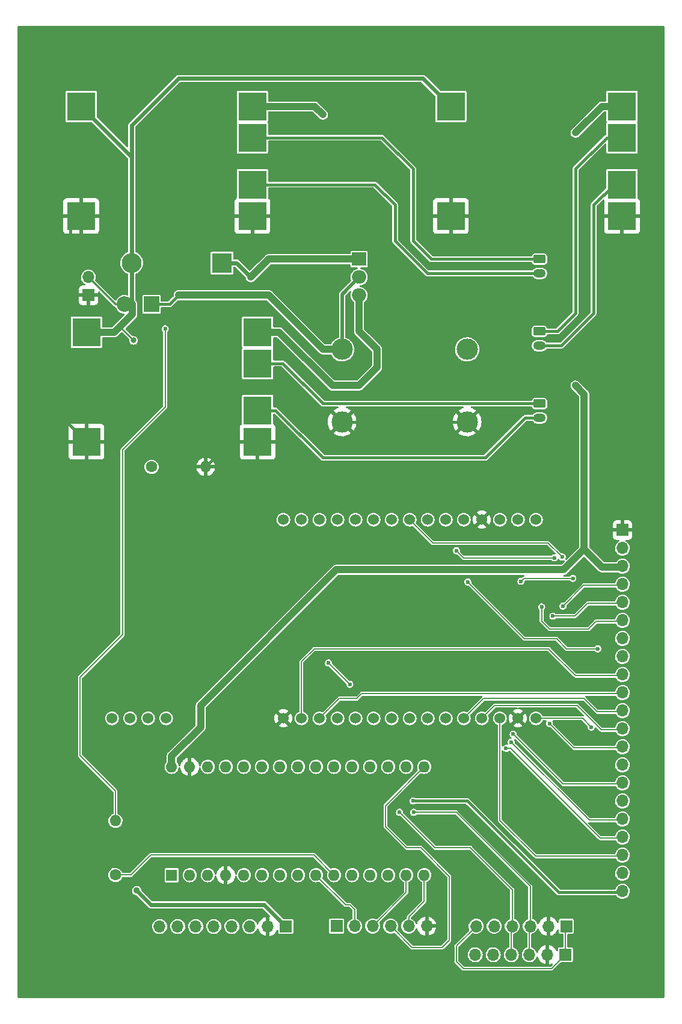
<source format=gtl>
G04 #@! TF.GenerationSoftware,KiCad,Pcbnew,(6.0.9)*
G04 #@! TF.CreationDate,2023-01-12T19:49:21+01:00*
G04 #@! TF.ProjectId,vogelhuisje_kicad,766f6765-6c68-4756-9973-6a655f6b6963,rev?*
G04 #@! TF.SameCoordinates,Original*
G04 #@! TF.FileFunction,Copper,L1,Top*
G04 #@! TF.FilePolarity,Positive*
%FSLAX46Y46*%
G04 Gerber Fmt 4.6, Leading zero omitted, Abs format (unit mm)*
G04 Created by KiCad (PCBNEW (6.0.9)) date 2023-01-12 19:49:21*
%MOMM*%
%LPD*%
G01*
G04 APERTURE LIST*
G04 Aperture macros list*
%AMRoundRect*
0 Rectangle with rounded corners*
0 $1 Rounding radius*
0 $2 $3 $4 $5 $6 $7 $8 $9 X,Y pos of 4 corners*
0 Add a 4 corners polygon primitive as box body*
4,1,4,$2,$3,$4,$5,$6,$7,$8,$9,$2,$3,0*
0 Add four circle primitives for the rounded corners*
1,1,$1+$1,$2,$3*
1,1,$1+$1,$4,$5*
1,1,$1+$1,$6,$7*
1,1,$1+$1,$8,$9*
0 Add four rect primitives between the rounded corners*
20,1,$1+$1,$2,$3,$4,$5,0*
20,1,$1+$1,$4,$5,$6,$7,0*
20,1,$1+$1,$6,$7,$8,$9,0*
20,1,$1+$1,$8,$9,$2,$3,0*%
G04 Aperture macros list end*
G04 #@! TA.AperFunction,ComponentPad*
%ADD10R,1.700000X1.700000*%
G04 #@! TD*
G04 #@! TA.AperFunction,ComponentPad*
%ADD11O,1.700000X1.700000*%
G04 #@! TD*
G04 #@! TA.AperFunction,ComponentPad*
%ADD12R,2.200000X2.200000*%
G04 #@! TD*
G04 #@! TA.AperFunction,ComponentPad*
%ADD13O,2.200000X2.200000*%
G04 #@! TD*
G04 #@! TA.AperFunction,SMDPad,CuDef*
%ADD14R,4.000000X4.000000*%
G04 #@! TD*
G04 #@! TA.AperFunction,ComponentPad*
%ADD15C,3.000000*%
G04 #@! TD*
G04 #@! TA.AperFunction,ComponentPad*
%ADD16C,1.600000*%
G04 #@! TD*
G04 #@! TA.AperFunction,ComponentPad*
%ADD17O,1.600000X1.600000*%
G04 #@! TD*
G04 #@! TA.AperFunction,ComponentPad*
%ADD18RoundRect,0.250000X-0.625000X0.350000X-0.625000X-0.350000X0.625000X-0.350000X0.625000X0.350000X0*%
G04 #@! TD*
G04 #@! TA.AperFunction,ComponentPad*
%ADD19O,1.750000X1.200000*%
G04 #@! TD*
G04 #@! TA.AperFunction,ComponentPad*
%ADD20R,2.000000X1.905000*%
G04 #@! TD*
G04 #@! TA.AperFunction,ComponentPad*
%ADD21O,2.000000X1.905000*%
G04 #@! TD*
G04 #@! TA.AperFunction,ComponentPad*
%ADD22R,2.800000X2.800000*%
G04 #@! TD*
G04 #@! TA.AperFunction,ComponentPad*
%ADD23O,2.800000X2.800000*%
G04 #@! TD*
G04 #@! TA.AperFunction,ComponentPad*
%ADD24R,1.600000X1.600000*%
G04 #@! TD*
G04 #@! TA.AperFunction,ComponentPad*
%ADD25C,1.524000*%
G04 #@! TD*
G04 #@! TA.AperFunction,ViaPad*
%ADD26C,0.800000*%
G04 #@! TD*
G04 #@! TA.AperFunction,ViaPad*
%ADD27C,0.600000*%
G04 #@! TD*
G04 #@! TA.AperFunction,ViaPad*
%ADD28C,0.900000*%
G04 #@! TD*
G04 #@! TA.AperFunction,Conductor*
%ADD29C,1.000000*%
G04 #@! TD*
G04 #@! TA.AperFunction,Conductor*
%ADD30C,0.250000*%
G04 #@! TD*
G04 #@! TA.AperFunction,Conductor*
%ADD31C,0.600000*%
G04 #@! TD*
G04 #@! TA.AperFunction,Conductor*
%ADD32C,0.500000*%
G04 #@! TD*
G04 #@! TA.AperFunction,Conductor*
%ADD33C,0.400000*%
G04 #@! TD*
G04 #@! TA.AperFunction,Conductor*
%ADD34C,0.150000*%
G04 #@! TD*
G04 #@! TA.AperFunction,Conductor*
%ADD35C,0.127000*%
G04 #@! TD*
G04 APERTURE END LIST*
D10*
X76200000Y-81280000D03*
D11*
X76200000Y-78740000D03*
D12*
X85090000Y-82550000D03*
D13*
X81280000Y-82550000D03*
D14*
X75930000Y-86470000D03*
X75930000Y-101870000D03*
X100030000Y-86470000D03*
X100030000Y-90870000D03*
X100030000Y-97470000D03*
X100030000Y-101870000D03*
D15*
X111920000Y-88885000D03*
X111920000Y-99085000D03*
X129520000Y-88885000D03*
X129520000Y-99085000D03*
D16*
X85090000Y-105410000D03*
D17*
X92710000Y-105410000D03*
D18*
X139700000Y-96520000D03*
D19*
X139700000Y-98520000D03*
D20*
X114300000Y-76200000D03*
D21*
X114300000Y-78740000D03*
X114300000Y-81280000D03*
D10*
X143350000Y-174025000D03*
D11*
X140810000Y-174025000D03*
X138270000Y-174025000D03*
X135730000Y-174025000D03*
X133190000Y-174025000D03*
X130650000Y-174025000D03*
D16*
X80000000Y-162810000D03*
D17*
X80000000Y-155190000D03*
D22*
X95000000Y-76730000D03*
D23*
X82300000Y-76730000D03*
D10*
X104000000Y-170050000D03*
D11*
X101460000Y-170050000D03*
X98920000Y-170050000D03*
X96380000Y-170050000D03*
X93840000Y-170050000D03*
X91300000Y-170050000D03*
X88760000Y-170050000D03*
X86220000Y-170050000D03*
D18*
X139700000Y-76200000D03*
D19*
X139700000Y-78200000D03*
D24*
X87925000Y-162835000D03*
D17*
X90465000Y-162835000D03*
X93005000Y-162835000D03*
X95545000Y-162835000D03*
X98085000Y-162835000D03*
X100625000Y-162835000D03*
X103165000Y-162835000D03*
X105705000Y-162835000D03*
X108245000Y-162835000D03*
X110785000Y-162835000D03*
X113325000Y-162835000D03*
X115865000Y-162835000D03*
X118405000Y-162835000D03*
X120945000Y-162835000D03*
X123485000Y-162835000D03*
X123485000Y-147595000D03*
X120945000Y-147595000D03*
X118405000Y-147595000D03*
X115865000Y-147595000D03*
X113325000Y-147595000D03*
X110785000Y-147595000D03*
X108245000Y-147595000D03*
X105705000Y-147595000D03*
X103165000Y-147595000D03*
X100625000Y-147595000D03*
X98085000Y-147595000D03*
X95545000Y-147595000D03*
X93005000Y-147595000D03*
X90465000Y-147595000D03*
X87925000Y-147595000D03*
D14*
X75180000Y-54720000D03*
X75180000Y-70120000D03*
X99280000Y-54720000D03*
X99280000Y-59120000D03*
X99280000Y-65720000D03*
X99280000Y-70120000D03*
D10*
X151384000Y-114300000D03*
D11*
X151384000Y-116840000D03*
X151384000Y-119380000D03*
X151384000Y-121920000D03*
X151384000Y-124460000D03*
X151384000Y-127000000D03*
X151384000Y-129540000D03*
X151384000Y-132080000D03*
X151384000Y-134620000D03*
X151384000Y-137160000D03*
X151384000Y-139700000D03*
X151384000Y-142240000D03*
X151384000Y-144780000D03*
X151384000Y-147320000D03*
X151384000Y-149860000D03*
X151384000Y-152400000D03*
X151384000Y-154940000D03*
X151384000Y-157480000D03*
X151384000Y-160020000D03*
X151384000Y-162560000D03*
X151384000Y-165100000D03*
D10*
X143475000Y-170025000D03*
D11*
X140935000Y-170025000D03*
X138395000Y-170025000D03*
X135855000Y-170025000D03*
X133315000Y-170025000D03*
X130775000Y-170025000D03*
D10*
X111125000Y-170000000D03*
D11*
X113665000Y-170000000D03*
X116205000Y-170000000D03*
X118745000Y-170000000D03*
X121285000Y-170000000D03*
X123825000Y-170000000D03*
D14*
X127220000Y-54720000D03*
X127220000Y-70120000D03*
X151320000Y-54720000D03*
X151320000Y-59120000D03*
X151320000Y-65720000D03*
X151320000Y-70120000D03*
D25*
X139200000Y-112840000D03*
X136660000Y-112840000D03*
X134120000Y-112840000D03*
X131580000Y-112840000D03*
X129040000Y-112840000D03*
X126500000Y-112840000D03*
X123960000Y-112840000D03*
X121420000Y-112840000D03*
X118880000Y-112840000D03*
X116340000Y-112840000D03*
X113800000Y-112840000D03*
X111260000Y-112840000D03*
X108720000Y-112840000D03*
X106180000Y-112840000D03*
X103640000Y-112840000D03*
X139200000Y-140780000D03*
X136660000Y-140780000D03*
X134120000Y-140780000D03*
X131580000Y-140780000D03*
X129040000Y-140780000D03*
X126500000Y-140780000D03*
X123960000Y-140780000D03*
X121420000Y-140780000D03*
X118880000Y-140780000D03*
X116340000Y-140780000D03*
X113800000Y-140780000D03*
X111260000Y-140780000D03*
X108720000Y-140780000D03*
X106180000Y-140780000D03*
X103640000Y-140780000D03*
X87140000Y-140780000D03*
X84600000Y-140780000D03*
X82060000Y-140780000D03*
X79520000Y-140780000D03*
D18*
X139700000Y-86360000D03*
D19*
X139700000Y-88360000D03*
D26*
X82550000Y-87630000D03*
D27*
X110000000Y-133000000D03*
X113000000Y-136000000D03*
X143000000Y-125000000D03*
X120000000Y-154000000D03*
X122000000Y-154000000D03*
D28*
X83000000Y-165000000D03*
D27*
X142900000Y-118100000D03*
X140000000Y-125100000D03*
X128000000Y-117200000D03*
X141800000Y-118200000D03*
X141600000Y-126400000D03*
X144400000Y-121100000D03*
X137100000Y-121500000D03*
X141100000Y-141500000D03*
X147900000Y-131000000D03*
X129600000Y-121600000D03*
X136000000Y-143000000D03*
X135730000Y-144140000D03*
X135000000Y-145000000D03*
X87000000Y-86000000D03*
D28*
X99060000Y-78740000D03*
D27*
X121920000Y-152400000D03*
X147000000Y-142000000D03*
X109220000Y-55880000D03*
X144780000Y-93980000D03*
X144780000Y-58420000D03*
D29*
X82390000Y-83950000D02*
X82390000Y-82550000D01*
D30*
X80630000Y-85710000D02*
X82550000Y-87630000D01*
D31*
X82300000Y-61840000D02*
X75180000Y-54720000D01*
X82300000Y-76730000D02*
X82300000Y-61840000D01*
D29*
X79870000Y-86470000D02*
X80630000Y-85710000D01*
D31*
X123300000Y-50800000D02*
X127220000Y-54720000D01*
D29*
X79870000Y-86470000D02*
X75930000Y-86470000D01*
D31*
X82300000Y-61840000D02*
X82300000Y-57400000D01*
X88900000Y-50800000D02*
X123300000Y-50800000D01*
D30*
X82390000Y-82550000D02*
X80010000Y-82550000D01*
D31*
X82300000Y-76730000D02*
X82300000Y-82460000D01*
X82300000Y-57400000D02*
X88900000Y-50800000D01*
D30*
X80010000Y-82550000D02*
X76200000Y-78740000D01*
D29*
X80630000Y-85710000D02*
X82390000Y-83950000D01*
X109205000Y-88885000D02*
X101600000Y-81280000D01*
X111920000Y-88885000D02*
X109205000Y-88885000D01*
X101600000Y-81280000D02*
X88900000Y-81280000D01*
D32*
X114300000Y-78740000D02*
X111920000Y-81120000D01*
X111920000Y-81120000D02*
X111920000Y-88885000D01*
D33*
X85090000Y-82550000D02*
X87630000Y-82550000D01*
X87630000Y-82550000D02*
X88900000Y-81280000D01*
X96250000Y-101870000D02*
X92710000Y-105410000D01*
X73660000Y-81280000D02*
X71120000Y-83820000D01*
X76200000Y-81280000D02*
X73660000Y-81280000D01*
X100030000Y-101870000D02*
X96250000Y-101870000D01*
X71120000Y-97060000D02*
X75930000Y-101870000D01*
X71120000Y-83820000D02*
X71120000Y-97060000D01*
X111920000Y-99085000D02*
X129520000Y-99085000D01*
X73660000Y-81280000D02*
X73660000Y-71640000D01*
X73660000Y-71640000D02*
X75180000Y-70120000D01*
D34*
X110000000Y-133000000D02*
X113000000Y-136000000D01*
D35*
X113665000Y-167665000D02*
X113000000Y-167000000D01*
X112410000Y-167000000D02*
X108245000Y-162835000D01*
X113000000Y-167000000D02*
X112410000Y-167000000D01*
X113665000Y-170000000D02*
X113665000Y-167665000D01*
D34*
X80000000Y-162810000D02*
X82190000Y-162810000D01*
X82190000Y-162810000D02*
X85000000Y-160000000D01*
X107950000Y-160000000D02*
X110785000Y-162835000D01*
X85000000Y-160000000D02*
X107950000Y-160000000D01*
D35*
X143000000Y-125000000D02*
X145920000Y-122080000D01*
X145920000Y-122080000D02*
X151000000Y-122080000D01*
X116205000Y-170000000D02*
X120945000Y-165260000D01*
X120945000Y-165260000D02*
X120945000Y-162835000D01*
X123485000Y-166515000D02*
X123485000Y-162835000D01*
X121285000Y-168715000D02*
X123485000Y-166515000D01*
X121285000Y-170000000D02*
X121285000Y-168715000D01*
X118745000Y-170000000D02*
X121745000Y-173000000D01*
X123000000Y-159000000D02*
X127000000Y-163000000D01*
X121000000Y-159000000D02*
X123000000Y-159000000D01*
X123485000Y-147595000D02*
X118000000Y-153080000D01*
X118000000Y-156000000D02*
X121000000Y-159000000D01*
X121745000Y-173000000D02*
X126000000Y-173000000D01*
X126000000Y-173000000D02*
X127000000Y-172000000D01*
X127000000Y-163000000D02*
X127000000Y-172000000D01*
X118000000Y-153080000D02*
X118000000Y-156000000D01*
X135855000Y-164855000D02*
X135855000Y-170025000D01*
D34*
X135730000Y-170150000D02*
X135855000Y-170025000D01*
D35*
X125000000Y-159000000D02*
X130000000Y-159000000D01*
D34*
X135730000Y-174025000D02*
X135730000Y-170150000D01*
D35*
X130000000Y-159000000D02*
X135855000Y-164855000D01*
X120000000Y-154000000D02*
X125000000Y-159000000D01*
D34*
X138270000Y-174025000D02*
X138270000Y-170150000D01*
D35*
X138395000Y-164395000D02*
X138395000Y-170025000D01*
X122000000Y-154000000D02*
X128000000Y-154000000D01*
D34*
X138270000Y-170150000D02*
X138395000Y-170025000D01*
D35*
X128000000Y-154000000D02*
X138395000Y-164395000D01*
D31*
X87000000Y-167000000D02*
X85000000Y-167000000D01*
X85000000Y-167000000D02*
X83000000Y-165000000D01*
X104000000Y-170050000D02*
X100950000Y-167000000D01*
X100950000Y-167000000D02*
X87000000Y-167000000D01*
D35*
X124680000Y-116100000D02*
X121420000Y-112840000D01*
X142900000Y-118100000D02*
X140900000Y-116100000D01*
X140900000Y-116100000D02*
X124680000Y-116100000D01*
X146600000Y-128200000D02*
X141100000Y-128200000D01*
X140000000Y-127100000D02*
X140000000Y-125100000D01*
X141100000Y-128200000D02*
X140000000Y-127100000D01*
X151000000Y-127160000D02*
X147640000Y-127160000D01*
X147640000Y-127160000D02*
X146600000Y-128200000D01*
X141800000Y-118200000D02*
X129000000Y-118200000D01*
X129000000Y-118200000D02*
X128000000Y-117200000D01*
X144700000Y-126400000D02*
X146480000Y-124620000D01*
X141600000Y-126400000D02*
X144700000Y-126400000D01*
X146480000Y-124620000D02*
X151000000Y-124620000D01*
X151000000Y-134780000D02*
X144780000Y-134780000D01*
X141000000Y-131000000D02*
X108000000Y-131000000D01*
X108000000Y-131000000D02*
X106180000Y-132820000D01*
X106180000Y-132820000D02*
X106180000Y-140780000D01*
X144780000Y-134780000D02*
X141000000Y-131000000D01*
X137500000Y-121100000D02*
X137100000Y-121500000D01*
X144400000Y-121100000D02*
X137500000Y-121100000D01*
X114680000Y-137320000D02*
X151000000Y-137320000D01*
X114000000Y-138000000D02*
X114680000Y-137320000D01*
X111500000Y-138000000D02*
X114000000Y-138000000D01*
X108720000Y-140780000D02*
X111500000Y-138000000D01*
X146000000Y-138000000D02*
X131820000Y-138000000D01*
X131820000Y-138000000D02*
X129040000Y-140780000D01*
X151000000Y-139860000D02*
X147860000Y-139860000D01*
X147860000Y-139860000D02*
X146000000Y-138000000D01*
X151000000Y-144940000D02*
X144540000Y-144940000D01*
X144540000Y-144940000D02*
X141100000Y-141500000D01*
X133360000Y-139000000D02*
X145000000Y-139000000D01*
X148400000Y-142400000D02*
X151000000Y-142400000D01*
X145000000Y-139000000D02*
X148400000Y-142400000D01*
X131580000Y-140780000D02*
X133360000Y-139000000D01*
X143540790Y-131000000D02*
X142140790Y-129600000D01*
X137600000Y-129600000D02*
X129600000Y-121600000D01*
X142140790Y-129600000D02*
X140200000Y-129600000D01*
X147900000Y-131000000D02*
X143540790Y-131000000D01*
X140200000Y-129600000D02*
X137600000Y-129600000D01*
X134120000Y-140780000D02*
X134120000Y-155120000D01*
X134120000Y-155120000D02*
X139180000Y-160180000D01*
X139180000Y-160180000D02*
X151000000Y-160180000D01*
X143020000Y-150020000D02*
X151000000Y-150020000D01*
X136000000Y-143000000D02*
X143020000Y-150020000D01*
X146690000Y-155100000D02*
X151000000Y-155100000D01*
X135730000Y-144140000D02*
X146690000Y-155100000D01*
X148250000Y-157640000D02*
X151000000Y-157640000D01*
X135000000Y-145000000D02*
X135610000Y-145000000D01*
X135610000Y-145000000D02*
X148250000Y-157640000D01*
D34*
X76000000Y-134000000D02*
X81000000Y-129000000D01*
X75000000Y-146000000D02*
X75000000Y-135000000D01*
X75000000Y-135000000D02*
X76000000Y-134000000D01*
D29*
X101600000Y-76200000D02*
X99060000Y-78740000D01*
D34*
X87000000Y-97000000D02*
X87000000Y-86000000D01*
X81000000Y-129000000D02*
X81000000Y-104000000D01*
X80000000Y-151000000D02*
X75000000Y-146000000D01*
X81000000Y-104000000D02*
X81000000Y-103000000D01*
X80000000Y-155190000D02*
X80000000Y-151000000D01*
D31*
X95000000Y-76730000D02*
X97050000Y-76730000D01*
X97050000Y-76730000D02*
X99060000Y-78740000D01*
D34*
X81000000Y-103000000D02*
X87000000Y-97000000D01*
D29*
X114300000Y-76200000D02*
X101600000Y-76200000D01*
D33*
X151000000Y-165260000D02*
X142400000Y-165260000D01*
X129540000Y-152400000D02*
X121920000Y-152400000D01*
X142400000Y-165260000D02*
X129540000Y-152400000D01*
D34*
X128000000Y-172800000D02*
X128000000Y-175000000D01*
X143350000Y-174025000D02*
X143350000Y-170150000D01*
X130775000Y-170025000D02*
X128000000Y-172800000D01*
X129000000Y-176000000D02*
X141375000Y-176000000D01*
D35*
X145780000Y-140780000D02*
X147000000Y-142000000D01*
X139200000Y-140780000D02*
X145780000Y-140780000D01*
D34*
X128000000Y-175000000D02*
X129000000Y-176000000D01*
X141375000Y-176000000D02*
X143350000Y-174025000D01*
X143350000Y-170150000D02*
X143475000Y-170025000D01*
D29*
X92000000Y-142000000D02*
X92000000Y-139000000D01*
X103030000Y-86470000D02*
X100030000Y-86470000D01*
X87925000Y-146075000D02*
X92000000Y-142000000D01*
X108060000Y-54720000D02*
X99280000Y-54720000D01*
X109220000Y-55880000D02*
X108060000Y-54720000D01*
X148480000Y-54720000D02*
X151320000Y-54720000D01*
X146000000Y-117000000D02*
X148540000Y-119540000D01*
X111115000Y-119885000D02*
X143115000Y-119885000D01*
X116840000Y-91440000D02*
X114300000Y-93980000D01*
X114300000Y-81280000D02*
X114300000Y-86360000D01*
X116840000Y-88900000D02*
X116840000Y-91440000D01*
X114300000Y-93980000D02*
X110540000Y-93980000D01*
X92000000Y-139000000D02*
X111115000Y-119885000D01*
X148540000Y-119540000D02*
X151000000Y-119540000D01*
X114300000Y-86360000D02*
X116840000Y-88900000D01*
X87925000Y-147595000D02*
X87925000Y-146075000D01*
X143115000Y-119885000D02*
X146000000Y-117000000D01*
X110540000Y-93980000D02*
X103030000Y-86470000D01*
X144780000Y-58420000D02*
X148480000Y-54720000D01*
X146000000Y-117000000D02*
X146000000Y-95200000D01*
X146000000Y-95200000D02*
X144780000Y-93980000D01*
D33*
X139700000Y-86360000D02*
X142240000Y-86360000D01*
X144780000Y-83820000D02*
X144780000Y-63500000D01*
X149160000Y-59120000D02*
X151320000Y-59120000D01*
X142240000Y-86360000D02*
X144780000Y-83820000D01*
X144780000Y-63500000D02*
X149160000Y-59120000D01*
X150180000Y-65720000D02*
X151320000Y-65720000D01*
X147320000Y-68580000D02*
X150180000Y-65720000D01*
X139700000Y-88360000D02*
X142780000Y-88360000D01*
X147320000Y-83820000D02*
X147320000Y-68580000D01*
X142780000Y-88360000D02*
X147320000Y-83820000D01*
X103570000Y-90870000D02*
X109220000Y-96520000D01*
X100030000Y-90870000D02*
X103570000Y-90870000D01*
X109220000Y-96520000D02*
X139700000Y-96520000D01*
X109220000Y-104140000D02*
X102550000Y-97470000D01*
X139700000Y-98520000D02*
X137700000Y-98520000D01*
X132080000Y-104140000D02*
X109220000Y-104140000D01*
X102550000Y-97470000D02*
X100030000Y-97470000D01*
X137700000Y-98520000D02*
X132080000Y-104140000D01*
X121920000Y-73660000D02*
X121920000Y-63500000D01*
X121920000Y-63500000D02*
X117540000Y-59120000D01*
X124460000Y-76200000D02*
X121920000Y-73660000D01*
X139700000Y-76200000D02*
X124460000Y-76200000D01*
X117540000Y-59120000D02*
X99280000Y-59120000D01*
X119380000Y-68580000D02*
X116520000Y-65720000D01*
X119380000Y-73660000D02*
X119380000Y-68580000D01*
X139700000Y-78200000D02*
X123920000Y-78200000D01*
X123920000Y-78200000D02*
X119380000Y-73660000D01*
X116520000Y-65720000D02*
X99280000Y-65720000D01*
G04 #@! TA.AperFunction,Conductor*
G36*
X157221621Y-43400502D02*
G01*
X157268114Y-43454158D01*
X157279500Y-43506500D01*
X157279500Y-180013500D01*
X157259498Y-180081621D01*
X157205842Y-180128114D01*
X157153500Y-180139500D01*
X66366500Y-180139500D01*
X66298379Y-180119498D01*
X66251886Y-180065842D01*
X66240500Y-180013500D01*
X66240500Y-175000000D01*
X127719103Y-175000000D01*
X127724500Y-175027132D01*
X127724500Y-175027133D01*
X127740485Y-175107495D01*
X127801376Y-175198624D01*
X127811692Y-175205517D01*
X127811693Y-175205518D01*
X127814064Y-175207102D01*
X127833156Y-175222772D01*
X128777228Y-176166844D01*
X128792898Y-176185936D01*
X128801376Y-176198624D01*
X128824377Y-176213993D01*
X128824378Y-176213994D01*
X128892506Y-176259516D01*
X129000000Y-176280897D01*
X129014962Y-176277921D01*
X129039542Y-176275500D01*
X141335457Y-176275500D01*
X141360039Y-176277921D01*
X141375000Y-176280897D01*
X141402132Y-176275500D01*
X141402133Y-176275500D01*
X141482495Y-176259515D01*
X141524465Y-176231471D01*
X141524465Y-176231472D01*
X141524468Y-176231469D01*
X141550622Y-176213994D01*
X141553189Y-176217835D01*
X141553190Y-176217834D01*
X141550623Y-176213993D01*
X141563311Y-176205515D01*
X141573624Y-176198624D01*
X141582102Y-176185936D01*
X141597772Y-176166844D01*
X142652211Y-175112405D01*
X142714523Y-175078379D01*
X142741306Y-175075500D01*
X144219748Y-175075500D01*
X144225816Y-175074293D01*
X144266061Y-175066288D01*
X144266062Y-175066288D01*
X144278231Y-175063867D01*
X144344552Y-175019552D01*
X144388867Y-174953231D01*
X144395670Y-174919033D01*
X144399293Y-174900816D01*
X144400500Y-174894748D01*
X144400500Y-173155252D01*
X144388867Y-173096769D01*
X144344552Y-173030448D01*
X144278231Y-172986133D01*
X144266062Y-172983712D01*
X144266061Y-172983712D01*
X144225816Y-172975707D01*
X144219748Y-172974500D01*
X143751500Y-172974500D01*
X143683379Y-172954498D01*
X143636886Y-172900842D01*
X143625500Y-172848500D01*
X143625500Y-171201500D01*
X143645502Y-171133379D01*
X143699158Y-171086886D01*
X143751500Y-171075500D01*
X144344748Y-171075500D01*
X144350816Y-171074293D01*
X144391061Y-171066288D01*
X144391062Y-171066288D01*
X144403231Y-171063867D01*
X144469552Y-171019552D01*
X144505294Y-170966061D01*
X144506974Y-170963547D01*
X144513867Y-170953231D01*
X144517156Y-170936699D01*
X144524293Y-170900816D01*
X144525500Y-170894748D01*
X144525500Y-169155252D01*
X144517837Y-169116726D01*
X144516288Y-169108939D01*
X144516288Y-169108938D01*
X144513867Y-169096769D01*
X144469552Y-169030448D01*
X144421825Y-168998557D01*
X144413547Y-168993026D01*
X144403231Y-168986133D01*
X144391062Y-168983712D01*
X144391061Y-168983712D01*
X144350816Y-168975707D01*
X144344748Y-168974500D01*
X142605252Y-168974500D01*
X142599184Y-168975707D01*
X142558939Y-168983712D01*
X142558938Y-168983712D01*
X142546769Y-168986133D01*
X142536453Y-168993026D01*
X142528175Y-168998557D01*
X142480448Y-169030448D01*
X142436133Y-169096769D01*
X142433712Y-169108938D01*
X142433712Y-169108939D01*
X142432163Y-169116726D01*
X142424500Y-169155252D01*
X142424500Y-169439016D01*
X142404498Y-169507137D01*
X142350842Y-169553630D01*
X142280568Y-169563734D01*
X142215988Y-169534240D01*
X142182950Y-169489258D01*
X142137972Y-169385814D01*
X142133105Y-169376739D01*
X142017426Y-169197926D01*
X142011136Y-169189757D01*
X141867806Y-169032240D01*
X141860273Y-169025215D01*
X141693139Y-168893222D01*
X141684552Y-168887517D01*
X141498117Y-168784599D01*
X141488705Y-168780369D01*
X141287959Y-168709280D01*
X141277988Y-168706646D01*
X141206837Y-168693972D01*
X141193540Y-168695432D01*
X141189000Y-168709989D01*
X141189000Y-171343517D01*
X141193064Y-171357359D01*
X141206478Y-171359393D01*
X141213184Y-171358534D01*
X141223262Y-171356392D01*
X141427255Y-171295191D01*
X141436842Y-171291433D01*
X141628095Y-171197739D01*
X141636945Y-171192464D01*
X141810328Y-171068792D01*
X141818200Y-171062139D01*
X141969052Y-170911812D01*
X141975730Y-170903965D01*
X142100003Y-170731020D01*
X142105313Y-170722183D01*
X142185543Y-170559851D01*
X142233657Y-170507644D01*
X142302358Y-170489737D01*
X142369834Y-170511816D01*
X142414663Y-170566870D01*
X142424500Y-170615678D01*
X142424500Y-170894748D01*
X142425707Y-170900816D01*
X142432845Y-170936699D01*
X142436133Y-170953231D01*
X142443026Y-170963547D01*
X142444706Y-170966061D01*
X142480448Y-171019552D01*
X142546769Y-171063867D01*
X142558938Y-171066288D01*
X142558939Y-171066288D01*
X142599184Y-171074293D01*
X142605252Y-171075500D01*
X142948500Y-171075500D01*
X143016621Y-171095502D01*
X143063114Y-171149158D01*
X143074500Y-171201500D01*
X143074500Y-172848500D01*
X143054498Y-172916621D01*
X143000842Y-172963114D01*
X142948500Y-172974500D01*
X142480252Y-172974500D01*
X142474184Y-172975707D01*
X142433939Y-172983712D01*
X142433938Y-172983712D01*
X142421769Y-172986133D01*
X142355448Y-173030448D01*
X142311133Y-173096769D01*
X142299500Y-173155252D01*
X142299500Y-173439016D01*
X142279498Y-173507137D01*
X142225842Y-173553630D01*
X142155568Y-173563734D01*
X142090988Y-173534240D01*
X142057950Y-173489258D01*
X142012972Y-173385814D01*
X142008105Y-173376739D01*
X141892426Y-173197926D01*
X141886136Y-173189757D01*
X141742806Y-173032240D01*
X141735273Y-173025215D01*
X141568139Y-172893222D01*
X141559552Y-172887517D01*
X141373117Y-172784599D01*
X141363705Y-172780369D01*
X141162959Y-172709280D01*
X141152988Y-172706646D01*
X141081837Y-172693972D01*
X141068540Y-172695432D01*
X141064000Y-172709989D01*
X141064000Y-175343517D01*
X141068064Y-175357359D01*
X141081478Y-175359393D01*
X141088184Y-175358534D01*
X141098262Y-175356392D01*
X141302255Y-175295191D01*
X141311842Y-175291433D01*
X141381112Y-175257498D01*
X141451086Y-175245491D01*
X141516443Y-175273221D01*
X141556433Y-175331884D01*
X141558360Y-175402854D01*
X141525640Y-175459744D01*
X141297789Y-175687595D01*
X141235477Y-175721621D01*
X141208694Y-175724500D01*
X129166306Y-175724500D01*
X129098185Y-175704498D01*
X129077211Y-175687595D01*
X128312405Y-174922789D01*
X128278379Y-174860477D01*
X128275500Y-174833694D01*
X128275500Y-174010262D01*
X129594520Y-174010262D01*
X129611759Y-174215553D01*
X129613458Y-174221478D01*
X129659395Y-174381678D01*
X129668544Y-174413586D01*
X129671359Y-174419063D01*
X129671360Y-174419066D01*
X129692247Y-174459707D01*
X129762712Y-174596818D01*
X129890677Y-174758270D01*
X129895370Y-174762264D01*
X129895371Y-174762265D01*
X129969541Y-174825388D01*
X130047564Y-174891791D01*
X130227398Y-174992297D01*
X130288564Y-175012171D01*
X130417471Y-175054056D01*
X130417475Y-175054057D01*
X130423329Y-175055959D01*
X130627894Y-175080351D01*
X130634029Y-175079879D01*
X130634031Y-175079879D01*
X130706625Y-175074293D01*
X130833300Y-175064546D01*
X130839230Y-175062890D01*
X130839232Y-175062890D01*
X130967299Y-175027133D01*
X131031725Y-175009145D01*
X131037214Y-175006372D01*
X131037220Y-175006370D01*
X131169952Y-174939322D01*
X131215610Y-174916258D01*
X131377951Y-174789424D01*
X131512564Y-174633472D01*
X131533387Y-174596818D01*
X131611276Y-174459707D01*
X131614323Y-174454344D01*
X131679351Y-174258863D01*
X131705171Y-174054474D01*
X131705583Y-174025000D01*
X131704138Y-174010262D01*
X132134520Y-174010262D01*
X132151759Y-174215553D01*
X132153458Y-174221478D01*
X132199395Y-174381678D01*
X132208544Y-174413586D01*
X132211359Y-174419063D01*
X132211360Y-174419066D01*
X132232247Y-174459707D01*
X132302712Y-174596818D01*
X132430677Y-174758270D01*
X132435370Y-174762264D01*
X132435371Y-174762265D01*
X132509541Y-174825388D01*
X132587564Y-174891791D01*
X132767398Y-174992297D01*
X132828564Y-175012171D01*
X132957471Y-175054056D01*
X132957475Y-175054057D01*
X132963329Y-175055959D01*
X133167894Y-175080351D01*
X133174029Y-175079879D01*
X133174031Y-175079879D01*
X133246625Y-175074293D01*
X133373300Y-175064546D01*
X133379230Y-175062890D01*
X133379232Y-175062890D01*
X133507299Y-175027133D01*
X133571725Y-175009145D01*
X133577214Y-175006372D01*
X133577220Y-175006370D01*
X133709952Y-174939322D01*
X133755610Y-174916258D01*
X133917951Y-174789424D01*
X134052564Y-174633472D01*
X134073387Y-174596818D01*
X134151276Y-174459707D01*
X134154323Y-174454344D01*
X134219351Y-174258863D01*
X134245171Y-174054474D01*
X134245583Y-174025000D01*
X134225480Y-173819970D01*
X134165935Y-173622749D01*
X134069218Y-173440849D01*
X133993206Y-173347649D01*
X133942906Y-173285975D01*
X133942903Y-173285972D01*
X133939011Y-173281200D01*
X133921786Y-173266950D01*
X133785025Y-173153811D01*
X133785021Y-173153809D01*
X133780275Y-173149882D01*
X133599055Y-173051897D01*
X133402254Y-172990977D01*
X133396129Y-172990333D01*
X133396128Y-172990333D01*
X133203498Y-172970087D01*
X133203496Y-172970087D01*
X133197369Y-172969443D01*
X133110529Y-172977346D01*
X132998342Y-172987555D01*
X132998339Y-172987556D01*
X132992203Y-172988114D01*
X132794572Y-173046280D01*
X132612002Y-173141726D01*
X132607201Y-173145586D01*
X132607198Y-173145588D01*
X132459923Y-173264000D01*
X132451447Y-173270815D01*
X132319024Y-173428630D01*
X132316056Y-173434028D01*
X132316053Y-173434033D01*
X132252420Y-173549783D01*
X132219776Y-173609162D01*
X132157484Y-173805532D01*
X132156798Y-173811649D01*
X132156797Y-173811653D01*
X132135207Y-174004137D01*
X132134520Y-174010262D01*
X131704138Y-174010262D01*
X131685480Y-173819970D01*
X131625935Y-173622749D01*
X131529218Y-173440849D01*
X131453206Y-173347649D01*
X131402906Y-173285975D01*
X131402903Y-173285972D01*
X131399011Y-173281200D01*
X131381786Y-173266950D01*
X131245025Y-173153811D01*
X131245021Y-173153809D01*
X131240275Y-173149882D01*
X131059055Y-173051897D01*
X130862254Y-172990977D01*
X130856129Y-172990333D01*
X130856128Y-172990333D01*
X130663498Y-172970087D01*
X130663496Y-172970087D01*
X130657369Y-172969443D01*
X130570529Y-172977346D01*
X130458342Y-172987555D01*
X130458339Y-172987556D01*
X130452203Y-172988114D01*
X130254572Y-173046280D01*
X130072002Y-173141726D01*
X130067201Y-173145586D01*
X130067198Y-173145588D01*
X129919923Y-173264000D01*
X129911447Y-173270815D01*
X129779024Y-173428630D01*
X129776056Y-173434028D01*
X129776053Y-173434033D01*
X129712420Y-173549783D01*
X129679776Y-173609162D01*
X129617484Y-173805532D01*
X129616798Y-173811649D01*
X129616797Y-173811653D01*
X129595207Y-174004137D01*
X129594520Y-174010262D01*
X128275500Y-174010262D01*
X128275500Y-172966306D01*
X128295502Y-172898185D01*
X128312405Y-172877211D01*
X130185535Y-171004081D01*
X130247847Y-170970055D01*
X130318662Y-170975120D01*
X130336097Y-170983187D01*
X130352398Y-170992297D01*
X130429340Y-171017297D01*
X130542471Y-171054056D01*
X130542475Y-171054057D01*
X130548329Y-171055959D01*
X130752894Y-171080351D01*
X130759029Y-171079879D01*
X130759031Y-171079879D01*
X130831625Y-171074293D01*
X130958300Y-171064546D01*
X130964230Y-171062890D01*
X130964232Y-171062890D01*
X131120708Y-171019201D01*
X131156725Y-171009145D01*
X131162214Y-171006372D01*
X131162220Y-171006370D01*
X131335116Y-170919033D01*
X131340610Y-170916258D01*
X131356345Y-170903965D01*
X131456919Y-170825388D01*
X131502951Y-170789424D01*
X131524531Y-170764424D01*
X131633540Y-170638134D01*
X131633540Y-170638133D01*
X131637564Y-170633472D01*
X131644185Y-170621818D01*
X131709044Y-170507644D01*
X131739323Y-170454344D01*
X131804351Y-170258863D01*
X131830171Y-170054474D01*
X131830440Y-170035262D01*
X131830534Y-170028522D01*
X131830534Y-170028518D01*
X131830583Y-170025000D01*
X131829138Y-170010262D01*
X132259520Y-170010262D01*
X132260036Y-170016406D01*
X132274660Y-170190553D01*
X132276759Y-170215553D01*
X132278458Y-170221478D01*
X132327947Y-170394066D01*
X132333544Y-170413586D01*
X132336359Y-170419063D01*
X132336360Y-170419066D01*
X132412049Y-170566341D01*
X132427712Y-170596818D01*
X132555677Y-170758270D01*
X132560370Y-170762264D01*
X132560371Y-170762265D01*
X132707486Y-170887469D01*
X132712564Y-170891791D01*
X132717942Y-170894797D01*
X132717944Y-170894798D01*
X132779079Y-170928965D01*
X132892398Y-170992297D01*
X132969340Y-171017297D01*
X133082471Y-171054056D01*
X133082475Y-171054057D01*
X133088329Y-171055959D01*
X133292894Y-171080351D01*
X133299029Y-171079879D01*
X133299031Y-171079879D01*
X133371625Y-171074293D01*
X133498300Y-171064546D01*
X133504230Y-171062890D01*
X133504232Y-171062890D01*
X133660708Y-171019201D01*
X133696725Y-171009145D01*
X133702214Y-171006372D01*
X133702220Y-171006370D01*
X133875116Y-170919033D01*
X133880610Y-170916258D01*
X133896345Y-170903965D01*
X133996919Y-170825388D01*
X134042951Y-170789424D01*
X134064531Y-170764424D01*
X134173540Y-170638134D01*
X134173540Y-170638133D01*
X134177564Y-170633472D01*
X134184185Y-170621818D01*
X134249044Y-170507644D01*
X134279323Y-170454344D01*
X134344351Y-170258863D01*
X134370171Y-170054474D01*
X134370440Y-170035262D01*
X134370534Y-170028522D01*
X134370534Y-170028518D01*
X134370583Y-170025000D01*
X134350480Y-169819970D01*
X134290935Y-169622749D01*
X134194218Y-169440849D01*
X134084401Y-169306200D01*
X134067906Y-169285975D01*
X134067903Y-169285972D01*
X134064011Y-169281200D01*
X134046786Y-169266950D01*
X133910025Y-169153811D01*
X133910021Y-169153809D01*
X133905275Y-169149882D01*
X133732331Y-169056372D01*
X133729474Y-169054827D01*
X133724055Y-169051897D01*
X133527254Y-168990977D01*
X133521129Y-168990333D01*
X133521128Y-168990333D01*
X133328498Y-168970087D01*
X133328496Y-168970087D01*
X133322369Y-168969443D01*
X133235529Y-168977346D01*
X133123342Y-168987555D01*
X133123339Y-168987556D01*
X133117203Y-168988114D01*
X132919572Y-169046280D01*
X132914107Y-169049137D01*
X132842729Y-169086453D01*
X132737002Y-169141726D01*
X132732201Y-169145586D01*
X132732198Y-169145588D01*
X132581254Y-169266950D01*
X132576447Y-169270815D01*
X132444024Y-169428630D01*
X132441056Y-169434028D01*
X132441053Y-169434033D01*
X132385838Y-169534470D01*
X132344776Y-169609162D01*
X132282484Y-169805532D01*
X132281798Y-169811649D01*
X132281797Y-169811653D01*
X132278993Y-169836653D01*
X132259520Y-170010262D01*
X131829138Y-170010262D01*
X131810480Y-169819970D01*
X131750935Y-169622749D01*
X131654218Y-169440849D01*
X131544401Y-169306200D01*
X131527906Y-169285975D01*
X131527903Y-169285972D01*
X131524011Y-169281200D01*
X131506786Y-169266950D01*
X131370025Y-169153811D01*
X131370021Y-169153809D01*
X131365275Y-169149882D01*
X131192331Y-169056372D01*
X131189474Y-169054827D01*
X131184055Y-169051897D01*
X130987254Y-168990977D01*
X130981129Y-168990333D01*
X130981128Y-168990333D01*
X130788498Y-168970087D01*
X130788496Y-168970087D01*
X130782369Y-168969443D01*
X130695529Y-168977346D01*
X130583342Y-168987555D01*
X130583339Y-168987556D01*
X130577203Y-168988114D01*
X130379572Y-169046280D01*
X130374107Y-169049137D01*
X130302729Y-169086453D01*
X130197002Y-169141726D01*
X130192201Y-169145586D01*
X130192198Y-169145588D01*
X130041254Y-169266950D01*
X130036447Y-169270815D01*
X129904024Y-169428630D01*
X129901056Y-169434028D01*
X129901053Y-169434033D01*
X129845838Y-169534470D01*
X129804776Y-169609162D01*
X129742484Y-169805532D01*
X129741798Y-169811649D01*
X129741797Y-169811653D01*
X129738993Y-169836653D01*
X129719520Y-170010262D01*
X129720036Y-170016406D01*
X129734660Y-170190553D01*
X129736759Y-170215553D01*
X129738458Y-170221478D01*
X129787947Y-170394066D01*
X129793544Y-170413586D01*
X129796359Y-170419063D01*
X129796360Y-170419066D01*
X129820544Y-170466123D01*
X129833891Y-170535854D01*
X129807420Y-170601731D01*
X129797572Y-170612812D01*
X127833156Y-172577228D01*
X127814064Y-172592898D01*
X127801376Y-172601376D01*
X127740485Y-172692505D01*
X127740485Y-172692506D01*
X127719103Y-172800000D01*
X127721524Y-172812171D01*
X127722079Y-172814961D01*
X127724500Y-172839543D01*
X127724500Y-174960457D01*
X127722079Y-174985039D01*
X127719103Y-175000000D01*
X66240500Y-175000000D01*
X66240500Y-170035262D01*
X85164520Y-170035262D01*
X85165036Y-170041406D01*
X85179660Y-170215553D01*
X85181759Y-170240553D01*
X85183458Y-170246478D01*
X85234216Y-170423491D01*
X85238544Y-170438586D01*
X85241359Y-170444063D01*
X85241360Y-170444066D01*
X85328249Y-170613134D01*
X85332712Y-170621818D01*
X85460677Y-170783270D01*
X85465370Y-170787264D01*
X85465371Y-170787265D01*
X85612486Y-170912469D01*
X85617564Y-170916791D01*
X85622942Y-170919797D01*
X85622944Y-170919798D01*
X85699279Y-170962460D01*
X85797398Y-171017297D01*
X85867326Y-171040018D01*
X85987471Y-171079056D01*
X85987475Y-171079057D01*
X85993329Y-171080959D01*
X86197894Y-171105351D01*
X86204029Y-171104879D01*
X86204031Y-171104879D01*
X86276625Y-171099293D01*
X86403300Y-171089546D01*
X86409230Y-171087890D01*
X86409232Y-171087890D01*
X86567173Y-171043792D01*
X86601725Y-171034145D01*
X86607214Y-171031372D01*
X86607220Y-171031370D01*
X86780116Y-170944033D01*
X86785610Y-170941258D01*
X86791446Y-170936699D01*
X86923280Y-170833699D01*
X86947951Y-170814424D01*
X86960067Y-170800388D01*
X87078540Y-170663134D01*
X87078540Y-170663133D01*
X87082564Y-170658472D01*
X87092673Y-170640678D01*
X87134902Y-170566341D01*
X87184323Y-170479344D01*
X87249351Y-170283863D01*
X87275171Y-170079474D01*
X87275390Y-170063806D01*
X87275534Y-170053522D01*
X87275534Y-170053518D01*
X87275583Y-170050000D01*
X87274138Y-170035262D01*
X87704520Y-170035262D01*
X87705036Y-170041406D01*
X87719660Y-170215553D01*
X87721759Y-170240553D01*
X87723458Y-170246478D01*
X87774216Y-170423491D01*
X87778544Y-170438586D01*
X87781359Y-170444063D01*
X87781360Y-170444066D01*
X87868249Y-170613134D01*
X87872712Y-170621818D01*
X88000677Y-170783270D01*
X88005370Y-170787264D01*
X88005371Y-170787265D01*
X88152486Y-170912469D01*
X88157564Y-170916791D01*
X88162942Y-170919797D01*
X88162944Y-170919798D01*
X88239279Y-170962460D01*
X88337398Y-171017297D01*
X88407326Y-171040018D01*
X88527471Y-171079056D01*
X88527475Y-171079057D01*
X88533329Y-171080959D01*
X88737894Y-171105351D01*
X88744029Y-171104879D01*
X88744031Y-171104879D01*
X88816625Y-171099293D01*
X88943300Y-171089546D01*
X88949230Y-171087890D01*
X88949232Y-171087890D01*
X89107173Y-171043792D01*
X89141725Y-171034145D01*
X89147214Y-171031372D01*
X89147220Y-171031370D01*
X89320116Y-170944033D01*
X89325610Y-170941258D01*
X89331446Y-170936699D01*
X89463280Y-170833699D01*
X89487951Y-170814424D01*
X89500067Y-170800388D01*
X89618540Y-170663134D01*
X89618540Y-170663133D01*
X89622564Y-170658472D01*
X89632673Y-170640678D01*
X89674902Y-170566341D01*
X89724323Y-170479344D01*
X89789351Y-170283863D01*
X89815171Y-170079474D01*
X89815390Y-170063806D01*
X89815534Y-170053522D01*
X89815534Y-170053518D01*
X89815583Y-170050000D01*
X89814138Y-170035262D01*
X90244520Y-170035262D01*
X90245036Y-170041406D01*
X90259660Y-170215553D01*
X90261759Y-170240553D01*
X90263458Y-170246478D01*
X90314216Y-170423491D01*
X90318544Y-170438586D01*
X90321359Y-170444063D01*
X90321360Y-170444066D01*
X90408249Y-170613134D01*
X90412712Y-170621818D01*
X90540677Y-170783270D01*
X90545370Y-170787264D01*
X90545371Y-170787265D01*
X90692486Y-170912469D01*
X90697564Y-170916791D01*
X90702942Y-170919797D01*
X90702944Y-170919798D01*
X90779279Y-170962460D01*
X90877398Y-171017297D01*
X90947326Y-171040018D01*
X91067471Y-171079056D01*
X91067475Y-171079057D01*
X91073329Y-171080959D01*
X91277894Y-171105351D01*
X91284029Y-171104879D01*
X91284031Y-171104879D01*
X91356625Y-171099293D01*
X91483300Y-171089546D01*
X91489230Y-171087890D01*
X91489232Y-171087890D01*
X91647173Y-171043792D01*
X91681725Y-171034145D01*
X91687214Y-171031372D01*
X91687220Y-171031370D01*
X91860116Y-170944033D01*
X91865610Y-170941258D01*
X91871446Y-170936699D01*
X92003280Y-170833699D01*
X92027951Y-170814424D01*
X92040067Y-170800388D01*
X92158540Y-170663134D01*
X92158540Y-170663133D01*
X92162564Y-170658472D01*
X92172673Y-170640678D01*
X92214902Y-170566341D01*
X92264323Y-170479344D01*
X92329351Y-170283863D01*
X92355171Y-170079474D01*
X92355390Y-170063806D01*
X92355534Y-170053522D01*
X92355534Y-170053518D01*
X92355583Y-170050000D01*
X92354138Y-170035262D01*
X92784520Y-170035262D01*
X92785036Y-170041406D01*
X92799660Y-170215553D01*
X92801759Y-170240553D01*
X92803458Y-170246478D01*
X92854216Y-170423491D01*
X92858544Y-170438586D01*
X92861359Y-170444063D01*
X92861360Y-170444066D01*
X92948249Y-170613134D01*
X92952712Y-170621818D01*
X93080677Y-170783270D01*
X93085370Y-170787264D01*
X93085371Y-170787265D01*
X93232486Y-170912469D01*
X93237564Y-170916791D01*
X93242942Y-170919797D01*
X93242944Y-170919798D01*
X93319279Y-170962460D01*
X93417398Y-171017297D01*
X93487326Y-171040018D01*
X93607471Y-171079056D01*
X93607475Y-171079057D01*
X93613329Y-171080959D01*
X93817894Y-171105351D01*
X93824029Y-171104879D01*
X93824031Y-171104879D01*
X93896625Y-171099293D01*
X94023300Y-171089546D01*
X94029230Y-171087890D01*
X94029232Y-171087890D01*
X94187173Y-171043792D01*
X94221725Y-171034145D01*
X94227214Y-171031372D01*
X94227220Y-171031370D01*
X94400116Y-170944033D01*
X94405610Y-170941258D01*
X94411446Y-170936699D01*
X94543280Y-170833699D01*
X94567951Y-170814424D01*
X94580067Y-170800388D01*
X94698540Y-170663134D01*
X94698540Y-170663133D01*
X94702564Y-170658472D01*
X94712673Y-170640678D01*
X94754902Y-170566341D01*
X94804323Y-170479344D01*
X94869351Y-170283863D01*
X94895171Y-170079474D01*
X94895390Y-170063806D01*
X94895534Y-170053522D01*
X94895534Y-170053518D01*
X94895583Y-170050000D01*
X94894138Y-170035262D01*
X95324520Y-170035262D01*
X95325036Y-170041406D01*
X95339660Y-170215553D01*
X95341759Y-170240553D01*
X95343458Y-170246478D01*
X95394216Y-170423491D01*
X95398544Y-170438586D01*
X95401359Y-170444063D01*
X95401360Y-170444066D01*
X95488249Y-170613134D01*
X95492712Y-170621818D01*
X95620677Y-170783270D01*
X95625370Y-170787264D01*
X95625371Y-170787265D01*
X95772486Y-170912469D01*
X95777564Y-170916791D01*
X95782942Y-170919797D01*
X95782944Y-170919798D01*
X95859279Y-170962460D01*
X95957398Y-171017297D01*
X96027326Y-171040018D01*
X96147471Y-171079056D01*
X96147475Y-171079057D01*
X96153329Y-171080959D01*
X96357894Y-171105351D01*
X96364029Y-171104879D01*
X96364031Y-171104879D01*
X96436625Y-171099293D01*
X96563300Y-171089546D01*
X96569230Y-171087890D01*
X96569232Y-171087890D01*
X96727173Y-171043792D01*
X96761725Y-171034145D01*
X96767214Y-171031372D01*
X96767220Y-171031370D01*
X96940116Y-170944033D01*
X96945610Y-170941258D01*
X96951446Y-170936699D01*
X97083280Y-170833699D01*
X97107951Y-170814424D01*
X97120067Y-170800388D01*
X97238540Y-170663134D01*
X97238540Y-170663133D01*
X97242564Y-170658472D01*
X97252673Y-170640678D01*
X97294902Y-170566341D01*
X97344323Y-170479344D01*
X97409351Y-170283863D01*
X97435171Y-170079474D01*
X97435390Y-170063806D01*
X97435534Y-170053522D01*
X97435534Y-170053518D01*
X97435583Y-170050000D01*
X97434138Y-170035262D01*
X97864520Y-170035262D01*
X97865036Y-170041406D01*
X97879660Y-170215553D01*
X97881759Y-170240553D01*
X97883458Y-170246478D01*
X97934216Y-170423491D01*
X97938544Y-170438586D01*
X97941359Y-170444063D01*
X97941360Y-170444066D01*
X98028249Y-170613134D01*
X98032712Y-170621818D01*
X98160677Y-170783270D01*
X98165370Y-170787264D01*
X98165371Y-170787265D01*
X98312486Y-170912469D01*
X98317564Y-170916791D01*
X98322942Y-170919797D01*
X98322944Y-170919798D01*
X98399279Y-170962460D01*
X98497398Y-171017297D01*
X98567326Y-171040018D01*
X98687471Y-171079056D01*
X98687475Y-171079057D01*
X98693329Y-171080959D01*
X98897894Y-171105351D01*
X98904029Y-171104879D01*
X98904031Y-171104879D01*
X98976625Y-171099293D01*
X99103300Y-171089546D01*
X99109230Y-171087890D01*
X99109232Y-171087890D01*
X99267173Y-171043792D01*
X99301725Y-171034145D01*
X99307214Y-171031372D01*
X99307220Y-171031370D01*
X99480116Y-170944033D01*
X99485610Y-170941258D01*
X99491446Y-170936699D01*
X99623280Y-170833699D01*
X99647951Y-170814424D01*
X99660067Y-170800388D01*
X99778540Y-170663134D01*
X99778540Y-170663133D01*
X99782564Y-170658472D01*
X99792673Y-170640678D01*
X99834902Y-170566341D01*
X99884323Y-170479344D01*
X99894586Y-170448491D01*
X99908496Y-170406678D01*
X99948978Y-170348354D01*
X100014566Y-170321175D01*
X100084437Y-170333770D01*
X100136406Y-170382141D01*
X100150971Y-170418751D01*
X100158564Y-170452444D01*
X100161645Y-170462275D01*
X100241770Y-170659603D01*
X100246413Y-170668794D01*
X100357694Y-170850388D01*
X100363777Y-170858699D01*
X100503213Y-171019667D01*
X100510580Y-171026883D01*
X100674434Y-171162916D01*
X100682881Y-171168831D01*
X100866756Y-171276279D01*
X100876042Y-171280729D01*
X101075001Y-171356703D01*
X101084899Y-171359579D01*
X101188250Y-171380606D01*
X101202299Y-171379410D01*
X101206000Y-171369065D01*
X101206000Y-168733102D01*
X101202082Y-168719758D01*
X101187806Y-168717771D01*
X101149324Y-168723660D01*
X101139288Y-168726051D01*
X100936868Y-168792212D01*
X100927359Y-168796209D01*
X100738463Y-168894542D01*
X100729738Y-168900036D01*
X100559433Y-169027905D01*
X100551726Y-169034748D01*
X100404590Y-169188717D01*
X100398104Y-169196727D01*
X100278098Y-169372649D01*
X100273000Y-169381623D01*
X100183338Y-169574783D01*
X100179775Y-169584470D01*
X100151012Y-169688185D01*
X100113533Y-169748483D01*
X100049405Y-169778946D01*
X99978986Y-169769903D01*
X99924636Y-169724224D01*
X99908973Y-169690933D01*
X99903928Y-169674224D01*
X99895935Y-169647749D01*
X99799218Y-169465849D01*
X99682427Y-169322649D01*
X99672906Y-169310975D01*
X99672903Y-169310972D01*
X99669011Y-169306200D01*
X99651786Y-169291950D01*
X99515025Y-169178811D01*
X99515021Y-169178809D01*
X99510275Y-169174882D01*
X99329055Y-169076897D01*
X99132254Y-169015977D01*
X99126129Y-169015333D01*
X99126128Y-169015333D01*
X98933498Y-168995087D01*
X98933496Y-168995087D01*
X98927369Y-168994443D01*
X98840529Y-169002346D01*
X98728342Y-169012555D01*
X98728339Y-169012556D01*
X98722203Y-169013114D01*
X98524572Y-169071280D01*
X98519107Y-169074137D01*
X98447729Y-169111453D01*
X98342002Y-169166726D01*
X98337201Y-169170586D01*
X98337198Y-169170588D01*
X98186254Y-169291950D01*
X98181447Y-169295815D01*
X98049024Y-169453630D01*
X98046056Y-169459028D01*
X98046053Y-169459033D01*
X97966487Y-169603765D01*
X97949776Y-169634162D01*
X97887484Y-169830532D01*
X97886798Y-169836649D01*
X97886797Y-169836653D01*
X97870815Y-169979137D01*
X97864520Y-170035262D01*
X97434138Y-170035262D01*
X97415480Y-169844970D01*
X97355935Y-169647749D01*
X97259218Y-169465849D01*
X97142427Y-169322649D01*
X97132906Y-169310975D01*
X97132903Y-169310972D01*
X97129011Y-169306200D01*
X97111786Y-169291950D01*
X96975025Y-169178811D01*
X96975021Y-169178809D01*
X96970275Y-169174882D01*
X96789055Y-169076897D01*
X96592254Y-169015977D01*
X96586129Y-169015333D01*
X96586128Y-169015333D01*
X96393498Y-168995087D01*
X96393496Y-168995087D01*
X96387369Y-168994443D01*
X96300529Y-169002346D01*
X96188342Y-169012555D01*
X96188339Y-169012556D01*
X96182203Y-169013114D01*
X95984572Y-169071280D01*
X95979107Y-169074137D01*
X95907729Y-169111453D01*
X95802002Y-169166726D01*
X95797201Y-169170586D01*
X95797198Y-169170588D01*
X95646254Y-169291950D01*
X95641447Y-169295815D01*
X95509024Y-169453630D01*
X95506056Y-169459028D01*
X95506053Y-169459033D01*
X95426487Y-169603765D01*
X95409776Y-169634162D01*
X95347484Y-169830532D01*
X95346798Y-169836649D01*
X95346797Y-169836653D01*
X95330815Y-169979137D01*
X95324520Y-170035262D01*
X94894138Y-170035262D01*
X94875480Y-169844970D01*
X94815935Y-169647749D01*
X94719218Y-169465849D01*
X94602427Y-169322649D01*
X94592906Y-169310975D01*
X94592903Y-169310972D01*
X94589011Y-169306200D01*
X94571786Y-169291950D01*
X94435025Y-169178811D01*
X94435021Y-169178809D01*
X94430275Y-169174882D01*
X94249055Y-169076897D01*
X94052254Y-169015977D01*
X94046129Y-169015333D01*
X94046128Y-169015333D01*
X93853498Y-168995087D01*
X93853496Y-168995087D01*
X93847369Y-168994443D01*
X93760529Y-169002346D01*
X93648342Y-169012555D01*
X93648339Y-169012556D01*
X93642203Y-169013114D01*
X93444572Y-169071280D01*
X93439107Y-169074137D01*
X93367729Y-169111453D01*
X93262002Y-169166726D01*
X93257201Y-169170586D01*
X93257198Y-169170588D01*
X93106254Y-169291950D01*
X93101447Y-169295815D01*
X92969024Y-169453630D01*
X92966056Y-169459028D01*
X92966053Y-169459033D01*
X92886487Y-169603765D01*
X92869776Y-169634162D01*
X92807484Y-169830532D01*
X92806798Y-169836649D01*
X92806797Y-169836653D01*
X92790815Y-169979137D01*
X92784520Y-170035262D01*
X92354138Y-170035262D01*
X92335480Y-169844970D01*
X92275935Y-169647749D01*
X92179218Y-169465849D01*
X92062427Y-169322649D01*
X92052906Y-169310975D01*
X92052903Y-169310972D01*
X92049011Y-169306200D01*
X92031786Y-169291950D01*
X91895025Y-169178811D01*
X91895021Y-169178809D01*
X91890275Y-169174882D01*
X91709055Y-169076897D01*
X91512254Y-169015977D01*
X91506129Y-169015333D01*
X91506128Y-169015333D01*
X91313498Y-168995087D01*
X91313496Y-168995087D01*
X91307369Y-168994443D01*
X91220529Y-169002346D01*
X91108342Y-169012555D01*
X91108339Y-169012556D01*
X91102203Y-169013114D01*
X90904572Y-169071280D01*
X90899107Y-169074137D01*
X90827729Y-169111453D01*
X90722002Y-169166726D01*
X90717201Y-169170586D01*
X90717198Y-169170588D01*
X90566254Y-169291950D01*
X90561447Y-169295815D01*
X90429024Y-169453630D01*
X90426056Y-169459028D01*
X90426053Y-169459033D01*
X90346487Y-169603765D01*
X90329776Y-169634162D01*
X90267484Y-169830532D01*
X90266798Y-169836649D01*
X90266797Y-169836653D01*
X90250815Y-169979137D01*
X90244520Y-170035262D01*
X89814138Y-170035262D01*
X89795480Y-169844970D01*
X89735935Y-169647749D01*
X89639218Y-169465849D01*
X89522427Y-169322649D01*
X89512906Y-169310975D01*
X89512903Y-169310972D01*
X89509011Y-169306200D01*
X89491786Y-169291950D01*
X89355025Y-169178811D01*
X89355021Y-169178809D01*
X89350275Y-169174882D01*
X89169055Y-169076897D01*
X88972254Y-169015977D01*
X88966129Y-169015333D01*
X88966128Y-169015333D01*
X88773498Y-168995087D01*
X88773496Y-168995087D01*
X88767369Y-168994443D01*
X88680529Y-169002346D01*
X88568342Y-169012555D01*
X88568339Y-169012556D01*
X88562203Y-169013114D01*
X88364572Y-169071280D01*
X88359107Y-169074137D01*
X88287729Y-169111453D01*
X88182002Y-169166726D01*
X88177201Y-169170586D01*
X88177198Y-169170588D01*
X88026254Y-169291950D01*
X88021447Y-169295815D01*
X87889024Y-169453630D01*
X87886056Y-169459028D01*
X87886053Y-169459033D01*
X87806487Y-169603765D01*
X87789776Y-169634162D01*
X87727484Y-169830532D01*
X87726798Y-169836649D01*
X87726797Y-169836653D01*
X87710815Y-169979137D01*
X87704520Y-170035262D01*
X87274138Y-170035262D01*
X87255480Y-169844970D01*
X87195935Y-169647749D01*
X87099218Y-169465849D01*
X86982427Y-169322649D01*
X86972906Y-169310975D01*
X86972903Y-169310972D01*
X86969011Y-169306200D01*
X86951786Y-169291950D01*
X86815025Y-169178811D01*
X86815021Y-169178809D01*
X86810275Y-169174882D01*
X86629055Y-169076897D01*
X86432254Y-169015977D01*
X86426129Y-169015333D01*
X86426128Y-169015333D01*
X86233498Y-168995087D01*
X86233496Y-168995087D01*
X86227369Y-168994443D01*
X86140529Y-169002346D01*
X86028342Y-169012555D01*
X86028339Y-169012556D01*
X86022203Y-169013114D01*
X85824572Y-169071280D01*
X85819107Y-169074137D01*
X85747729Y-169111453D01*
X85642002Y-169166726D01*
X85637201Y-169170586D01*
X85637198Y-169170588D01*
X85486254Y-169291950D01*
X85481447Y-169295815D01*
X85349024Y-169453630D01*
X85346056Y-169459028D01*
X85346053Y-169459033D01*
X85266487Y-169603765D01*
X85249776Y-169634162D01*
X85187484Y-169830532D01*
X85186798Y-169836649D01*
X85186797Y-169836653D01*
X85170815Y-169979137D01*
X85164520Y-170035262D01*
X66240500Y-170035262D01*
X66240500Y-164993138D01*
X82344758Y-164993138D01*
X82362035Y-165149633D01*
X82416143Y-165297490D01*
X82420380Y-165303796D01*
X82420382Y-165303799D01*
X82460169Y-165363008D01*
X82503958Y-165428172D01*
X82620410Y-165534135D01*
X82627085Y-165537759D01*
X82752099Y-165605637D01*
X82752101Y-165605638D01*
X82758776Y-165609262D01*
X82766125Y-165611190D01*
X82911069Y-165649215D01*
X82910705Y-165650603D01*
X82967915Y-165676271D01*
X82975133Y-165682947D01*
X84596466Y-167304280D01*
X84603932Y-167313624D01*
X84604322Y-167313292D01*
X84610140Y-167320128D01*
X84614930Y-167327720D01*
X84621658Y-167333662D01*
X84621659Y-167333663D01*
X84654600Y-167362755D01*
X84660288Y-167368102D01*
X84671506Y-167379320D01*
X84675094Y-167382009D01*
X84675095Y-167382010D01*
X84679684Y-167385450D01*
X84687523Y-167391832D01*
X84722388Y-167422623D01*
X84730511Y-167426437D01*
X84733664Y-167428508D01*
X84746676Y-167436327D01*
X84749994Y-167438143D01*
X84757176Y-167443526D01*
X84800741Y-167459858D01*
X84810050Y-167463780D01*
X84852163Y-167483553D01*
X84861036Y-167484935D01*
X84864658Y-167486042D01*
X84879328Y-167489891D01*
X84883017Y-167490702D01*
X84891419Y-167493852D01*
X84900364Y-167494517D01*
X84900374Y-167494519D01*
X84937828Y-167497302D01*
X84947855Y-167498452D01*
X84961009Y-167500500D01*
X84976203Y-167500500D01*
X84985541Y-167500846D01*
X85034391Y-167504476D01*
X85043167Y-167502603D01*
X85052124Y-167501992D01*
X85052124Y-167501998D01*
X85066317Y-167500500D01*
X100690496Y-167500500D01*
X100758617Y-167520502D01*
X100779591Y-167537405D01*
X101753495Y-168511309D01*
X101787521Y-168573621D01*
X101782456Y-168644436D01*
X101743678Y-168698338D01*
X101719269Y-168718097D01*
X101714000Y-168734989D01*
X101714000Y-171368517D01*
X101718064Y-171382359D01*
X101731478Y-171384393D01*
X101738184Y-171383534D01*
X101748262Y-171381392D01*
X101952255Y-171320191D01*
X101961842Y-171316433D01*
X102153095Y-171222739D01*
X102161945Y-171217464D01*
X102335328Y-171093792D01*
X102343200Y-171087139D01*
X102494052Y-170936812D01*
X102500730Y-170928965D01*
X102625003Y-170756020D01*
X102630313Y-170747183D01*
X102710543Y-170584851D01*
X102758657Y-170532644D01*
X102827358Y-170514737D01*
X102894834Y-170536816D01*
X102939663Y-170591870D01*
X102949500Y-170640678D01*
X102949500Y-170919748D01*
X102950707Y-170925816D01*
X102954331Y-170944033D01*
X102961133Y-170978231D01*
X102968026Y-170988547D01*
X102972115Y-170994667D01*
X103005448Y-171044552D01*
X103071769Y-171088867D01*
X103083938Y-171091288D01*
X103083939Y-171091288D01*
X103105125Y-171095502D01*
X103130252Y-171100500D01*
X104869748Y-171100500D01*
X104894875Y-171095502D01*
X104916061Y-171091288D01*
X104916062Y-171091288D01*
X104928231Y-171088867D01*
X104994552Y-171044552D01*
X105027885Y-170994667D01*
X105031974Y-170988547D01*
X105038867Y-170978231D01*
X105045670Y-170944033D01*
X105049293Y-170925816D01*
X105050500Y-170919748D01*
X105050500Y-170869748D01*
X110074500Y-170869748D01*
X110075707Y-170875816D01*
X110079331Y-170894033D01*
X110086133Y-170928231D01*
X110093026Y-170938547D01*
X110096692Y-170944033D01*
X110130448Y-170994552D01*
X110196769Y-171038867D01*
X110208938Y-171041288D01*
X110208939Y-171041288D01*
X110225349Y-171044552D01*
X110255252Y-171050500D01*
X111994748Y-171050500D01*
X112024651Y-171044552D01*
X112041061Y-171041288D01*
X112041062Y-171041288D01*
X112053231Y-171038867D01*
X112119552Y-170994552D01*
X112153308Y-170944033D01*
X112156974Y-170938547D01*
X112163867Y-170928231D01*
X112170670Y-170894033D01*
X112174293Y-170875816D01*
X112175500Y-170869748D01*
X112175500Y-169130252D01*
X112163867Y-169071769D01*
X112152962Y-169055448D01*
X112126443Y-169015761D01*
X112119552Y-169005448D01*
X112073236Y-168974500D01*
X112063547Y-168968026D01*
X112053231Y-168961133D01*
X112041062Y-168958712D01*
X112041061Y-168958712D01*
X112000816Y-168950707D01*
X111994748Y-168949500D01*
X110255252Y-168949500D01*
X110249184Y-168950707D01*
X110208939Y-168958712D01*
X110208938Y-168958712D01*
X110196769Y-168961133D01*
X110186453Y-168968026D01*
X110176764Y-168974500D01*
X110130448Y-169005448D01*
X110123557Y-169015761D01*
X110097039Y-169055448D01*
X110086133Y-169071769D01*
X110074500Y-169130252D01*
X110074500Y-170869748D01*
X105050500Y-170869748D01*
X105050500Y-169180252D01*
X105043876Y-169146951D01*
X105041288Y-169133939D01*
X105041288Y-169133938D01*
X105038867Y-169121769D01*
X104994552Y-169055448D01*
X104928231Y-169011133D01*
X104916062Y-169008712D01*
X104916061Y-169008712D01*
X104875816Y-169000707D01*
X104869748Y-168999500D01*
X103709503Y-168999500D01*
X103641382Y-168979498D01*
X103620408Y-168962595D01*
X101353534Y-166695720D01*
X101346068Y-166686376D01*
X101345678Y-166686708D01*
X101339860Y-166679872D01*
X101335070Y-166672280D01*
X101295398Y-166637243D01*
X101289711Y-166631897D01*
X101278494Y-166620680D01*
X101274905Y-166617990D01*
X101270316Y-166614550D01*
X101262477Y-166608168D01*
X101234339Y-166583318D01*
X101227612Y-166577377D01*
X101219489Y-166573563D01*
X101216336Y-166571492D01*
X101203324Y-166563673D01*
X101200005Y-166561856D01*
X101192824Y-166556474D01*
X101149261Y-166540143D01*
X101139947Y-166536217D01*
X101105966Y-166520263D01*
X101105963Y-166520262D01*
X101097837Y-166516447D01*
X101088963Y-166515065D01*
X101085350Y-166513961D01*
X101070693Y-166510115D01*
X101066990Y-166509301D01*
X101058580Y-166506148D01*
X101012157Y-166502698D01*
X101002144Y-166501548D01*
X100988991Y-166499500D01*
X100973796Y-166499500D01*
X100964459Y-166499154D01*
X100949036Y-166498008D01*
X100915608Y-166495524D01*
X100906832Y-166497397D01*
X100897875Y-166498008D01*
X100897875Y-166498002D01*
X100883682Y-166499500D01*
X85259504Y-166499500D01*
X85191383Y-166479498D01*
X85170409Y-166462595D01*
X83678810Y-164970996D01*
X83644784Y-164908684D01*
X83642821Y-164897059D01*
X83636363Y-164843694D01*
X83609120Y-164771598D01*
X83583394Y-164703514D01*
X83583393Y-164703511D01*
X83580710Y-164696412D01*
X83491531Y-164566657D01*
X83429145Y-164511073D01*
X83379648Y-164466972D01*
X83379645Y-164466970D01*
X83373976Y-164461919D01*
X83234831Y-164388245D01*
X83126264Y-164360975D01*
X83089498Y-164351740D01*
X83089496Y-164351740D01*
X83082128Y-164349889D01*
X83074530Y-164349849D01*
X83074528Y-164349849D01*
X83007319Y-164349497D01*
X82924684Y-164349065D01*
X82917305Y-164350837D01*
X82917301Y-164350837D01*
X82778967Y-164384048D01*
X82778963Y-164384049D01*
X82771588Y-164385820D01*
X82631679Y-164458032D01*
X82625957Y-164463024D01*
X82625955Y-164463025D01*
X82518759Y-164556538D01*
X82518756Y-164556541D01*
X82513034Y-164561533D01*
X82508667Y-164567747D01*
X82430642Y-164678765D01*
X82422501Y-164690348D01*
X82365309Y-164837039D01*
X82362474Y-164858575D01*
X82348548Y-164964352D01*
X82344758Y-164993138D01*
X66240500Y-164993138D01*
X66240500Y-162795963D01*
X78994757Y-162795963D01*
X79011175Y-162991483D01*
X79065258Y-163180091D01*
X79068076Y-163185574D01*
X79152123Y-163349113D01*
X79152126Y-163349117D01*
X79154944Y-163354601D01*
X79276818Y-163508369D01*
X79281511Y-163512363D01*
X79281512Y-163512364D01*
X79384506Y-163600018D01*
X79426238Y-163635535D01*
X79431616Y-163638541D01*
X79431618Y-163638542D01*
X79467932Y-163658837D01*
X79597513Y-163731257D01*
X79784118Y-163791889D01*
X79978946Y-163815121D01*
X79985081Y-163814649D01*
X79985083Y-163814649D01*
X80168434Y-163800541D01*
X80168438Y-163800540D01*
X80174576Y-163800068D01*
X80363556Y-163747303D01*
X80538689Y-163658837D01*
X80543923Y-163654748D01*
X86924500Y-163654748D01*
X86936133Y-163713231D01*
X86980448Y-163779552D01*
X86990761Y-163786443D01*
X87032974Y-163814649D01*
X87046769Y-163823867D01*
X87058938Y-163826288D01*
X87058939Y-163826288D01*
X87099184Y-163834293D01*
X87105252Y-163835500D01*
X88744748Y-163835500D01*
X88750816Y-163834293D01*
X88791061Y-163826288D01*
X88791062Y-163826288D01*
X88803231Y-163823867D01*
X88817027Y-163814649D01*
X88859239Y-163786443D01*
X88869552Y-163779552D01*
X88913867Y-163713231D01*
X88925500Y-163654748D01*
X88925500Y-162820963D01*
X89459757Y-162820963D01*
X89476175Y-163016483D01*
X89530258Y-163205091D01*
X89540116Y-163224272D01*
X89617123Y-163374113D01*
X89617126Y-163374117D01*
X89619944Y-163379601D01*
X89741818Y-163533369D01*
X89746511Y-163537363D01*
X89746512Y-163537364D01*
X89877169Y-163648561D01*
X89891238Y-163660535D01*
X89896616Y-163663541D01*
X89896618Y-163663542D01*
X89931211Y-163682875D01*
X90062513Y-163756257D01*
X90249118Y-163816889D01*
X90443946Y-163840121D01*
X90450081Y-163839649D01*
X90450083Y-163839649D01*
X90633434Y-163825541D01*
X90633438Y-163825540D01*
X90639576Y-163825068D01*
X90828556Y-163772303D01*
X91003689Y-163683837D01*
X91033515Y-163660535D01*
X91153453Y-163566829D01*
X91158303Y-163563040D01*
X91179883Y-163538040D01*
X91282485Y-163419173D01*
X91282485Y-163419172D01*
X91286509Y-163414511D01*
X91383425Y-163243909D01*
X91445358Y-163057732D01*
X91469949Y-162863071D01*
X91470341Y-162835000D01*
X91468965Y-162820963D01*
X91999757Y-162820963D01*
X92016175Y-163016483D01*
X92070258Y-163205091D01*
X92080116Y-163224272D01*
X92157123Y-163374113D01*
X92157126Y-163374117D01*
X92159944Y-163379601D01*
X92281818Y-163533369D01*
X92286511Y-163537363D01*
X92286512Y-163537364D01*
X92417169Y-163648561D01*
X92431238Y-163660535D01*
X92436616Y-163663541D01*
X92436618Y-163663542D01*
X92471211Y-163682875D01*
X92602513Y-163756257D01*
X92789118Y-163816889D01*
X92983946Y-163840121D01*
X92990081Y-163839649D01*
X92990083Y-163839649D01*
X93173434Y-163825541D01*
X93173438Y-163825540D01*
X93179576Y-163825068D01*
X93368556Y-163772303D01*
X93543689Y-163683837D01*
X93573515Y-163660535D01*
X93693453Y-163566829D01*
X93698303Y-163563040D01*
X93719883Y-163538040D01*
X93822485Y-163419173D01*
X93822485Y-163419172D01*
X93826509Y-163414511D01*
X93923425Y-163243909D01*
X93985358Y-163057732D01*
X93990905Y-163013826D01*
X93994827Y-162982779D01*
X94023209Y-162917702D01*
X94082269Y-162878301D01*
X94153255Y-162877084D01*
X94213630Y-162914439D01*
X94244225Y-162978505D01*
X94245354Y-162987590D01*
X94251472Y-163057520D01*
X94253375Y-163068312D01*
X94309764Y-163278761D01*
X94313510Y-163289053D01*
X94405586Y-163486511D01*
X94411069Y-163496007D01*
X94536028Y-163674467D01*
X94543084Y-163682875D01*
X94697125Y-163836916D01*
X94705533Y-163843972D01*
X94883993Y-163968931D01*
X94893489Y-163974414D01*
X95090947Y-164066490D01*
X95101239Y-164070236D01*
X95273503Y-164116394D01*
X95287599Y-164116058D01*
X95291000Y-164108116D01*
X95291000Y-164102967D01*
X95799000Y-164102967D01*
X95802973Y-164116498D01*
X95811522Y-164117727D01*
X95988761Y-164070236D01*
X95999053Y-164066490D01*
X96196511Y-163974414D01*
X96206007Y-163968931D01*
X96384467Y-163843972D01*
X96392875Y-163836916D01*
X96546916Y-163682875D01*
X96553972Y-163674467D01*
X96678931Y-163496007D01*
X96684414Y-163486511D01*
X96776490Y-163289053D01*
X96780236Y-163278761D01*
X96836625Y-163068312D01*
X96838530Y-163057509D01*
X96843658Y-162998902D01*
X96869521Y-162932784D01*
X96927025Y-162891144D01*
X96997912Y-162887204D01*
X97059676Y-162922214D01*
X97092708Y-162985058D01*
X97094736Y-162999344D01*
X97095659Y-163010343D01*
X97095660Y-163010347D01*
X97096175Y-163016483D01*
X97150258Y-163205091D01*
X97160116Y-163224272D01*
X97237123Y-163374113D01*
X97237126Y-163374117D01*
X97239944Y-163379601D01*
X97361818Y-163533369D01*
X97366511Y-163537363D01*
X97366512Y-163537364D01*
X97497169Y-163648561D01*
X97511238Y-163660535D01*
X97516616Y-163663541D01*
X97516618Y-163663542D01*
X97551211Y-163682875D01*
X97682513Y-163756257D01*
X97869118Y-163816889D01*
X98063946Y-163840121D01*
X98070081Y-163839649D01*
X98070083Y-163839649D01*
X98253434Y-163825541D01*
X98253438Y-163825540D01*
X98259576Y-163825068D01*
X98448556Y-163772303D01*
X98623689Y-163683837D01*
X98653515Y-163660535D01*
X98773453Y-163566829D01*
X98778303Y-163563040D01*
X98799883Y-163538040D01*
X98902485Y-163419173D01*
X98902485Y-163419172D01*
X98906509Y-163414511D01*
X99003425Y-163243909D01*
X99065358Y-163057732D01*
X99089949Y-162863071D01*
X99090341Y-162835000D01*
X99088965Y-162820963D01*
X99619757Y-162820963D01*
X99636175Y-163016483D01*
X99690258Y-163205091D01*
X99700116Y-163224272D01*
X99777123Y-163374113D01*
X99777126Y-163374117D01*
X99779944Y-163379601D01*
X99901818Y-163533369D01*
X99906511Y-163537363D01*
X99906512Y-163537364D01*
X100037169Y-163648561D01*
X100051238Y-163660535D01*
X100056616Y-163663541D01*
X100056618Y-163663542D01*
X100091211Y-163682875D01*
X100222513Y-163756257D01*
X100409118Y-163816889D01*
X100603946Y-163840121D01*
X100610081Y-163839649D01*
X100610083Y-163839649D01*
X100793434Y-163825541D01*
X100793438Y-163825540D01*
X100799576Y-163825068D01*
X100988556Y-163772303D01*
X101163689Y-163683837D01*
X101193515Y-163660535D01*
X101313453Y-163566829D01*
X101318303Y-163563040D01*
X101339883Y-163538040D01*
X101442485Y-163419173D01*
X101442485Y-163419172D01*
X101446509Y-163414511D01*
X101543425Y-163243909D01*
X101605358Y-163057732D01*
X101629949Y-162863071D01*
X101630341Y-162835000D01*
X101628965Y-162820963D01*
X102159757Y-162820963D01*
X102176175Y-163016483D01*
X102230258Y-163205091D01*
X102240116Y-163224272D01*
X102317123Y-163374113D01*
X102317126Y-163374117D01*
X102319944Y-163379601D01*
X102441818Y-163533369D01*
X102446511Y-163537363D01*
X102446512Y-163537364D01*
X102577169Y-163648561D01*
X102591238Y-163660535D01*
X102596616Y-163663541D01*
X102596618Y-163663542D01*
X102631211Y-163682875D01*
X102762513Y-163756257D01*
X102949118Y-163816889D01*
X103143946Y-163840121D01*
X103150081Y-163839649D01*
X103150083Y-163839649D01*
X103333434Y-163825541D01*
X103333438Y-163825540D01*
X103339576Y-163825068D01*
X103528556Y-163772303D01*
X103703689Y-163683837D01*
X103733515Y-163660535D01*
X103853453Y-163566829D01*
X103858303Y-163563040D01*
X103879883Y-163538040D01*
X103982485Y-163419173D01*
X103982485Y-163419172D01*
X103986509Y-163414511D01*
X104083425Y-163243909D01*
X104145358Y-163057732D01*
X104169949Y-162863071D01*
X104170341Y-162835000D01*
X104168965Y-162820963D01*
X104699757Y-162820963D01*
X104716175Y-163016483D01*
X104770258Y-163205091D01*
X104780116Y-163224272D01*
X104857123Y-163374113D01*
X104857126Y-163374117D01*
X104859944Y-163379601D01*
X104981818Y-163533369D01*
X104986511Y-163537363D01*
X104986512Y-163537364D01*
X105117169Y-163648561D01*
X105131238Y-163660535D01*
X105136616Y-163663541D01*
X105136618Y-163663542D01*
X105171211Y-163682875D01*
X105302513Y-163756257D01*
X105489118Y-163816889D01*
X105683946Y-163840121D01*
X105690081Y-163839649D01*
X105690083Y-163839649D01*
X105873434Y-163825541D01*
X105873438Y-163825540D01*
X105879576Y-163825068D01*
X106068556Y-163772303D01*
X106243689Y-163683837D01*
X106273515Y-163660535D01*
X106393453Y-163566829D01*
X106398303Y-163563040D01*
X106419883Y-163538040D01*
X106522485Y-163419173D01*
X106522485Y-163419172D01*
X106526509Y-163414511D01*
X106623425Y-163243909D01*
X106685358Y-163057732D01*
X106709949Y-162863071D01*
X106710341Y-162835000D01*
X106708965Y-162820963D01*
X107239757Y-162820963D01*
X107256175Y-163016483D01*
X107310258Y-163205091D01*
X107320116Y-163224272D01*
X107397123Y-163374113D01*
X107397126Y-163374117D01*
X107399944Y-163379601D01*
X107521818Y-163533369D01*
X107526511Y-163537363D01*
X107526512Y-163537364D01*
X107657169Y-163648561D01*
X107671238Y-163660535D01*
X107676616Y-163663541D01*
X107676618Y-163663542D01*
X107711211Y-163682875D01*
X107842513Y-163756257D01*
X108029118Y-163816889D01*
X108223946Y-163840121D01*
X108230081Y-163839649D01*
X108230083Y-163839649D01*
X108413434Y-163825541D01*
X108413438Y-163825540D01*
X108419576Y-163825068D01*
X108538408Y-163791889D01*
X108602612Y-163773963D01*
X108602615Y-163773962D01*
X108608556Y-163772303D01*
X108660288Y-163746171D01*
X108730107Y-163733312D01*
X108795798Y-163760241D01*
X108806191Y-163769543D01*
X112196162Y-167159514D01*
X112211828Y-167178601D01*
X112219667Y-167190333D01*
X112306992Y-167248683D01*
X112319161Y-167251103D01*
X112319162Y-167251104D01*
X112383991Y-167263999D01*
X112383996Y-167264000D01*
X112383999Y-167264000D01*
X112384007Y-167264001D01*
X112410000Y-167269171D01*
X112423826Y-167266421D01*
X112448406Y-167264000D01*
X112838458Y-167264000D01*
X112906579Y-167284002D01*
X112927553Y-167300905D01*
X113364095Y-167737447D01*
X113398121Y-167799759D01*
X113401000Y-167826542D01*
X113401000Y-168888338D01*
X113380998Y-168956459D01*
X113327342Y-169002952D01*
X113310575Y-169009211D01*
X113275493Y-169019536D01*
X113275481Y-169019541D01*
X113269572Y-169021280D01*
X113264107Y-169024137D01*
X113205403Y-169054827D01*
X113087002Y-169116726D01*
X113082201Y-169120586D01*
X113082198Y-169120588D01*
X113007991Y-169180252D01*
X112926447Y-169245815D01*
X112794024Y-169403630D01*
X112791056Y-169409028D01*
X112791053Y-169409033D01*
X112727420Y-169524783D01*
X112694776Y-169584162D01*
X112692913Y-169590035D01*
X112642651Y-169748483D01*
X112632484Y-169780532D01*
X112631798Y-169786649D01*
X112631797Y-169786653D01*
X112626189Y-169836653D01*
X112609520Y-169985262D01*
X112610036Y-169991406D01*
X112617726Y-170082978D01*
X112626759Y-170190553D01*
X112628458Y-170196478D01*
X112674395Y-170356678D01*
X112683544Y-170388586D01*
X112686359Y-170394063D01*
X112686360Y-170394066D01*
X112765390Y-170547842D01*
X112777712Y-170571818D01*
X112905677Y-170733270D01*
X112910370Y-170737264D01*
X112910371Y-170737265D01*
X113013916Y-170825388D01*
X113062564Y-170866791D01*
X113067942Y-170869797D01*
X113067944Y-170869798D01*
X113123444Y-170900816D01*
X113242398Y-170967297D01*
X113319340Y-170992297D01*
X113432471Y-171029056D01*
X113432475Y-171029057D01*
X113438329Y-171030959D01*
X113642894Y-171055351D01*
X113649029Y-171054879D01*
X113649031Y-171054879D01*
X113721625Y-171049293D01*
X113848300Y-171039546D01*
X113854230Y-171037890D01*
X113854232Y-171037890D01*
X114010708Y-170994201D01*
X114046725Y-170984145D01*
X114052214Y-170981372D01*
X114052220Y-170981370D01*
X114189920Y-170911812D01*
X114230610Y-170891258D01*
X114246345Y-170878965D01*
X114328954Y-170814424D01*
X114392951Y-170764424D01*
X114421785Y-170731020D01*
X114523540Y-170613134D01*
X114523540Y-170613133D01*
X114527564Y-170608472D01*
X114531394Y-170601731D01*
X114584842Y-170507644D01*
X114629323Y-170429344D01*
X114694351Y-170233863D01*
X114720171Y-170029474D01*
X114720583Y-170000000D01*
X114719138Y-169985262D01*
X115149520Y-169985262D01*
X115150036Y-169991406D01*
X115157726Y-170082978D01*
X115166759Y-170190553D01*
X115168458Y-170196478D01*
X115214395Y-170356678D01*
X115223544Y-170388586D01*
X115226359Y-170394063D01*
X115226360Y-170394066D01*
X115305390Y-170547842D01*
X115317712Y-170571818D01*
X115445677Y-170733270D01*
X115450370Y-170737264D01*
X115450371Y-170737265D01*
X115553916Y-170825388D01*
X115602564Y-170866791D01*
X115607942Y-170869797D01*
X115607944Y-170869798D01*
X115663444Y-170900816D01*
X115782398Y-170967297D01*
X115859340Y-170992297D01*
X115972471Y-171029056D01*
X115972475Y-171029057D01*
X115978329Y-171030959D01*
X116182894Y-171055351D01*
X116189029Y-171054879D01*
X116189031Y-171054879D01*
X116261625Y-171049293D01*
X116388300Y-171039546D01*
X116394230Y-171037890D01*
X116394232Y-171037890D01*
X116550708Y-170994201D01*
X116586725Y-170984145D01*
X116592214Y-170981372D01*
X116592220Y-170981370D01*
X116729920Y-170911812D01*
X116770610Y-170891258D01*
X116786345Y-170878965D01*
X116868954Y-170814424D01*
X116932951Y-170764424D01*
X116961785Y-170731020D01*
X117063540Y-170613134D01*
X117063540Y-170613133D01*
X117067564Y-170608472D01*
X117071394Y-170601731D01*
X117124842Y-170507644D01*
X117169323Y-170429344D01*
X117234351Y-170233863D01*
X117260171Y-170029474D01*
X117260583Y-170000000D01*
X117259138Y-169985262D01*
X117689520Y-169985262D01*
X117690036Y-169991406D01*
X117697726Y-170082978D01*
X117706759Y-170190553D01*
X117708458Y-170196478D01*
X117754395Y-170356678D01*
X117763544Y-170388586D01*
X117766359Y-170394063D01*
X117766360Y-170394066D01*
X117845390Y-170547842D01*
X117857712Y-170571818D01*
X117985677Y-170733270D01*
X117990370Y-170737264D01*
X117990371Y-170737265D01*
X118093916Y-170825388D01*
X118142564Y-170866791D01*
X118147942Y-170869797D01*
X118147944Y-170869798D01*
X118203444Y-170900816D01*
X118322398Y-170967297D01*
X118399340Y-170992297D01*
X118512471Y-171029056D01*
X118512475Y-171029057D01*
X118518329Y-171030959D01*
X118722894Y-171055351D01*
X118729029Y-171054879D01*
X118729031Y-171054879D01*
X118801625Y-171049293D01*
X118928300Y-171039546D01*
X118934230Y-171037890D01*
X118934232Y-171037890D01*
X119037185Y-171009145D01*
X119126725Y-170984145D01*
X119197507Y-170948390D01*
X119267326Y-170935531D01*
X119333017Y-170962460D01*
X119343410Y-170971762D01*
X121531164Y-173159517D01*
X121546830Y-173178604D01*
X121554667Y-173190333D01*
X121576707Y-173205060D01*
X121576710Y-173205063D01*
X121641992Y-173248683D01*
X121745000Y-173269172D01*
X121757171Y-173266751D01*
X121757173Y-173266751D01*
X121758832Y-173266421D01*
X121783412Y-173264000D01*
X125961588Y-173264000D01*
X125986168Y-173266421D01*
X125987827Y-173266751D01*
X125987829Y-173266751D01*
X126000000Y-173269172D01*
X126012171Y-173266751D01*
X126013831Y-173266421D01*
X126026002Y-173264000D01*
X126090838Y-173251104D01*
X126090839Y-173251103D01*
X126103008Y-173248683D01*
X126168290Y-173205062D01*
X126190333Y-173190333D01*
X126198170Y-173178604D01*
X126213836Y-173159516D01*
X127159520Y-172213833D01*
X127178607Y-172198168D01*
X127190333Y-172190333D01*
X127205060Y-172168293D01*
X127205063Y-172168290D01*
X127231315Y-172129000D01*
X127248683Y-172103008D01*
X127251104Y-172090836D01*
X127251105Y-172090834D01*
X127264000Y-172026002D01*
X127266751Y-172012171D01*
X127269172Y-172000000D01*
X127266421Y-171986168D01*
X127264000Y-171961588D01*
X127264000Y-163038406D01*
X127266421Y-163013826D01*
X127266750Y-163012172D01*
X127269171Y-163000000D01*
X127264000Y-162974002D01*
X127264000Y-162973998D01*
X127260035Y-162954066D01*
X127251104Y-162909162D01*
X127251103Y-162909161D01*
X127248683Y-162896992D01*
X127190333Y-162809667D01*
X127178601Y-162801828D01*
X127159514Y-162786162D01*
X123213838Y-158840486D01*
X123198172Y-158821399D01*
X123190333Y-158809667D01*
X123103008Y-158751317D01*
X123090839Y-158748897D01*
X123090838Y-158748896D01*
X123026002Y-158736000D01*
X123000000Y-158730828D01*
X122987829Y-158733249D01*
X122987827Y-158733249D01*
X122986168Y-158733579D01*
X122961588Y-158736000D01*
X121161543Y-158736000D01*
X121093422Y-158715998D01*
X121072448Y-158699095D01*
X118300905Y-155927553D01*
X118266879Y-155865241D01*
X118264000Y-155838458D01*
X118264000Y-153993823D01*
X119494391Y-153993823D01*
X119495555Y-154002725D01*
X119495555Y-154002728D01*
X119503300Y-154061951D01*
X119512980Y-154135979D01*
X119570720Y-154267203D01*
X119576497Y-154274076D01*
X119576498Y-154274077D01*
X119649808Y-154361290D01*
X119662970Y-154376948D01*
X119782313Y-154456390D01*
X119919157Y-154499142D01*
X119928129Y-154499306D01*
X119928132Y-154499307D01*
X119988397Y-154500411D01*
X120062499Y-154501770D01*
X120063040Y-154501623D01*
X120128931Y-154512371D01*
X120163528Y-154536880D01*
X124786164Y-159159517D01*
X124801830Y-159178604D01*
X124809667Y-159190333D01*
X124831707Y-159205060D01*
X124831710Y-159205063D01*
X124896992Y-159248683D01*
X124909164Y-159251104D01*
X124983123Y-159265815D01*
X125000000Y-159269172D01*
X125012171Y-159266751D01*
X125012173Y-159266751D01*
X125013832Y-159266421D01*
X125038412Y-159264000D01*
X129838458Y-159264000D01*
X129906579Y-159284002D01*
X129927553Y-159300905D01*
X135554095Y-164927447D01*
X135588121Y-164989759D01*
X135591000Y-165016542D01*
X135591000Y-168913338D01*
X135570998Y-168981459D01*
X135517342Y-169027952D01*
X135500575Y-169034211D01*
X135465493Y-169044536D01*
X135465481Y-169044541D01*
X135459572Y-169046280D01*
X135454107Y-169049137D01*
X135382729Y-169086453D01*
X135277002Y-169141726D01*
X135272201Y-169145586D01*
X135272198Y-169145588D01*
X135121254Y-169266950D01*
X135116447Y-169270815D01*
X134984024Y-169428630D01*
X134981056Y-169434028D01*
X134981053Y-169434033D01*
X134925838Y-169534470D01*
X134884776Y-169609162D01*
X134822484Y-169805532D01*
X134821798Y-169811649D01*
X134821797Y-169811653D01*
X134818993Y-169836653D01*
X134799520Y-170010262D01*
X134800036Y-170016406D01*
X134814660Y-170190553D01*
X134816759Y-170215553D01*
X134818458Y-170221478D01*
X134867947Y-170394066D01*
X134873544Y-170413586D01*
X134876359Y-170419063D01*
X134876360Y-170419066D01*
X134952049Y-170566341D01*
X134967712Y-170596818D01*
X135095677Y-170758270D01*
X135100370Y-170762264D01*
X135100371Y-170762265D01*
X135247486Y-170887469D01*
X135252564Y-170891791D01*
X135389972Y-170968586D01*
X135439676Y-171019279D01*
X135454500Y-171078573D01*
X135454500Y-172916724D01*
X135434498Y-172984845D01*
X135380842Y-173031338D01*
X135364086Y-173037593D01*
X135334572Y-173046280D01*
X135152002Y-173141726D01*
X135147201Y-173145586D01*
X135147198Y-173145588D01*
X134999923Y-173264000D01*
X134991447Y-173270815D01*
X134859024Y-173428630D01*
X134856056Y-173434028D01*
X134856053Y-173434033D01*
X134792420Y-173549783D01*
X134759776Y-173609162D01*
X134697484Y-173805532D01*
X134696798Y-173811649D01*
X134696797Y-173811653D01*
X134675207Y-174004137D01*
X134674520Y-174010262D01*
X134691759Y-174215553D01*
X134693458Y-174221478D01*
X134739395Y-174381678D01*
X134748544Y-174413586D01*
X134751359Y-174419063D01*
X134751360Y-174419066D01*
X134772247Y-174459707D01*
X134842712Y-174596818D01*
X134970677Y-174758270D01*
X134975370Y-174762264D01*
X134975371Y-174762265D01*
X135049541Y-174825388D01*
X135127564Y-174891791D01*
X135307398Y-174992297D01*
X135368564Y-175012171D01*
X135497471Y-175054056D01*
X135497475Y-175054057D01*
X135503329Y-175055959D01*
X135707894Y-175080351D01*
X135714029Y-175079879D01*
X135714031Y-175079879D01*
X135786625Y-175074293D01*
X135913300Y-175064546D01*
X135919230Y-175062890D01*
X135919232Y-175062890D01*
X136047299Y-175027133D01*
X136111725Y-175009145D01*
X136117214Y-175006372D01*
X136117220Y-175006370D01*
X136249952Y-174939322D01*
X136295610Y-174916258D01*
X136457951Y-174789424D01*
X136592564Y-174633472D01*
X136613387Y-174596818D01*
X136691276Y-174459707D01*
X136694323Y-174454344D01*
X136759351Y-174258863D01*
X136785171Y-174054474D01*
X136785583Y-174025000D01*
X136765480Y-173819970D01*
X136705935Y-173622749D01*
X136609218Y-173440849D01*
X136533206Y-173347649D01*
X136482906Y-173285975D01*
X136482903Y-173285972D01*
X136479011Y-173281200D01*
X136461786Y-173266950D01*
X136325025Y-173153811D01*
X136325021Y-173153809D01*
X136320275Y-173149882D01*
X136139055Y-173051897D01*
X136094240Y-173038025D01*
X136035082Y-172998774D01*
X136006534Y-172933770D01*
X136005500Y-172917660D01*
X136005500Y-171169344D01*
X136025502Y-171101223D01*
X136079158Y-171054730D01*
X136097616Y-171047986D01*
X136230788Y-171010804D01*
X136230801Y-171010799D01*
X136236725Y-171009145D01*
X136242214Y-171006372D01*
X136242220Y-171006370D01*
X136415116Y-170919033D01*
X136420610Y-170916258D01*
X136436345Y-170903965D01*
X136536919Y-170825388D01*
X136582951Y-170789424D01*
X136604531Y-170764424D01*
X136713540Y-170638134D01*
X136713540Y-170638133D01*
X136717564Y-170633472D01*
X136724185Y-170621818D01*
X136789044Y-170507644D01*
X136819323Y-170454344D01*
X136884351Y-170258863D01*
X136910171Y-170054474D01*
X136910440Y-170035262D01*
X136910534Y-170028522D01*
X136910534Y-170028518D01*
X136910583Y-170025000D01*
X136890480Y-169819970D01*
X136830935Y-169622749D01*
X136734218Y-169440849D01*
X136624401Y-169306200D01*
X136607906Y-169285975D01*
X136607903Y-169285972D01*
X136604011Y-169281200D01*
X136586786Y-169266950D01*
X136450025Y-169153811D01*
X136450021Y-169153809D01*
X136445275Y-169149882D01*
X136272331Y-169056372D01*
X136269474Y-169054827D01*
X136264055Y-169051897D01*
X136207741Y-169034465D01*
X136148581Y-168995214D01*
X136120034Y-168930209D01*
X136119000Y-168914100D01*
X136119000Y-164893406D01*
X136121421Y-164868826D01*
X136121750Y-164867172D01*
X136124171Y-164855000D01*
X136119000Y-164829002D01*
X136119000Y-164828998D01*
X136103683Y-164751992D01*
X136045333Y-164664667D01*
X136033601Y-164656828D01*
X136014514Y-164641162D01*
X130213838Y-158840486D01*
X130198172Y-158821399D01*
X130190333Y-158809667D01*
X130103008Y-158751317D01*
X130090839Y-158748897D01*
X130090838Y-158748896D01*
X130026002Y-158736000D01*
X130000000Y-158730828D01*
X129987829Y-158733249D01*
X129987827Y-158733249D01*
X129986168Y-158733579D01*
X129961588Y-158736000D01*
X125161543Y-158736000D01*
X125093422Y-158715998D01*
X125072448Y-158699095D01*
X120534182Y-154160830D01*
X120500156Y-154098518D01*
X120499023Y-154050832D01*
X120504689Y-154017152D01*
X120504689Y-154017149D01*
X120505496Y-154012354D01*
X120505647Y-154000000D01*
X120504762Y-153993823D01*
X121494391Y-153993823D01*
X121495555Y-154002725D01*
X121495555Y-154002728D01*
X121503300Y-154061951D01*
X121512980Y-154135979D01*
X121570720Y-154267203D01*
X121576497Y-154274076D01*
X121576498Y-154274077D01*
X121649808Y-154361290D01*
X121662970Y-154376948D01*
X121782313Y-154456390D01*
X121919157Y-154499142D01*
X121928129Y-154499306D01*
X121928132Y-154499307D01*
X121993463Y-154500504D01*
X122062499Y-154501770D01*
X122071533Y-154499307D01*
X122192158Y-154466421D01*
X122192160Y-154466420D01*
X122200817Y-154464060D01*
X122322991Y-154389045D01*
X122398662Y-154305445D01*
X122459204Y-154268364D01*
X122492077Y-154264000D01*
X127838458Y-154264000D01*
X127906579Y-154284002D01*
X127927553Y-154300905D01*
X138094095Y-164467447D01*
X138128121Y-164529759D01*
X138131000Y-164556542D01*
X138131000Y-168913338D01*
X138110998Y-168981459D01*
X138057342Y-169027952D01*
X138040575Y-169034211D01*
X138005493Y-169044536D01*
X138005481Y-169044541D01*
X137999572Y-169046280D01*
X137994107Y-169049137D01*
X137922729Y-169086453D01*
X137817002Y-169141726D01*
X137812201Y-169145586D01*
X137812198Y-169145588D01*
X137661254Y-169266950D01*
X137656447Y-169270815D01*
X137524024Y-169428630D01*
X137521056Y-169434028D01*
X137521053Y-169434033D01*
X137465838Y-169534470D01*
X137424776Y-169609162D01*
X137362484Y-169805532D01*
X137361798Y-169811649D01*
X137361797Y-169811653D01*
X137358993Y-169836653D01*
X137339520Y-170010262D01*
X137340036Y-170016406D01*
X137354660Y-170190553D01*
X137356759Y-170215553D01*
X137358458Y-170221478D01*
X137407947Y-170394066D01*
X137413544Y-170413586D01*
X137416359Y-170419063D01*
X137416360Y-170419066D01*
X137492049Y-170566341D01*
X137507712Y-170596818D01*
X137635677Y-170758270D01*
X137640370Y-170762264D01*
X137640371Y-170762265D01*
X137787486Y-170887469D01*
X137792564Y-170891791D01*
X137929972Y-170968586D01*
X137979676Y-171019279D01*
X137994500Y-171078573D01*
X137994500Y-172916724D01*
X137974498Y-172984845D01*
X137920842Y-173031338D01*
X137904086Y-173037593D01*
X137874572Y-173046280D01*
X137692002Y-173141726D01*
X137687201Y-173145586D01*
X137687198Y-173145588D01*
X137539923Y-173264000D01*
X137531447Y-173270815D01*
X137399024Y-173428630D01*
X137396056Y-173434028D01*
X137396053Y-173434033D01*
X137332420Y-173549783D01*
X137299776Y-173609162D01*
X137237484Y-173805532D01*
X137236798Y-173811649D01*
X137236797Y-173811653D01*
X137215207Y-174004137D01*
X137214520Y-174010262D01*
X137231759Y-174215553D01*
X137233458Y-174221478D01*
X137279395Y-174381678D01*
X137288544Y-174413586D01*
X137291359Y-174419063D01*
X137291360Y-174419066D01*
X137312247Y-174459707D01*
X137382712Y-174596818D01*
X137510677Y-174758270D01*
X137515370Y-174762264D01*
X137515371Y-174762265D01*
X137589541Y-174825388D01*
X137667564Y-174891791D01*
X137847398Y-174992297D01*
X137908564Y-175012171D01*
X138037471Y-175054056D01*
X138037475Y-175054057D01*
X138043329Y-175055959D01*
X138247894Y-175080351D01*
X138254029Y-175079879D01*
X138254031Y-175079879D01*
X138326625Y-175074293D01*
X138453300Y-175064546D01*
X138459230Y-175062890D01*
X138459232Y-175062890D01*
X138587299Y-175027133D01*
X138651725Y-175009145D01*
X138657214Y-175006372D01*
X138657220Y-175006370D01*
X138789952Y-174939322D01*
X138835610Y-174916258D01*
X138997951Y-174789424D01*
X139132564Y-174633472D01*
X139153387Y-174596818D01*
X139231276Y-174459707D01*
X139234323Y-174454344D01*
X139243271Y-174427444D01*
X139258496Y-174381678D01*
X139298978Y-174323354D01*
X139364566Y-174296175D01*
X139434437Y-174308770D01*
X139486406Y-174357141D01*
X139500971Y-174393751D01*
X139508564Y-174427444D01*
X139511645Y-174437275D01*
X139591770Y-174634603D01*
X139596413Y-174643794D01*
X139707694Y-174825388D01*
X139713777Y-174833699D01*
X139853213Y-174994667D01*
X139860580Y-175001883D01*
X140024434Y-175137916D01*
X140032881Y-175143831D01*
X140216756Y-175251279D01*
X140226042Y-175255729D01*
X140425001Y-175331703D01*
X140434899Y-175334579D01*
X140538250Y-175355606D01*
X140552299Y-175354410D01*
X140556000Y-175344065D01*
X140556000Y-172708102D01*
X140552082Y-172694758D01*
X140537806Y-172692771D01*
X140499324Y-172698660D01*
X140489288Y-172701051D01*
X140286868Y-172767212D01*
X140277359Y-172771209D01*
X140088463Y-172869542D01*
X140079738Y-172875036D01*
X139909433Y-173002905D01*
X139901726Y-173009748D01*
X139754590Y-173163717D01*
X139748104Y-173171727D01*
X139628098Y-173347649D01*
X139623000Y-173356623D01*
X139533338Y-173549783D01*
X139529775Y-173559470D01*
X139501012Y-173663185D01*
X139463533Y-173723483D01*
X139399405Y-173753946D01*
X139328986Y-173744903D01*
X139274636Y-173699224D01*
X139258973Y-173665933D01*
X139258143Y-173663185D01*
X139245935Y-173622749D01*
X139149218Y-173440849D01*
X139073206Y-173347649D01*
X139022906Y-173285975D01*
X139022903Y-173285972D01*
X139019011Y-173281200D01*
X139001786Y-173266950D01*
X138865025Y-173153811D01*
X138865021Y-173153809D01*
X138860275Y-173149882D01*
X138679055Y-173051897D01*
X138634240Y-173038025D01*
X138575082Y-172998774D01*
X138546534Y-172933770D01*
X138545500Y-172917660D01*
X138545500Y-171169344D01*
X138565502Y-171101223D01*
X138619158Y-171054730D01*
X138637616Y-171047986D01*
X138770788Y-171010804D01*
X138770801Y-171010799D01*
X138776725Y-171009145D01*
X138782214Y-171006372D01*
X138782220Y-171006370D01*
X138955116Y-170919033D01*
X138960610Y-170916258D01*
X138976345Y-170903965D01*
X139076919Y-170825388D01*
X139122951Y-170789424D01*
X139144531Y-170764424D01*
X139253540Y-170638134D01*
X139253540Y-170638133D01*
X139257564Y-170633472D01*
X139264185Y-170621818D01*
X139329044Y-170507644D01*
X139359323Y-170454344D01*
X139369586Y-170423491D01*
X139383496Y-170381678D01*
X139423978Y-170323354D01*
X139489566Y-170296175D01*
X139559437Y-170308770D01*
X139611406Y-170357141D01*
X139625971Y-170393751D01*
X139633564Y-170427444D01*
X139636645Y-170437275D01*
X139716770Y-170634603D01*
X139721413Y-170643794D01*
X139832694Y-170825388D01*
X139838777Y-170833699D01*
X139978213Y-170994667D01*
X139985580Y-171001883D01*
X140149434Y-171137916D01*
X140157881Y-171143831D01*
X140341756Y-171251279D01*
X140351042Y-171255729D01*
X140550001Y-171331703D01*
X140559899Y-171334579D01*
X140663250Y-171355606D01*
X140677299Y-171354410D01*
X140681000Y-171344065D01*
X140681000Y-168708102D01*
X140677082Y-168694758D01*
X140662806Y-168692771D01*
X140624324Y-168698660D01*
X140614288Y-168701051D01*
X140411868Y-168767212D01*
X140402359Y-168771209D01*
X140213463Y-168869542D01*
X140204738Y-168875036D01*
X140034433Y-169002905D01*
X140026726Y-169009748D01*
X139879590Y-169163717D01*
X139873104Y-169171727D01*
X139753098Y-169347649D01*
X139748000Y-169356623D01*
X139658338Y-169549783D01*
X139654775Y-169559470D01*
X139626012Y-169663185D01*
X139588533Y-169723483D01*
X139524405Y-169753946D01*
X139453986Y-169744903D01*
X139399636Y-169699224D01*
X139383973Y-169665933D01*
X139380263Y-169653645D01*
X139370935Y-169622749D01*
X139274218Y-169440849D01*
X139164401Y-169306200D01*
X139147906Y-169285975D01*
X139147903Y-169285972D01*
X139144011Y-169281200D01*
X139126786Y-169266950D01*
X138990025Y-169153811D01*
X138990021Y-169153809D01*
X138985275Y-169149882D01*
X138812331Y-169056372D01*
X138809474Y-169054827D01*
X138804055Y-169051897D01*
X138747741Y-169034465D01*
X138688581Y-168995214D01*
X138660034Y-168930209D01*
X138659000Y-168914100D01*
X138659000Y-164433412D01*
X138661421Y-164408832D01*
X138661751Y-164407173D01*
X138661751Y-164407171D01*
X138664172Y-164395000D01*
X138657404Y-164360975D01*
X138646104Y-164304162D01*
X138646103Y-164304161D01*
X138643683Y-164291992D01*
X138600062Y-164226710D01*
X138585333Y-164204667D01*
X138573601Y-164196828D01*
X138554514Y-164181162D01*
X128213838Y-153840486D01*
X128198172Y-153821399D01*
X128190333Y-153809667D01*
X128103008Y-153751317D01*
X128090839Y-153748897D01*
X128090838Y-153748896D01*
X128026002Y-153736000D01*
X128024725Y-153735746D01*
X128000000Y-153730828D01*
X127987829Y-153733249D01*
X127987827Y-153733249D01*
X127986168Y-153733579D01*
X127961588Y-153736000D01*
X122491000Y-153736000D01*
X122422879Y-153715998D01*
X122395547Y-153692248D01*
X122338260Y-153625763D01*
X122338257Y-153625760D01*
X122332400Y-153618963D01*
X122212095Y-153540985D01*
X122074739Y-153499907D01*
X122065763Y-153499852D01*
X122065762Y-153499852D01*
X122005555Y-153499484D01*
X121931376Y-153499031D01*
X121793529Y-153538428D01*
X121672280Y-153614930D01*
X121577377Y-153722388D01*
X121516447Y-153852163D01*
X121515066Y-153861035D01*
X121499729Y-153959540D01*
X121494391Y-153993823D01*
X120504762Y-153993823D01*
X120491692Y-153902555D01*
X120486596Y-153866968D01*
X120486595Y-153866965D01*
X120485323Y-153858082D01*
X120473333Y-153831710D01*
X120435679Y-153748896D01*
X120425984Y-153727572D01*
X120395547Y-153692248D01*
X120338260Y-153625763D01*
X120338257Y-153625760D01*
X120332400Y-153618963D01*
X120212095Y-153540985D01*
X120074739Y-153499907D01*
X120065763Y-153499852D01*
X120065762Y-153499852D01*
X120005555Y-153499484D01*
X119931376Y-153499031D01*
X119793529Y-153538428D01*
X119672280Y-153614930D01*
X119577377Y-153722388D01*
X119516447Y-153852163D01*
X119515066Y-153861035D01*
X119499729Y-153959540D01*
X119494391Y-153993823D01*
X118264000Y-153993823D01*
X118264000Y-153241542D01*
X118284002Y-153173421D01*
X118300905Y-153152447D01*
X119059529Y-152393823D01*
X121414391Y-152393823D01*
X121432980Y-152535979D01*
X121490720Y-152667203D01*
X121582970Y-152776948D01*
X121702313Y-152856390D01*
X121839157Y-152899142D01*
X121848129Y-152899306D01*
X121848132Y-152899307D01*
X121913463Y-152900504D01*
X121982499Y-152901770D01*
X121991533Y-152899307D01*
X122112155Y-152866422D01*
X122112158Y-152866421D01*
X122120817Y-152864060D01*
X122128467Y-152859363D01*
X122128469Y-152859362D01*
X122194001Y-152819125D01*
X122259929Y-152800500D01*
X129321917Y-152800500D01*
X129390038Y-152820502D01*
X129411012Y-152837405D01*
X135741901Y-159168293D01*
X142161658Y-165588050D01*
X142170492Y-165592551D01*
X142170493Y-165592552D01*
X142181259Y-165598038D01*
X142198116Y-165608368D01*
X142215910Y-165621296D01*
X142236832Y-165628094D01*
X142255093Y-165635658D01*
X142265861Y-165641145D01*
X142265865Y-165641146D01*
X142274696Y-165645646D01*
X142284485Y-165647197D01*
X142284493Y-165647199D01*
X142296427Y-165649089D01*
X142315647Y-165653703D01*
X142327133Y-165657435D01*
X142327140Y-165657436D01*
X142336567Y-165660499D01*
X142368477Y-165660499D01*
X142368481Y-165660500D01*
X150426831Y-165660500D01*
X150494952Y-165680502D01*
X150525575Y-165708234D01*
X150525764Y-165708472D01*
X150620849Y-165828441D01*
X150620852Y-165828444D01*
X150624677Y-165833270D01*
X150781564Y-165966791D01*
X150961398Y-166067297D01*
X151056238Y-166098112D01*
X151151471Y-166129056D01*
X151151475Y-166129057D01*
X151157329Y-166130959D01*
X151361894Y-166155351D01*
X151368029Y-166154879D01*
X151368031Y-166154879D01*
X151424039Y-166150569D01*
X151567300Y-166139546D01*
X151573230Y-166137890D01*
X151573232Y-166137890D01*
X151759797Y-166085800D01*
X151759796Y-166085800D01*
X151765725Y-166084145D01*
X151771214Y-166081372D01*
X151771220Y-166081370D01*
X151944116Y-165994033D01*
X151949610Y-165991258D01*
X152111951Y-165864424D01*
X152143011Y-165828441D01*
X152242540Y-165713134D01*
X152242540Y-165713133D01*
X152246564Y-165708472D01*
X152267387Y-165671818D01*
X152318956Y-165581039D01*
X152348323Y-165529344D01*
X152413351Y-165333863D01*
X152439171Y-165129474D01*
X152439583Y-165100000D01*
X152419480Y-164894970D01*
X152359935Y-164697749D01*
X152263218Y-164515849D01*
X152160008Y-164389301D01*
X152136906Y-164360975D01*
X152136903Y-164360972D01*
X152133011Y-164356200D01*
X152127620Y-164351740D01*
X151979025Y-164228811D01*
X151979021Y-164228809D01*
X151974275Y-164224882D01*
X151793055Y-164126897D01*
X151596254Y-164065977D01*
X151590129Y-164065333D01*
X151590128Y-164065333D01*
X151397498Y-164045087D01*
X151397496Y-164045087D01*
X151391369Y-164044443D01*
X151304529Y-164052346D01*
X151192342Y-164062555D01*
X151192339Y-164062556D01*
X151186203Y-164063114D01*
X150988572Y-164121280D01*
X150806002Y-164216726D01*
X150801201Y-164220586D01*
X150801198Y-164220588D01*
X150697253Y-164304162D01*
X150645447Y-164345815D01*
X150513024Y-164503630D01*
X150510056Y-164509028D01*
X150510053Y-164509033D01*
X150477775Y-164567747D01*
X150413776Y-164684162D01*
X150411913Y-164690035D01*
X150386040Y-164771598D01*
X150346377Y-164830482D01*
X150281175Y-164858575D01*
X150265938Y-164859500D01*
X142618082Y-164859500D01*
X142549961Y-164839498D01*
X142528987Y-164822595D01*
X140251654Y-162545262D01*
X150328520Y-162545262D01*
X150329036Y-162551406D01*
X150333713Y-162607097D01*
X150345759Y-162750553D01*
X150347458Y-162756478D01*
X150392753Y-162914439D01*
X150402544Y-162948586D01*
X150405359Y-162954063D01*
X150405360Y-162954066D01*
X150493897Y-163126341D01*
X150496712Y-163131818D01*
X150624677Y-163293270D01*
X150629370Y-163297264D01*
X150629371Y-163297265D01*
X150731795Y-163384434D01*
X150781564Y-163426791D01*
X150961398Y-163527297D01*
X151056238Y-163558113D01*
X151151471Y-163589056D01*
X151151475Y-163589057D01*
X151157329Y-163590959D01*
X151361894Y-163615351D01*
X151368029Y-163614879D01*
X151368031Y-163614879D01*
X151424039Y-163610569D01*
X151567300Y-163599546D01*
X151573230Y-163597890D01*
X151573232Y-163597890D01*
X151698050Y-163563040D01*
X151765725Y-163544145D01*
X151771214Y-163541372D01*
X151771220Y-163541370D01*
X151944116Y-163454033D01*
X151949610Y-163451258D01*
X152111951Y-163324424D01*
X152203029Y-163218909D01*
X152242540Y-163173134D01*
X152242540Y-163173133D01*
X152246564Y-163168472D01*
X152267387Y-163131818D01*
X152309473Y-163057732D01*
X152348323Y-162989344D01*
X152413351Y-162793863D01*
X152439171Y-162589474D01*
X152439583Y-162560000D01*
X152419480Y-162354970D01*
X152359935Y-162157749D01*
X152263218Y-161975849D01*
X152157424Y-161846133D01*
X152136906Y-161820975D01*
X152136903Y-161820972D01*
X152133011Y-161816200D01*
X152119765Y-161805242D01*
X151979025Y-161688811D01*
X151979021Y-161688809D01*
X151974275Y-161684882D01*
X151793055Y-161586897D01*
X151596254Y-161525977D01*
X151590129Y-161525333D01*
X151590128Y-161525333D01*
X151397498Y-161505087D01*
X151397496Y-161505087D01*
X151391369Y-161504443D01*
X151304529Y-161512346D01*
X151192342Y-161522555D01*
X151192339Y-161522556D01*
X151186203Y-161523114D01*
X150988572Y-161581280D01*
X150806002Y-161676726D01*
X150801201Y-161680586D01*
X150801198Y-161680588D01*
X150775725Y-161701069D01*
X150645447Y-161805815D01*
X150513024Y-161963630D01*
X150510056Y-161969028D01*
X150510053Y-161969033D01*
X150442611Y-162091711D01*
X150413776Y-162144162D01*
X150351484Y-162340532D01*
X150350798Y-162346649D01*
X150350797Y-162346653D01*
X150341049Y-162433559D01*
X150328520Y-162545262D01*
X140251654Y-162545262D01*
X136172193Y-158465800D01*
X129800909Y-152094516D01*
X129800905Y-152094513D01*
X129778342Y-152071950D01*
X129758746Y-152061965D01*
X129741893Y-152051639D01*
X129724090Y-152038704D01*
X129703166Y-152031905D01*
X129684906Y-152024341D01*
X129674141Y-152018856D01*
X129674137Y-152018855D01*
X129665304Y-152014354D01*
X129655513Y-152012803D01*
X129655512Y-152012803D01*
X129643578Y-152010913D01*
X129624353Y-152006297D01*
X129612868Y-152002565D01*
X129612864Y-152002564D01*
X129603433Y-151999500D01*
X122259636Y-151999500D01*
X122191104Y-151979232D01*
X122139629Y-151945868D01*
X122139627Y-151945867D01*
X122132095Y-151940985D01*
X122123498Y-151938414D01*
X122123496Y-151938413D01*
X122041194Y-151913800D01*
X121994739Y-151899907D01*
X121985763Y-151899852D01*
X121985762Y-151899852D01*
X121925555Y-151899484D01*
X121851376Y-151899031D01*
X121713529Y-151938428D01*
X121592280Y-152014930D01*
X121586338Y-152021658D01*
X121586337Y-152021659D01*
X121573989Y-152035641D01*
X121497377Y-152122388D01*
X121436447Y-152252163D01*
X121435066Y-152261035D01*
X121416678Y-152379137D01*
X121414391Y-152393823D01*
X119059529Y-152393823D01*
X122921846Y-148531506D01*
X122984158Y-148497480D01*
X123054973Y-148502545D01*
X123072405Y-148510609D01*
X123077135Y-148513252D01*
X123077140Y-148513254D01*
X123082513Y-148516257D01*
X123269118Y-148576889D01*
X123463946Y-148600121D01*
X123470081Y-148599649D01*
X123470083Y-148599649D01*
X123653434Y-148585541D01*
X123653438Y-148585540D01*
X123659576Y-148585068D01*
X123848556Y-148532303D01*
X124023689Y-148443837D01*
X124053515Y-148420535D01*
X124173453Y-148326829D01*
X124178303Y-148323040D01*
X124208084Y-148288539D01*
X124302485Y-148179173D01*
X124302485Y-148179172D01*
X124306509Y-148174511D01*
X124403425Y-148003909D01*
X124465358Y-147817732D01*
X124489949Y-147623071D01*
X124490341Y-147595000D01*
X124471194Y-147399728D01*
X124469413Y-147393829D01*
X124469412Y-147393824D01*
X124416265Y-147217793D01*
X124414484Y-147211894D01*
X124322370Y-147038653D01*
X124198361Y-146886602D01*
X124047180Y-146761535D01*
X123874585Y-146668213D01*
X123780868Y-146639203D01*
X123693039Y-146612015D01*
X123693036Y-146612014D01*
X123687152Y-146610193D01*
X123681027Y-146609549D01*
X123681026Y-146609549D01*
X123498147Y-146590327D01*
X123498146Y-146590327D01*
X123492019Y-146589683D01*
X123369383Y-146600844D01*
X123302759Y-146606907D01*
X123302758Y-146606907D01*
X123296618Y-146607466D01*
X123290704Y-146609207D01*
X123290702Y-146609207D01*
X123161734Y-146647165D01*
X123108393Y-146662864D01*
X123102928Y-146665721D01*
X122939972Y-146750912D01*
X122939968Y-146750915D01*
X122934512Y-146753767D01*
X122929712Y-146757627D01*
X122929711Y-146757627D01*
X122895326Y-146785273D01*
X122781600Y-146876711D01*
X122655480Y-147027016D01*
X122652516Y-147032408D01*
X122652513Y-147032412D01*
X122618293Y-147094659D01*
X122560956Y-147198954D01*
X122501628Y-147385978D01*
X122479757Y-147580963D01*
X122496175Y-147776483D01*
X122550258Y-147965091D01*
X122567200Y-147998056D01*
X122573200Y-148009731D01*
X122586547Y-148079462D01*
X122560076Y-148145339D01*
X122550228Y-148156420D01*
X117840486Y-152866162D01*
X117821399Y-152881828D01*
X117809667Y-152889667D01*
X117794938Y-152911710D01*
X117751317Y-152976992D01*
X117730828Y-153080000D01*
X117733249Y-153092171D01*
X117733249Y-153092173D01*
X117733579Y-153093832D01*
X117736000Y-153118412D01*
X117736000Y-155961588D01*
X117733579Y-155986168D01*
X117730828Y-156000000D01*
X117736000Y-156026002D01*
X117751317Y-156103008D01*
X117809667Y-156190333D01*
X117821399Y-156198172D01*
X117840486Y-156213838D01*
X120786164Y-159159517D01*
X120801830Y-159178604D01*
X120809667Y-159190333D01*
X120831707Y-159205060D01*
X120831710Y-159205063D01*
X120896992Y-159248683D01*
X120909164Y-159251104D01*
X120983123Y-159265815D01*
X121000000Y-159269172D01*
X121012171Y-159266751D01*
X121012173Y-159266751D01*
X121013832Y-159266421D01*
X121038412Y-159264000D01*
X122838458Y-159264000D01*
X122906579Y-159284002D01*
X122927553Y-159300905D01*
X126699095Y-163072447D01*
X126733121Y-163134759D01*
X126736000Y-163161542D01*
X126736000Y-171838456D01*
X126715998Y-171906577D01*
X126699096Y-171927551D01*
X125927553Y-172699095D01*
X125865240Y-172733120D01*
X125838457Y-172736000D01*
X121906543Y-172736000D01*
X121838422Y-172715998D01*
X121817448Y-172699095D01*
X119718642Y-170600290D01*
X119684617Y-170537978D01*
X119689681Y-170467163D01*
X119698180Y-170448960D01*
X119706276Y-170434709D01*
X119706279Y-170434703D01*
X119709323Y-170429344D01*
X119774351Y-170233863D01*
X119800171Y-170029474D01*
X119800583Y-170000000D01*
X119799138Y-169985262D01*
X120229520Y-169985262D01*
X120230036Y-169991406D01*
X120237726Y-170082978D01*
X120246759Y-170190553D01*
X120248458Y-170196478D01*
X120294395Y-170356678D01*
X120303544Y-170388586D01*
X120306359Y-170394063D01*
X120306360Y-170394066D01*
X120385390Y-170547842D01*
X120397712Y-170571818D01*
X120525677Y-170733270D01*
X120530370Y-170737264D01*
X120530371Y-170737265D01*
X120633916Y-170825388D01*
X120682564Y-170866791D01*
X120687942Y-170869797D01*
X120687944Y-170869798D01*
X120743444Y-170900816D01*
X120862398Y-170967297D01*
X120939340Y-170992297D01*
X121052471Y-171029056D01*
X121052475Y-171029057D01*
X121058329Y-171030959D01*
X121262894Y-171055351D01*
X121269029Y-171054879D01*
X121269031Y-171054879D01*
X121341625Y-171049293D01*
X121468300Y-171039546D01*
X121474230Y-171037890D01*
X121474232Y-171037890D01*
X121630708Y-170994201D01*
X121666725Y-170984145D01*
X121672214Y-170981372D01*
X121672220Y-170981370D01*
X121809920Y-170911812D01*
X121850610Y-170891258D01*
X121866345Y-170878965D01*
X121948954Y-170814424D01*
X122012951Y-170764424D01*
X122041785Y-170731020D01*
X122143540Y-170613134D01*
X122143540Y-170613133D01*
X122147564Y-170608472D01*
X122151394Y-170601731D01*
X122204842Y-170507644D01*
X122249323Y-170429344D01*
X122258271Y-170402444D01*
X122273496Y-170356678D01*
X122313978Y-170298354D01*
X122379566Y-170271175D01*
X122449437Y-170283770D01*
X122501406Y-170332141D01*
X122515971Y-170368751D01*
X122523564Y-170402444D01*
X122526645Y-170412275D01*
X122606770Y-170609603D01*
X122611413Y-170618794D01*
X122722694Y-170800388D01*
X122728777Y-170808699D01*
X122868213Y-170969667D01*
X122875580Y-170976883D01*
X123039434Y-171112916D01*
X123047881Y-171118831D01*
X123231756Y-171226279D01*
X123241042Y-171230729D01*
X123440001Y-171306703D01*
X123449899Y-171309579D01*
X123553250Y-171330606D01*
X123567299Y-171329410D01*
X123571000Y-171319065D01*
X123571000Y-171318517D01*
X124079000Y-171318517D01*
X124083064Y-171332359D01*
X124096478Y-171334393D01*
X124103184Y-171333534D01*
X124113262Y-171331392D01*
X124317255Y-171270191D01*
X124326842Y-171266433D01*
X124518095Y-171172739D01*
X124526945Y-171167464D01*
X124700328Y-171043792D01*
X124708200Y-171037139D01*
X124859052Y-170886812D01*
X124865730Y-170878965D01*
X124990003Y-170706020D01*
X124995313Y-170697183D01*
X125089670Y-170506267D01*
X125093469Y-170496672D01*
X125155377Y-170292910D01*
X125157555Y-170282837D01*
X125158986Y-170271962D01*
X125156775Y-170257778D01*
X125143617Y-170254000D01*
X124097115Y-170254000D01*
X124081876Y-170258475D01*
X124080671Y-170259865D01*
X124079000Y-170267548D01*
X124079000Y-171318517D01*
X123571000Y-171318517D01*
X123571000Y-169727885D01*
X124079000Y-169727885D01*
X124083475Y-169743124D01*
X124084865Y-169744329D01*
X124092548Y-169746000D01*
X125143344Y-169746000D01*
X125156875Y-169742027D01*
X125158180Y-169732947D01*
X125116214Y-169565875D01*
X125112894Y-169556124D01*
X125027972Y-169360814D01*
X125023105Y-169351739D01*
X124907426Y-169172926D01*
X124901136Y-169164757D01*
X124757806Y-169007240D01*
X124750273Y-169000215D01*
X124583139Y-168868222D01*
X124574552Y-168862517D01*
X124388117Y-168759599D01*
X124378705Y-168755369D01*
X124177959Y-168684280D01*
X124167988Y-168681646D01*
X124096837Y-168668972D01*
X124083540Y-168670432D01*
X124079000Y-168684989D01*
X124079000Y-169727885D01*
X123571000Y-169727885D01*
X123571000Y-168683102D01*
X123567082Y-168669758D01*
X123552806Y-168667771D01*
X123514324Y-168673660D01*
X123504288Y-168676051D01*
X123301868Y-168742212D01*
X123292359Y-168746209D01*
X123103463Y-168844542D01*
X123094738Y-168850036D01*
X122924433Y-168977905D01*
X122916726Y-168984748D01*
X122769590Y-169138717D01*
X122763104Y-169146727D01*
X122643098Y-169322649D01*
X122638000Y-169331623D01*
X122548338Y-169524783D01*
X122544775Y-169534470D01*
X122516012Y-169638185D01*
X122478533Y-169698483D01*
X122414405Y-169728946D01*
X122343986Y-169719903D01*
X122289636Y-169674224D01*
X122273973Y-169640933D01*
X122270263Y-169628645D01*
X122260935Y-169597749D01*
X122164218Y-169415849D01*
X122071586Y-169302271D01*
X122037906Y-169260975D01*
X122037903Y-169260972D01*
X122034011Y-169256200D01*
X121962121Y-169196727D01*
X121880025Y-169128811D01*
X121880021Y-169128809D01*
X121875275Y-169124882D01*
X121703937Y-169032240D01*
X121699474Y-169029827D01*
X121694055Y-169026897D01*
X121637741Y-169009465D01*
X121578581Y-168970214D01*
X121550034Y-168905209D01*
X121549000Y-168889100D01*
X121549000Y-168876542D01*
X121569002Y-168808421D01*
X121585905Y-168787447D01*
X123644514Y-166728838D01*
X123663601Y-166713172D01*
X123675333Y-166705333D01*
X123733683Y-166618008D01*
X123749000Y-166541002D01*
X123754172Y-166515000D01*
X123751421Y-166501168D01*
X123749000Y-166476588D01*
X123749000Y-163895738D01*
X123769002Y-163827617D01*
X123822658Y-163781124D01*
X123841106Y-163774383D01*
X123848556Y-163772303D01*
X124023689Y-163683837D01*
X124053515Y-163660535D01*
X124173453Y-163566829D01*
X124178303Y-163563040D01*
X124199883Y-163538040D01*
X124302485Y-163419173D01*
X124302485Y-163419172D01*
X124306509Y-163414511D01*
X124403425Y-163243909D01*
X124465358Y-163057732D01*
X124489949Y-162863071D01*
X124490341Y-162835000D01*
X124471194Y-162639728D01*
X124469413Y-162633829D01*
X124469412Y-162633824D01*
X124416265Y-162457793D01*
X124414484Y-162451894D01*
X124322370Y-162278653D01*
X124198361Y-162126602D01*
X124047180Y-162001535D01*
X123874585Y-161908213D01*
X123770915Y-161876122D01*
X123693039Y-161852015D01*
X123693036Y-161852014D01*
X123687152Y-161850193D01*
X123681027Y-161849549D01*
X123681026Y-161849549D01*
X123498147Y-161830327D01*
X123498146Y-161830327D01*
X123492019Y-161829683D01*
X123369383Y-161840844D01*
X123302759Y-161846907D01*
X123302758Y-161846907D01*
X123296618Y-161847466D01*
X123290704Y-161849207D01*
X123290702Y-161849207D01*
X123175161Y-161883213D01*
X123108393Y-161902864D01*
X123102928Y-161905721D01*
X122939972Y-161990912D01*
X122939968Y-161990915D01*
X122934512Y-161993767D01*
X122929712Y-161997627D01*
X122929711Y-161997627D01*
X122915337Y-162009184D01*
X122781600Y-162116711D01*
X122655480Y-162267016D01*
X122652516Y-162272408D01*
X122652513Y-162272412D01*
X122618293Y-162334659D01*
X122560956Y-162438954D01*
X122559095Y-162444821D01*
X122559094Y-162444823D01*
X122542354Y-162497595D01*
X122501628Y-162625978D01*
X122479757Y-162820963D01*
X122496175Y-163016483D01*
X122550258Y-163205091D01*
X122560116Y-163224272D01*
X122637123Y-163374113D01*
X122637126Y-163374117D01*
X122639944Y-163379601D01*
X122761818Y-163533369D01*
X122766511Y-163537363D01*
X122766512Y-163537364D01*
X122897169Y-163648561D01*
X122911238Y-163660535D01*
X122916616Y-163663541D01*
X122916618Y-163663542D01*
X122951211Y-163682875D01*
X123082513Y-163756257D01*
X123088376Y-163758162D01*
X123133935Y-163772965D01*
X123192541Y-163813038D01*
X123220179Y-163878434D01*
X123221000Y-163892798D01*
X123221000Y-166353458D01*
X123200998Y-166421579D01*
X123184095Y-166442553D01*
X121125486Y-168501162D01*
X121106399Y-168516828D01*
X121094667Y-168524667D01*
X121079938Y-168546710D01*
X121036317Y-168611992D01*
X121033897Y-168624161D01*
X121033896Y-168624162D01*
X121018249Y-168702828D01*
X121015828Y-168715000D01*
X121018249Y-168727171D01*
X121018249Y-168727173D01*
X121018579Y-168728832D01*
X121021000Y-168753412D01*
X121021000Y-168888338D01*
X121000998Y-168956459D01*
X120947342Y-169002952D01*
X120930575Y-169009211D01*
X120895493Y-169019536D01*
X120895481Y-169019541D01*
X120889572Y-169021280D01*
X120884107Y-169024137D01*
X120825403Y-169054827D01*
X120707002Y-169116726D01*
X120702201Y-169120586D01*
X120702198Y-169120588D01*
X120627991Y-169180252D01*
X120546447Y-169245815D01*
X120414024Y-169403630D01*
X120411056Y-169409028D01*
X120411053Y-169409033D01*
X120347420Y-169524783D01*
X120314776Y-169584162D01*
X120312913Y-169590035D01*
X120262651Y-169748483D01*
X120252484Y-169780532D01*
X120251798Y-169786649D01*
X120251797Y-169786653D01*
X120246189Y-169836653D01*
X120229520Y-169985262D01*
X119799138Y-169985262D01*
X119780480Y-169794970D01*
X119720935Y-169597749D01*
X119624218Y-169415849D01*
X119531586Y-169302271D01*
X119497906Y-169260975D01*
X119497903Y-169260972D01*
X119494011Y-169256200D01*
X119422121Y-169196727D01*
X119340025Y-169128811D01*
X119340021Y-169128809D01*
X119335275Y-169124882D01*
X119163937Y-169032240D01*
X119159474Y-169029827D01*
X119154055Y-169026897D01*
X118957254Y-168965977D01*
X118951129Y-168965333D01*
X118951128Y-168965333D01*
X118758498Y-168945087D01*
X118758496Y-168945087D01*
X118752369Y-168944443D01*
X118665529Y-168952346D01*
X118553342Y-168962555D01*
X118553339Y-168962556D01*
X118547203Y-168963114D01*
X118349572Y-169021280D01*
X118344107Y-169024137D01*
X118285403Y-169054827D01*
X118167002Y-169116726D01*
X118162201Y-169120586D01*
X118162198Y-169120588D01*
X118087991Y-169180252D01*
X118006447Y-169245815D01*
X117874024Y-169403630D01*
X117871056Y-169409028D01*
X117871053Y-169409033D01*
X117807420Y-169524783D01*
X117774776Y-169584162D01*
X117772913Y-169590035D01*
X117722651Y-169748483D01*
X117712484Y-169780532D01*
X117711798Y-169786649D01*
X117711797Y-169786653D01*
X117706189Y-169836653D01*
X117689520Y-169985262D01*
X117259138Y-169985262D01*
X117240480Y-169794970D01*
X117180935Y-169597749D01*
X117155163Y-169549278D01*
X117140844Y-169479742D01*
X117166392Y-169413502D01*
X117177320Y-169401032D01*
X121104514Y-165473838D01*
X121123601Y-165458172D01*
X121135333Y-165450333D01*
X121193683Y-165363008D01*
X121209000Y-165286002D01*
X121209000Y-165285998D01*
X121214171Y-165260000D01*
X121211421Y-165246174D01*
X121209000Y-165221594D01*
X121209000Y-163895738D01*
X121229002Y-163827617D01*
X121282658Y-163781124D01*
X121301106Y-163774383D01*
X121308556Y-163772303D01*
X121483689Y-163683837D01*
X121513515Y-163660535D01*
X121633453Y-163566829D01*
X121638303Y-163563040D01*
X121659883Y-163538040D01*
X121762485Y-163419173D01*
X121762485Y-163419172D01*
X121766509Y-163414511D01*
X121863425Y-163243909D01*
X121925358Y-163057732D01*
X121949949Y-162863071D01*
X121950341Y-162835000D01*
X121931194Y-162639728D01*
X121929413Y-162633829D01*
X121929412Y-162633824D01*
X121876265Y-162457793D01*
X121874484Y-162451894D01*
X121782370Y-162278653D01*
X121658361Y-162126602D01*
X121507180Y-162001535D01*
X121334585Y-161908213D01*
X121230915Y-161876122D01*
X121153039Y-161852015D01*
X121153036Y-161852014D01*
X121147152Y-161850193D01*
X121141027Y-161849549D01*
X121141026Y-161849549D01*
X120958147Y-161830327D01*
X120958146Y-161830327D01*
X120952019Y-161829683D01*
X120829383Y-161840844D01*
X120762759Y-161846907D01*
X120762758Y-161846907D01*
X120756618Y-161847466D01*
X120750704Y-161849207D01*
X120750702Y-161849207D01*
X120635161Y-161883213D01*
X120568393Y-161902864D01*
X120562928Y-161905721D01*
X120399972Y-161990912D01*
X120399968Y-161990915D01*
X120394512Y-161993767D01*
X120389712Y-161997627D01*
X120389711Y-161997627D01*
X120375337Y-162009184D01*
X120241600Y-162116711D01*
X120115480Y-162267016D01*
X120112516Y-162272408D01*
X120112513Y-162272412D01*
X120078293Y-162334659D01*
X120020956Y-162438954D01*
X120019095Y-162444821D01*
X120019094Y-162444823D01*
X120002354Y-162497595D01*
X119961628Y-162625978D01*
X119939757Y-162820963D01*
X119956175Y-163016483D01*
X120010258Y-163205091D01*
X120020116Y-163224272D01*
X120097123Y-163374113D01*
X120097126Y-163374117D01*
X120099944Y-163379601D01*
X120221818Y-163533369D01*
X120226511Y-163537363D01*
X120226512Y-163537364D01*
X120357169Y-163648561D01*
X120371238Y-163660535D01*
X120376616Y-163663541D01*
X120376618Y-163663542D01*
X120411211Y-163682875D01*
X120542513Y-163756257D01*
X120548376Y-163758162D01*
X120593935Y-163772965D01*
X120652541Y-163813038D01*
X120680179Y-163878434D01*
X120681000Y-163892798D01*
X120681000Y-165098458D01*
X120660998Y-165166579D01*
X120644095Y-165187553D01*
X116804237Y-169027411D01*
X116741925Y-169061437D01*
X116671110Y-169056372D01*
X116655221Y-169049155D01*
X116614055Y-169026897D01*
X116417254Y-168965977D01*
X116411129Y-168965333D01*
X116411128Y-168965333D01*
X116218498Y-168945087D01*
X116218496Y-168945087D01*
X116212369Y-168944443D01*
X116125529Y-168952346D01*
X116013342Y-168962555D01*
X116013339Y-168962556D01*
X116007203Y-168963114D01*
X115809572Y-169021280D01*
X115804107Y-169024137D01*
X115745403Y-169054827D01*
X115627002Y-169116726D01*
X115622201Y-169120586D01*
X115622198Y-169120588D01*
X115547991Y-169180252D01*
X115466447Y-169245815D01*
X115334024Y-169403630D01*
X115331056Y-169409028D01*
X115331053Y-169409033D01*
X115267420Y-169524783D01*
X115234776Y-169584162D01*
X115232913Y-169590035D01*
X115182651Y-169748483D01*
X115172484Y-169780532D01*
X115171798Y-169786649D01*
X115171797Y-169786653D01*
X115166189Y-169836653D01*
X115149520Y-169985262D01*
X114719138Y-169985262D01*
X114700480Y-169794970D01*
X114640935Y-169597749D01*
X114544218Y-169415849D01*
X114451586Y-169302271D01*
X114417906Y-169260975D01*
X114417903Y-169260972D01*
X114414011Y-169256200D01*
X114342121Y-169196727D01*
X114260025Y-169128811D01*
X114260021Y-169128809D01*
X114255275Y-169124882D01*
X114083937Y-169032240D01*
X114079474Y-169029827D01*
X114074055Y-169026897D01*
X114017741Y-169009465D01*
X113958581Y-168970214D01*
X113930034Y-168905209D01*
X113929000Y-168889100D01*
X113929000Y-167703406D01*
X113931421Y-167678826D01*
X113931750Y-167677172D01*
X113934171Y-167665000D01*
X113929000Y-167639002D01*
X113929000Y-167638998D01*
X113913683Y-167561992D01*
X113855333Y-167474667D01*
X113843601Y-167466828D01*
X113824514Y-167451162D01*
X113213838Y-166840486D01*
X113198172Y-166821399D01*
X113190333Y-166809667D01*
X113103008Y-166751317D01*
X113090839Y-166748897D01*
X113090838Y-166748896D01*
X113026002Y-166736000D01*
X113000000Y-166730828D01*
X112987829Y-166733249D01*
X112987827Y-166733249D01*
X112986168Y-166733579D01*
X112961588Y-166736000D01*
X112571542Y-166736000D01*
X112503421Y-166715998D01*
X112482447Y-166699095D01*
X109181968Y-163398616D01*
X109147942Y-163336304D01*
X109153007Y-163265489D01*
X109157940Y-163254926D01*
X109157874Y-163254897D01*
X109160378Y-163249272D01*
X109163425Y-163243909D01*
X109225358Y-163057732D01*
X109249949Y-162863071D01*
X109250341Y-162835000D01*
X109231194Y-162639728D01*
X109229413Y-162633829D01*
X109229412Y-162633824D01*
X109176265Y-162457793D01*
X109174484Y-162451894D01*
X109082370Y-162278653D01*
X108958361Y-162126602D01*
X108807180Y-162001535D01*
X108634585Y-161908213D01*
X108530915Y-161876122D01*
X108453039Y-161852015D01*
X108453036Y-161852014D01*
X108447152Y-161850193D01*
X108441027Y-161849549D01*
X108441026Y-161849549D01*
X108258147Y-161830327D01*
X108258146Y-161830327D01*
X108252019Y-161829683D01*
X108129383Y-161840844D01*
X108062759Y-161846907D01*
X108062758Y-161846907D01*
X108056618Y-161847466D01*
X108050704Y-161849207D01*
X108050702Y-161849207D01*
X107935161Y-161883213D01*
X107868393Y-161902864D01*
X107862928Y-161905721D01*
X107699972Y-161990912D01*
X107699968Y-161990915D01*
X107694512Y-161993767D01*
X107689712Y-161997627D01*
X107689711Y-161997627D01*
X107675337Y-162009184D01*
X107541600Y-162116711D01*
X107415480Y-162267016D01*
X107412516Y-162272408D01*
X107412513Y-162272412D01*
X107378293Y-162334659D01*
X107320956Y-162438954D01*
X107319095Y-162444821D01*
X107319094Y-162444823D01*
X107302354Y-162497595D01*
X107261628Y-162625978D01*
X107239757Y-162820963D01*
X106708965Y-162820963D01*
X106691194Y-162639728D01*
X106689413Y-162633829D01*
X106689412Y-162633824D01*
X106636265Y-162457793D01*
X106634484Y-162451894D01*
X106542370Y-162278653D01*
X106418361Y-162126602D01*
X106267180Y-162001535D01*
X106094585Y-161908213D01*
X105990915Y-161876122D01*
X105913039Y-161852015D01*
X105913036Y-161852014D01*
X105907152Y-161850193D01*
X105901027Y-161849549D01*
X105901026Y-161849549D01*
X105718147Y-161830327D01*
X105718146Y-161830327D01*
X105712019Y-161829683D01*
X105589383Y-161840844D01*
X105522759Y-161846907D01*
X105522758Y-161846907D01*
X105516618Y-161847466D01*
X105510704Y-161849207D01*
X105510702Y-161849207D01*
X105395161Y-161883213D01*
X105328393Y-161902864D01*
X105322928Y-161905721D01*
X105159972Y-161990912D01*
X105159968Y-161990915D01*
X105154512Y-161993767D01*
X105149712Y-161997627D01*
X105149711Y-161997627D01*
X105135337Y-162009184D01*
X105001600Y-162116711D01*
X104875480Y-162267016D01*
X104872516Y-162272408D01*
X104872513Y-162272412D01*
X104838293Y-162334659D01*
X104780956Y-162438954D01*
X104779095Y-162444821D01*
X104779094Y-162444823D01*
X104762354Y-162497595D01*
X104721628Y-162625978D01*
X104699757Y-162820963D01*
X104168965Y-162820963D01*
X104151194Y-162639728D01*
X104149413Y-162633829D01*
X104149412Y-162633824D01*
X104096265Y-162457793D01*
X104094484Y-162451894D01*
X104002370Y-162278653D01*
X103878361Y-162126602D01*
X103727180Y-162001535D01*
X103554585Y-161908213D01*
X103450915Y-161876122D01*
X103373039Y-161852015D01*
X103373036Y-161852014D01*
X103367152Y-161850193D01*
X103361027Y-161849549D01*
X103361026Y-161849549D01*
X103178147Y-161830327D01*
X103178146Y-161830327D01*
X103172019Y-161829683D01*
X103049383Y-161840844D01*
X102982759Y-161846907D01*
X102982758Y-161846907D01*
X102976618Y-161847466D01*
X102970704Y-161849207D01*
X102970702Y-161849207D01*
X102855161Y-161883213D01*
X102788393Y-161902864D01*
X102782928Y-161905721D01*
X102619972Y-161990912D01*
X102619968Y-161990915D01*
X102614512Y-161993767D01*
X102609712Y-161997627D01*
X102609711Y-161997627D01*
X102595337Y-162009184D01*
X102461600Y-162116711D01*
X102335480Y-162267016D01*
X102332516Y-162272408D01*
X102332513Y-162272412D01*
X102298293Y-162334659D01*
X102240956Y-162438954D01*
X102239095Y-162444821D01*
X102239094Y-162444823D01*
X102222354Y-162497595D01*
X102181628Y-162625978D01*
X102159757Y-162820963D01*
X101628965Y-162820963D01*
X101611194Y-162639728D01*
X101609413Y-162633829D01*
X101609412Y-162633824D01*
X101556265Y-162457793D01*
X101554484Y-162451894D01*
X101462370Y-162278653D01*
X101338361Y-162126602D01*
X101187180Y-162001535D01*
X101014585Y-161908213D01*
X100910915Y-161876122D01*
X100833039Y-161852015D01*
X100833036Y-161852014D01*
X100827152Y-161850193D01*
X100821027Y-161849549D01*
X100821026Y-161849549D01*
X100638147Y-161830327D01*
X100638146Y-161830327D01*
X100632019Y-161829683D01*
X100509383Y-161840844D01*
X100442759Y-161846907D01*
X100442758Y-161846907D01*
X100436618Y-161847466D01*
X100430704Y-161849207D01*
X100430702Y-161849207D01*
X100315161Y-161883213D01*
X100248393Y-161902864D01*
X100242928Y-161905721D01*
X100079972Y-161990912D01*
X100079968Y-161990915D01*
X100074512Y-161993767D01*
X100069712Y-161997627D01*
X100069711Y-161997627D01*
X100055337Y-162009184D01*
X99921600Y-162116711D01*
X99795480Y-162267016D01*
X99792516Y-162272408D01*
X99792513Y-162272412D01*
X99758293Y-162334659D01*
X99700956Y-162438954D01*
X99699095Y-162444821D01*
X99699094Y-162444823D01*
X99682354Y-162497595D01*
X99641628Y-162625978D01*
X99619757Y-162820963D01*
X99088965Y-162820963D01*
X99071194Y-162639728D01*
X99069413Y-162633829D01*
X99069412Y-162633824D01*
X99016265Y-162457793D01*
X99014484Y-162451894D01*
X98922370Y-162278653D01*
X98798361Y-162126602D01*
X98647180Y-162001535D01*
X98474585Y-161908213D01*
X98370915Y-161876122D01*
X98293039Y-161852015D01*
X98293036Y-161852014D01*
X98287152Y-161850193D01*
X98281027Y-161849549D01*
X98281026Y-161849549D01*
X98098147Y-161830327D01*
X98098146Y-161830327D01*
X98092019Y-161829683D01*
X97969383Y-161840844D01*
X97902759Y-161846907D01*
X97902758Y-161846907D01*
X97896618Y-161847466D01*
X97890704Y-161849207D01*
X97890702Y-161849207D01*
X97775161Y-161883213D01*
X97708393Y-161902864D01*
X97702928Y-161905721D01*
X97539972Y-161990912D01*
X97539968Y-161990915D01*
X97534512Y-161993767D01*
X97529712Y-161997627D01*
X97529711Y-161997627D01*
X97515337Y-162009184D01*
X97381600Y-162116711D01*
X97255480Y-162267016D01*
X97252516Y-162272408D01*
X97252513Y-162272412D01*
X97218293Y-162334659D01*
X97160956Y-162438954D01*
X97159095Y-162444821D01*
X97159094Y-162444823D01*
X97142354Y-162497595D01*
X97101628Y-162625978D01*
X97095195Y-162683331D01*
X97067724Y-162748797D01*
X97009221Y-162789020D01*
X96938258Y-162791228D01*
X96877367Y-162754720D01*
X96845880Y-162691087D01*
X96844459Y-162680268D01*
X96838528Y-162612480D01*
X96836625Y-162601688D01*
X96780236Y-162391239D01*
X96776490Y-162380947D01*
X96684414Y-162183489D01*
X96678931Y-162173993D01*
X96553972Y-161995533D01*
X96546916Y-161987125D01*
X96392875Y-161833084D01*
X96384467Y-161826028D01*
X96206007Y-161701069D01*
X96196511Y-161695586D01*
X95999053Y-161603510D01*
X95988761Y-161599764D01*
X95816497Y-161553606D01*
X95802401Y-161553942D01*
X95799000Y-161561884D01*
X95799000Y-164102967D01*
X95291000Y-164102967D01*
X95291000Y-161567033D01*
X95287027Y-161553502D01*
X95278478Y-161552273D01*
X95101239Y-161599764D01*
X95090947Y-161603510D01*
X94893489Y-161695586D01*
X94883993Y-161701069D01*
X94705533Y-161826028D01*
X94697125Y-161833084D01*
X94543084Y-161987125D01*
X94536028Y-161995533D01*
X94411069Y-162173993D01*
X94405586Y-162183489D01*
X94313510Y-162380947D01*
X94309764Y-162391239D01*
X94253375Y-162601688D01*
X94251472Y-162612480D01*
X94245860Y-162676621D01*
X94219996Y-162742739D01*
X94162493Y-162784378D01*
X94091605Y-162788319D01*
X94029841Y-162753309D01*
X93996809Y-162690465D01*
X93994940Y-162677934D01*
X93991796Y-162645862D01*
X93991795Y-162645857D01*
X93991194Y-162639728D01*
X93989413Y-162633829D01*
X93989412Y-162633824D01*
X93936265Y-162457793D01*
X93934484Y-162451894D01*
X93842370Y-162278653D01*
X93718361Y-162126602D01*
X93567180Y-162001535D01*
X93394585Y-161908213D01*
X93290915Y-161876122D01*
X93213039Y-161852015D01*
X93213036Y-161852014D01*
X93207152Y-161850193D01*
X93201027Y-161849549D01*
X93201026Y-161849549D01*
X93018147Y-161830327D01*
X93018146Y-161830327D01*
X93012019Y-161829683D01*
X92889383Y-161840844D01*
X92822759Y-161846907D01*
X92822758Y-161846907D01*
X92816618Y-161847466D01*
X92810704Y-161849207D01*
X92810702Y-161849207D01*
X92695161Y-161883213D01*
X92628393Y-161902864D01*
X92622928Y-161905721D01*
X92459972Y-161990912D01*
X92459968Y-161990915D01*
X92454512Y-161993767D01*
X92449712Y-161997627D01*
X92449711Y-161997627D01*
X92435337Y-162009184D01*
X92301600Y-162116711D01*
X92175480Y-162267016D01*
X92172516Y-162272408D01*
X92172513Y-162272412D01*
X92138293Y-162334659D01*
X92080956Y-162438954D01*
X92079095Y-162444821D01*
X92079094Y-162444823D01*
X92062354Y-162497595D01*
X92021628Y-162625978D01*
X91999757Y-162820963D01*
X91468965Y-162820963D01*
X91451194Y-162639728D01*
X91449413Y-162633829D01*
X91449412Y-162633824D01*
X91396265Y-162457793D01*
X91394484Y-162451894D01*
X91302370Y-162278653D01*
X91178361Y-162126602D01*
X91027180Y-162001535D01*
X90854585Y-161908213D01*
X90750915Y-161876122D01*
X90673039Y-161852015D01*
X90673036Y-161852014D01*
X90667152Y-161850193D01*
X90661027Y-161849549D01*
X90661026Y-161849549D01*
X90478147Y-161830327D01*
X90478146Y-161830327D01*
X90472019Y-161829683D01*
X90349383Y-161840844D01*
X90282759Y-161846907D01*
X90282758Y-161846907D01*
X90276618Y-161847466D01*
X90270704Y-161849207D01*
X90270702Y-161849207D01*
X90155161Y-161883213D01*
X90088393Y-161902864D01*
X90082928Y-161905721D01*
X89919972Y-161990912D01*
X89919968Y-161990915D01*
X89914512Y-161993767D01*
X89909712Y-161997627D01*
X89909711Y-161997627D01*
X89895337Y-162009184D01*
X89761600Y-162116711D01*
X89635480Y-162267016D01*
X89632516Y-162272408D01*
X89632513Y-162272412D01*
X89598293Y-162334659D01*
X89540956Y-162438954D01*
X89539095Y-162444821D01*
X89539094Y-162444823D01*
X89522354Y-162497595D01*
X89481628Y-162625978D01*
X89459757Y-162820963D01*
X88925500Y-162820963D01*
X88925500Y-162015252D01*
X88921226Y-161993767D01*
X88916288Y-161968939D01*
X88916288Y-161968938D01*
X88913867Y-161956769D01*
X88869552Y-161890448D01*
X88803231Y-161846133D01*
X88791062Y-161843712D01*
X88791061Y-161843712D01*
X88750816Y-161835707D01*
X88744748Y-161834500D01*
X87105252Y-161834500D01*
X87099184Y-161835707D01*
X87058939Y-161843712D01*
X87058938Y-161843712D01*
X87046769Y-161846133D01*
X86980448Y-161890448D01*
X86936133Y-161956769D01*
X86933712Y-161968938D01*
X86933712Y-161968939D01*
X86928774Y-161993767D01*
X86924500Y-162015252D01*
X86924500Y-163654748D01*
X80543923Y-163654748D01*
X80568515Y-163635535D01*
X80628005Y-163589056D01*
X80693303Y-163538040D01*
X80723084Y-163503539D01*
X80817485Y-163394173D01*
X80817485Y-163394172D01*
X80821509Y-163389511D01*
X80830257Y-163374113D01*
X80884424Y-163278761D01*
X80918425Y-163218909D01*
X80934120Y-163171728D01*
X80974601Y-163113404D01*
X81040189Y-163086224D01*
X81053678Y-163085500D01*
X82150457Y-163085500D01*
X82175039Y-163087921D01*
X82190000Y-163090897D01*
X82217132Y-163085500D01*
X82217133Y-163085500D01*
X82297495Y-163069515D01*
X82352544Y-163032732D01*
X82365622Y-163023994D01*
X82367092Y-163026194D01*
X82367094Y-163026194D01*
X82365623Y-163023993D01*
X82378311Y-163015515D01*
X82388624Y-163008624D01*
X82397102Y-162995936D01*
X82412772Y-162976844D01*
X85077211Y-160312405D01*
X85139523Y-160278379D01*
X85166306Y-160275500D01*
X107783694Y-160275500D01*
X107851815Y-160295502D01*
X107872789Y-160312405D01*
X109843150Y-162282766D01*
X109877176Y-162345078D01*
X109872111Y-162415893D01*
X109864470Y-162432562D01*
X109860956Y-162438954D01*
X109859095Y-162444821D01*
X109859094Y-162444823D01*
X109842354Y-162497595D01*
X109801628Y-162625978D01*
X109779757Y-162820963D01*
X109796175Y-163016483D01*
X109850258Y-163205091D01*
X109860116Y-163224272D01*
X109937123Y-163374113D01*
X109937126Y-163374117D01*
X109939944Y-163379601D01*
X110061818Y-163533369D01*
X110066511Y-163537363D01*
X110066512Y-163537364D01*
X110197169Y-163648561D01*
X110211238Y-163660535D01*
X110216616Y-163663541D01*
X110216618Y-163663542D01*
X110251211Y-163682875D01*
X110382513Y-163756257D01*
X110569118Y-163816889D01*
X110763946Y-163840121D01*
X110770081Y-163839649D01*
X110770083Y-163839649D01*
X110953434Y-163825541D01*
X110953438Y-163825540D01*
X110959576Y-163825068D01*
X111148556Y-163772303D01*
X111323689Y-163683837D01*
X111353515Y-163660535D01*
X111473453Y-163566829D01*
X111478303Y-163563040D01*
X111499883Y-163538040D01*
X111602485Y-163419173D01*
X111602485Y-163419172D01*
X111606509Y-163414511D01*
X111703425Y-163243909D01*
X111765358Y-163057732D01*
X111789949Y-162863071D01*
X111790341Y-162835000D01*
X111788965Y-162820963D01*
X112319757Y-162820963D01*
X112336175Y-163016483D01*
X112390258Y-163205091D01*
X112400116Y-163224272D01*
X112477123Y-163374113D01*
X112477126Y-163374117D01*
X112479944Y-163379601D01*
X112601818Y-163533369D01*
X112606511Y-163537363D01*
X112606512Y-163537364D01*
X112737169Y-163648561D01*
X112751238Y-163660535D01*
X112756616Y-163663541D01*
X112756618Y-163663542D01*
X112791211Y-163682875D01*
X112922513Y-163756257D01*
X113109118Y-163816889D01*
X113303946Y-163840121D01*
X113310081Y-163839649D01*
X113310083Y-163839649D01*
X113493434Y-163825541D01*
X113493438Y-163825540D01*
X113499576Y-163825068D01*
X113688556Y-163772303D01*
X113863689Y-163683837D01*
X113893515Y-163660535D01*
X114013453Y-163566829D01*
X114018303Y-163563040D01*
X114039883Y-163538040D01*
X114142485Y-163419173D01*
X114142485Y-163419172D01*
X114146509Y-163414511D01*
X114243425Y-163243909D01*
X114305358Y-163057732D01*
X114329949Y-162863071D01*
X114330341Y-162835000D01*
X114328965Y-162820963D01*
X114859757Y-162820963D01*
X114876175Y-163016483D01*
X114930258Y-163205091D01*
X114940116Y-163224272D01*
X115017123Y-163374113D01*
X115017126Y-163374117D01*
X115019944Y-163379601D01*
X115141818Y-163533369D01*
X115146511Y-163537363D01*
X115146512Y-163537364D01*
X115277169Y-163648561D01*
X115291238Y-163660535D01*
X115296616Y-163663541D01*
X115296618Y-163663542D01*
X115331211Y-163682875D01*
X115462513Y-163756257D01*
X115649118Y-163816889D01*
X115843946Y-163840121D01*
X115850081Y-163839649D01*
X115850083Y-163839649D01*
X116033434Y-163825541D01*
X116033438Y-163825540D01*
X116039576Y-163825068D01*
X116228556Y-163772303D01*
X116403689Y-163683837D01*
X116433515Y-163660535D01*
X116553453Y-163566829D01*
X116558303Y-163563040D01*
X116579883Y-163538040D01*
X116682485Y-163419173D01*
X116682485Y-163419172D01*
X116686509Y-163414511D01*
X116783425Y-163243909D01*
X116845358Y-163057732D01*
X116869949Y-162863071D01*
X116870341Y-162835000D01*
X116868965Y-162820963D01*
X117399757Y-162820963D01*
X117416175Y-163016483D01*
X117470258Y-163205091D01*
X117480116Y-163224272D01*
X117557123Y-163374113D01*
X117557126Y-163374117D01*
X117559944Y-163379601D01*
X117681818Y-163533369D01*
X117686511Y-163537363D01*
X117686512Y-163537364D01*
X117817169Y-163648561D01*
X117831238Y-163660535D01*
X117836616Y-163663541D01*
X117836618Y-163663542D01*
X117871211Y-163682875D01*
X118002513Y-163756257D01*
X118189118Y-163816889D01*
X118383946Y-163840121D01*
X118390081Y-163839649D01*
X118390083Y-163839649D01*
X118573434Y-163825541D01*
X118573438Y-163825540D01*
X118579576Y-163825068D01*
X118768556Y-163772303D01*
X118943689Y-163683837D01*
X118973515Y-163660535D01*
X119093453Y-163566829D01*
X119098303Y-163563040D01*
X119119883Y-163538040D01*
X119222485Y-163419173D01*
X119222485Y-163419172D01*
X119226509Y-163414511D01*
X119323425Y-163243909D01*
X119385358Y-163057732D01*
X119409949Y-162863071D01*
X119410341Y-162835000D01*
X119391194Y-162639728D01*
X119389413Y-162633829D01*
X119389412Y-162633824D01*
X119336265Y-162457793D01*
X119334484Y-162451894D01*
X119242370Y-162278653D01*
X119118361Y-162126602D01*
X118967180Y-162001535D01*
X118794585Y-161908213D01*
X118690915Y-161876122D01*
X118613039Y-161852015D01*
X118613036Y-161852014D01*
X118607152Y-161850193D01*
X118601027Y-161849549D01*
X118601026Y-161849549D01*
X118418147Y-161830327D01*
X118418146Y-161830327D01*
X118412019Y-161829683D01*
X118289383Y-161840844D01*
X118222759Y-161846907D01*
X118222758Y-161846907D01*
X118216618Y-161847466D01*
X118210704Y-161849207D01*
X118210702Y-161849207D01*
X118095161Y-161883213D01*
X118028393Y-161902864D01*
X118022928Y-161905721D01*
X117859972Y-161990912D01*
X117859968Y-161990915D01*
X117854512Y-161993767D01*
X117849712Y-161997627D01*
X117849711Y-161997627D01*
X117835337Y-162009184D01*
X117701600Y-162116711D01*
X117575480Y-162267016D01*
X117572516Y-162272408D01*
X117572513Y-162272412D01*
X117538293Y-162334659D01*
X117480956Y-162438954D01*
X117479095Y-162444821D01*
X117479094Y-162444823D01*
X117462354Y-162497595D01*
X117421628Y-162625978D01*
X117399757Y-162820963D01*
X116868965Y-162820963D01*
X116851194Y-162639728D01*
X116849413Y-162633829D01*
X116849412Y-162633824D01*
X116796265Y-162457793D01*
X116794484Y-162451894D01*
X116702370Y-162278653D01*
X116578361Y-162126602D01*
X116427180Y-162001535D01*
X116254585Y-161908213D01*
X116150915Y-161876122D01*
X116073039Y-161852015D01*
X116073036Y-161852014D01*
X116067152Y-161850193D01*
X116061027Y-161849549D01*
X116061026Y-161849549D01*
X115878147Y-161830327D01*
X115878146Y-161830327D01*
X115872019Y-161829683D01*
X115749383Y-161840844D01*
X115682759Y-161846907D01*
X115682758Y-161846907D01*
X115676618Y-161847466D01*
X115670704Y-161849207D01*
X115670702Y-161849207D01*
X115555161Y-161883213D01*
X115488393Y-161902864D01*
X115482928Y-161905721D01*
X115319972Y-161990912D01*
X115319968Y-161990915D01*
X115314512Y-161993767D01*
X115309712Y-161997627D01*
X115309711Y-161997627D01*
X115295337Y-162009184D01*
X115161600Y-162116711D01*
X115035480Y-162267016D01*
X115032516Y-162272408D01*
X115032513Y-162272412D01*
X114998293Y-162334659D01*
X114940956Y-162438954D01*
X114939095Y-162444821D01*
X114939094Y-162444823D01*
X114922354Y-162497595D01*
X114881628Y-162625978D01*
X114859757Y-162820963D01*
X114328965Y-162820963D01*
X114311194Y-162639728D01*
X114309413Y-162633829D01*
X114309412Y-162633824D01*
X114256265Y-162457793D01*
X114254484Y-162451894D01*
X114162370Y-162278653D01*
X114038361Y-162126602D01*
X113887180Y-162001535D01*
X113714585Y-161908213D01*
X113610915Y-161876122D01*
X113533039Y-161852015D01*
X113533036Y-161852014D01*
X113527152Y-161850193D01*
X113521027Y-161849549D01*
X113521026Y-161849549D01*
X113338147Y-161830327D01*
X113338146Y-161830327D01*
X113332019Y-161829683D01*
X113209383Y-161840844D01*
X113142759Y-161846907D01*
X113142758Y-161846907D01*
X113136618Y-161847466D01*
X113130704Y-161849207D01*
X113130702Y-161849207D01*
X113015161Y-161883213D01*
X112948393Y-161902864D01*
X112942928Y-161905721D01*
X112779972Y-161990912D01*
X112779968Y-161990915D01*
X112774512Y-161993767D01*
X112769712Y-161997627D01*
X112769711Y-161997627D01*
X112755337Y-162009184D01*
X112621600Y-162116711D01*
X112495480Y-162267016D01*
X112492516Y-162272408D01*
X112492513Y-162272412D01*
X112458293Y-162334659D01*
X112400956Y-162438954D01*
X112399095Y-162444821D01*
X112399094Y-162444823D01*
X112382354Y-162497595D01*
X112341628Y-162625978D01*
X112319757Y-162820963D01*
X111788965Y-162820963D01*
X111771194Y-162639728D01*
X111769413Y-162633829D01*
X111769412Y-162633824D01*
X111716265Y-162457793D01*
X111714484Y-162451894D01*
X111622370Y-162278653D01*
X111498361Y-162126602D01*
X111347180Y-162001535D01*
X111174585Y-161908213D01*
X111070915Y-161876122D01*
X110993039Y-161852015D01*
X110993036Y-161852014D01*
X110987152Y-161850193D01*
X110981027Y-161849549D01*
X110981026Y-161849549D01*
X110798147Y-161830327D01*
X110798146Y-161830327D01*
X110792019Y-161829683D01*
X110669383Y-161840844D01*
X110602759Y-161846907D01*
X110602758Y-161846907D01*
X110596618Y-161847466D01*
X110590704Y-161849207D01*
X110590702Y-161849207D01*
X110514848Y-161871532D01*
X110408393Y-161902864D01*
X110381464Y-161916942D01*
X110311831Y-161930778D01*
X110245769Y-161904770D01*
X110233993Y-161894377D01*
X108172772Y-159833156D01*
X108157102Y-159814064D01*
X108155515Y-159811689D01*
X108148624Y-159801376D01*
X108125623Y-159786007D01*
X108127212Y-159783630D01*
X108127210Y-159783629D01*
X108125622Y-159786006D01*
X108099468Y-159768531D01*
X108099466Y-159768528D01*
X108099465Y-159768529D01*
X108067811Y-159747378D01*
X108057495Y-159740485D01*
X108045326Y-159738064D01*
X108045325Y-159738064D01*
X107977133Y-159724500D01*
X107962172Y-159721524D01*
X107962171Y-159721524D01*
X107950000Y-159719103D01*
X107937829Y-159721524D01*
X107935039Y-159722079D01*
X107910457Y-159724500D01*
X85039543Y-159724500D01*
X85014961Y-159722079D01*
X85012171Y-159721524D01*
X85000000Y-159719103D01*
X84987829Y-159721524D01*
X84972868Y-159724500D01*
X84972867Y-159724500D01*
X84892505Y-159740485D01*
X84850535Y-159768529D01*
X84850535Y-159768528D01*
X84850532Y-159768531D01*
X84824378Y-159786006D01*
X84821811Y-159782165D01*
X84821810Y-159782166D01*
X84824377Y-159786007D01*
X84801376Y-159801376D01*
X84794485Y-159811689D01*
X84792898Y-159814064D01*
X84777228Y-159833156D01*
X82112789Y-162497595D01*
X82050477Y-162531621D01*
X82023694Y-162534500D01*
X81055548Y-162534500D01*
X80987427Y-162514498D01*
X80940934Y-162460842D01*
X80934926Y-162444919D01*
X80931264Y-162432791D01*
X80929484Y-162426894D01*
X80837370Y-162253653D01*
X80713361Y-162101602D01*
X80562180Y-161976535D01*
X80389585Y-161883213D01*
X80272299Y-161846907D01*
X80208039Y-161827015D01*
X80208036Y-161827014D01*
X80202152Y-161825193D01*
X80196027Y-161824549D01*
X80196026Y-161824549D01*
X80013147Y-161805327D01*
X80013146Y-161805327D01*
X80007019Y-161804683D01*
X79884383Y-161815844D01*
X79817759Y-161821907D01*
X79817758Y-161821907D01*
X79811618Y-161822466D01*
X79805704Y-161824207D01*
X79805702Y-161824207D01*
X79731205Y-161846133D01*
X79623393Y-161877864D01*
X79617928Y-161880721D01*
X79454972Y-161965912D01*
X79454968Y-161965915D01*
X79449512Y-161968767D01*
X79444712Y-161972627D01*
X79444711Y-161972627D01*
X79433936Y-161981290D01*
X79296600Y-162091711D01*
X79170480Y-162242016D01*
X79167516Y-162247408D01*
X79167513Y-162247412D01*
X79119549Y-162334659D01*
X79075956Y-162413954D01*
X79074095Y-162419821D01*
X79074094Y-162419823D01*
X79062049Y-162457793D01*
X79016628Y-162600978D01*
X78994757Y-162795963D01*
X66240500Y-162795963D01*
X66240500Y-146000000D01*
X74719103Y-146000000D01*
X74724500Y-146027132D01*
X74724500Y-146027133D01*
X74740485Y-146107495D01*
X74801376Y-146198624D01*
X74811692Y-146205517D01*
X74811693Y-146205518D01*
X74814064Y-146207102D01*
X74833156Y-146222772D01*
X79687595Y-151077211D01*
X79721621Y-151139523D01*
X79724500Y-151166306D01*
X79724500Y-154133847D01*
X79704498Y-154201968D01*
X79650842Y-154248461D01*
X79634078Y-154254719D01*
X79623393Y-154257864D01*
X79575783Y-154282754D01*
X79454972Y-154345912D01*
X79454968Y-154345915D01*
X79449512Y-154348767D01*
X79444712Y-154352627D01*
X79444711Y-154352627D01*
X79433936Y-154361290D01*
X79296600Y-154471711D01*
X79170480Y-154622016D01*
X79167516Y-154627408D01*
X79167513Y-154627412D01*
X79119549Y-154714659D01*
X79075956Y-154793954D01*
X79016628Y-154980978D01*
X78994757Y-155175963D01*
X79011175Y-155371483D01*
X79065258Y-155560091D01*
X79068076Y-155565574D01*
X79152123Y-155729113D01*
X79152126Y-155729117D01*
X79154944Y-155734601D01*
X79276818Y-155888369D01*
X79281511Y-155892363D01*
X79281512Y-155892364D01*
X79384506Y-155980018D01*
X79426238Y-156015535D01*
X79431616Y-156018541D01*
X79431618Y-156018542D01*
X79467932Y-156038837D01*
X79597513Y-156111257D01*
X79784118Y-156171889D01*
X79978946Y-156195121D01*
X79985081Y-156194649D01*
X79985083Y-156194649D01*
X80168434Y-156180541D01*
X80168438Y-156180540D01*
X80174576Y-156180068D01*
X80363556Y-156127303D01*
X80538689Y-156038837D01*
X80568515Y-156015535D01*
X80681127Y-155927553D01*
X80693303Y-155918040D01*
X80723084Y-155883539D01*
X80817485Y-155774173D01*
X80817485Y-155774172D01*
X80821509Y-155769511D01*
X80918425Y-155598909D01*
X80980358Y-155412732D01*
X81004949Y-155218071D01*
X81005341Y-155190000D01*
X80986194Y-154994728D01*
X80984413Y-154988829D01*
X80984412Y-154988824D01*
X80931265Y-154812793D01*
X80929484Y-154806894D01*
X80837370Y-154633653D01*
X80713361Y-154481602D01*
X80562180Y-154356535D01*
X80389585Y-154263213D01*
X80383696Y-154261390D01*
X80364242Y-154255368D01*
X80305082Y-154216118D01*
X80276534Y-154151114D01*
X80275500Y-154135003D01*
X80275500Y-151039543D01*
X80277921Y-151014963D01*
X80278476Y-151012173D01*
X80278476Y-151012171D01*
X80280897Y-151000000D01*
X80264059Y-150915351D01*
X80259515Y-150892505D01*
X80198624Y-150801376D01*
X80185936Y-150792898D01*
X80166844Y-150777228D01*
X76970579Y-147580963D01*
X86919757Y-147580963D01*
X86936175Y-147776483D01*
X86990258Y-147965091D01*
X86993076Y-147970574D01*
X87077123Y-148134113D01*
X87077126Y-148134117D01*
X87079944Y-148139601D01*
X87201818Y-148293369D01*
X87206511Y-148297363D01*
X87206512Y-148297364D01*
X87280131Y-148360018D01*
X87351238Y-148420535D01*
X87356616Y-148423541D01*
X87356618Y-148423542D01*
X87391211Y-148442875D01*
X87522513Y-148516257D01*
X87709118Y-148576889D01*
X87903946Y-148600121D01*
X87910081Y-148599649D01*
X87910083Y-148599649D01*
X88093434Y-148585541D01*
X88093438Y-148585540D01*
X88099576Y-148585068D01*
X88288556Y-148532303D01*
X88463689Y-148443837D01*
X88493515Y-148420535D01*
X88613453Y-148326829D01*
X88618303Y-148323040D01*
X88648084Y-148288539D01*
X88742485Y-148179173D01*
X88742485Y-148179172D01*
X88746509Y-148174511D01*
X88843425Y-148003909D01*
X88905358Y-147817732D01*
X88910569Y-147776483D01*
X88914827Y-147742779D01*
X88943209Y-147677702D01*
X89002269Y-147638301D01*
X89073255Y-147637084D01*
X89133630Y-147674439D01*
X89164225Y-147738505D01*
X89165354Y-147747590D01*
X89171472Y-147817520D01*
X89173375Y-147828312D01*
X89229764Y-148038761D01*
X89233510Y-148049053D01*
X89325586Y-148246511D01*
X89331069Y-148256007D01*
X89456028Y-148434467D01*
X89463084Y-148442875D01*
X89617125Y-148596916D01*
X89625533Y-148603972D01*
X89803993Y-148728931D01*
X89813489Y-148734414D01*
X90010947Y-148826490D01*
X90021239Y-148830236D01*
X90193503Y-148876394D01*
X90207599Y-148876058D01*
X90211000Y-148868116D01*
X90211000Y-148862967D01*
X90719000Y-148862967D01*
X90722973Y-148876498D01*
X90731522Y-148877727D01*
X90908761Y-148830236D01*
X90919053Y-148826490D01*
X91116511Y-148734414D01*
X91126007Y-148728931D01*
X91304467Y-148603972D01*
X91312875Y-148596916D01*
X91466916Y-148442875D01*
X91473972Y-148434467D01*
X91598931Y-148256007D01*
X91604414Y-148246511D01*
X91696490Y-148049053D01*
X91700236Y-148038761D01*
X91756625Y-147828312D01*
X91758530Y-147817509D01*
X91763658Y-147758902D01*
X91789521Y-147692784D01*
X91847025Y-147651144D01*
X91917912Y-147647204D01*
X91979676Y-147682214D01*
X92012708Y-147745058D01*
X92014736Y-147759344D01*
X92015659Y-147770343D01*
X92015660Y-147770347D01*
X92016175Y-147776483D01*
X92070258Y-147965091D01*
X92073076Y-147970574D01*
X92157123Y-148134113D01*
X92157126Y-148134117D01*
X92159944Y-148139601D01*
X92281818Y-148293369D01*
X92286511Y-148297363D01*
X92286512Y-148297364D01*
X92360131Y-148360018D01*
X92431238Y-148420535D01*
X92436616Y-148423541D01*
X92436618Y-148423542D01*
X92471211Y-148442875D01*
X92602513Y-148516257D01*
X92789118Y-148576889D01*
X92983946Y-148600121D01*
X92990081Y-148599649D01*
X92990083Y-148599649D01*
X93173434Y-148585541D01*
X93173438Y-148585540D01*
X93179576Y-148585068D01*
X93368556Y-148532303D01*
X93543689Y-148443837D01*
X93573515Y-148420535D01*
X93693453Y-148326829D01*
X93698303Y-148323040D01*
X93728084Y-148288539D01*
X93822485Y-148179173D01*
X93822485Y-148179172D01*
X93826509Y-148174511D01*
X93923425Y-148003909D01*
X93985358Y-147817732D01*
X94009949Y-147623071D01*
X94010341Y-147595000D01*
X94008965Y-147580963D01*
X94539757Y-147580963D01*
X94556175Y-147776483D01*
X94610258Y-147965091D01*
X94613076Y-147970574D01*
X94697123Y-148134113D01*
X94697126Y-148134117D01*
X94699944Y-148139601D01*
X94821818Y-148293369D01*
X94826511Y-148297363D01*
X94826512Y-148297364D01*
X94900131Y-148360018D01*
X94971238Y-148420535D01*
X94976616Y-148423541D01*
X94976618Y-148423542D01*
X95011211Y-148442875D01*
X95142513Y-148516257D01*
X95329118Y-148576889D01*
X95523946Y-148600121D01*
X95530081Y-148599649D01*
X95530083Y-148599649D01*
X95713434Y-148585541D01*
X95713438Y-148585540D01*
X95719576Y-148585068D01*
X95908556Y-148532303D01*
X96083689Y-148443837D01*
X96113515Y-148420535D01*
X96233453Y-148326829D01*
X96238303Y-148323040D01*
X96268084Y-148288539D01*
X96362485Y-148179173D01*
X96362485Y-148179172D01*
X96366509Y-148174511D01*
X96463425Y-148003909D01*
X96525358Y-147817732D01*
X96549949Y-147623071D01*
X96550341Y-147595000D01*
X96548965Y-147580963D01*
X97079757Y-147580963D01*
X97096175Y-147776483D01*
X97150258Y-147965091D01*
X97153076Y-147970574D01*
X97237123Y-148134113D01*
X97237126Y-148134117D01*
X97239944Y-148139601D01*
X97361818Y-148293369D01*
X97366511Y-148297363D01*
X97366512Y-148297364D01*
X97440131Y-148360018D01*
X97511238Y-148420535D01*
X97516616Y-148423541D01*
X97516618Y-148423542D01*
X97551211Y-148442875D01*
X97682513Y-148516257D01*
X97869118Y-148576889D01*
X98063946Y-148600121D01*
X98070081Y-148599649D01*
X98070083Y-148599649D01*
X98253434Y-148585541D01*
X98253438Y-148585540D01*
X98259576Y-148585068D01*
X98448556Y-148532303D01*
X98623689Y-148443837D01*
X98653515Y-148420535D01*
X98773453Y-148326829D01*
X98778303Y-148323040D01*
X98808084Y-148288539D01*
X98902485Y-148179173D01*
X98902485Y-148179172D01*
X98906509Y-148174511D01*
X99003425Y-148003909D01*
X99065358Y-147817732D01*
X99089949Y-147623071D01*
X99090341Y-147595000D01*
X99088965Y-147580963D01*
X99619757Y-147580963D01*
X99636175Y-147776483D01*
X99690258Y-147965091D01*
X99693076Y-147970574D01*
X99777123Y-148134113D01*
X99777126Y-148134117D01*
X99779944Y-148139601D01*
X99901818Y-148293369D01*
X99906511Y-148297363D01*
X99906512Y-148297364D01*
X99980131Y-148360018D01*
X100051238Y-148420535D01*
X100056616Y-148423541D01*
X100056618Y-148423542D01*
X100091211Y-148442875D01*
X100222513Y-148516257D01*
X100409118Y-148576889D01*
X100603946Y-148600121D01*
X100610081Y-148599649D01*
X100610083Y-148599649D01*
X100793434Y-148585541D01*
X100793438Y-148585540D01*
X100799576Y-148585068D01*
X100988556Y-148532303D01*
X101163689Y-148443837D01*
X101193515Y-148420535D01*
X101313453Y-148326829D01*
X101318303Y-148323040D01*
X101348084Y-148288539D01*
X101442485Y-148179173D01*
X101442485Y-148179172D01*
X101446509Y-148174511D01*
X101543425Y-148003909D01*
X101605358Y-147817732D01*
X101629949Y-147623071D01*
X101630341Y-147595000D01*
X101628965Y-147580963D01*
X102159757Y-147580963D01*
X102176175Y-147776483D01*
X102230258Y-147965091D01*
X102233076Y-147970574D01*
X102317123Y-148134113D01*
X102317126Y-148134117D01*
X102319944Y-148139601D01*
X102441818Y-148293369D01*
X102446511Y-148297363D01*
X102446512Y-148297364D01*
X102520131Y-148360018D01*
X102591238Y-148420535D01*
X102596616Y-148423541D01*
X102596618Y-148423542D01*
X102631211Y-148442875D01*
X102762513Y-148516257D01*
X102949118Y-148576889D01*
X103143946Y-148600121D01*
X103150081Y-148599649D01*
X103150083Y-148599649D01*
X103333434Y-148585541D01*
X103333438Y-148585540D01*
X103339576Y-148585068D01*
X103528556Y-148532303D01*
X103703689Y-148443837D01*
X103733515Y-148420535D01*
X103853453Y-148326829D01*
X103858303Y-148323040D01*
X103888084Y-148288539D01*
X103982485Y-148179173D01*
X103982485Y-148179172D01*
X103986509Y-148174511D01*
X104083425Y-148003909D01*
X104145358Y-147817732D01*
X104169949Y-147623071D01*
X104170341Y-147595000D01*
X104168965Y-147580963D01*
X104699757Y-147580963D01*
X104716175Y-147776483D01*
X104770258Y-147965091D01*
X104773076Y-147970574D01*
X104857123Y-148134113D01*
X104857126Y-148134117D01*
X104859944Y-148139601D01*
X104981818Y-148293369D01*
X104986511Y-148297363D01*
X104986512Y-148297364D01*
X105060131Y-148360018D01*
X105131238Y-148420535D01*
X105136616Y-148423541D01*
X105136618Y-148423542D01*
X105171211Y-148442875D01*
X105302513Y-148516257D01*
X105489118Y-148576889D01*
X105683946Y-148600121D01*
X105690081Y-148599649D01*
X105690083Y-148599649D01*
X105873434Y-148585541D01*
X105873438Y-148585540D01*
X105879576Y-148585068D01*
X106068556Y-148532303D01*
X106243689Y-148443837D01*
X106273515Y-148420535D01*
X106393453Y-148326829D01*
X106398303Y-148323040D01*
X106428084Y-148288539D01*
X106522485Y-148179173D01*
X106522485Y-148179172D01*
X106526509Y-148174511D01*
X106623425Y-148003909D01*
X106685358Y-147817732D01*
X106709949Y-147623071D01*
X106710341Y-147595000D01*
X106708965Y-147580963D01*
X107239757Y-147580963D01*
X107256175Y-147776483D01*
X107310258Y-147965091D01*
X107313076Y-147970574D01*
X107397123Y-148134113D01*
X107397126Y-148134117D01*
X107399944Y-148139601D01*
X107521818Y-148293369D01*
X107526511Y-148297363D01*
X107526512Y-148297364D01*
X107600131Y-148360018D01*
X107671238Y-148420535D01*
X107676616Y-148423541D01*
X107676618Y-148423542D01*
X107711211Y-148442875D01*
X107842513Y-148516257D01*
X108029118Y-148576889D01*
X108223946Y-148600121D01*
X108230081Y-148599649D01*
X108230083Y-148599649D01*
X108413434Y-148585541D01*
X108413438Y-148585540D01*
X108419576Y-148585068D01*
X108608556Y-148532303D01*
X108783689Y-148443837D01*
X108813515Y-148420535D01*
X108933453Y-148326829D01*
X108938303Y-148323040D01*
X108968084Y-148288539D01*
X109062485Y-148179173D01*
X109062485Y-148179172D01*
X109066509Y-148174511D01*
X109163425Y-148003909D01*
X109225358Y-147817732D01*
X109249949Y-147623071D01*
X109250341Y-147595000D01*
X109248965Y-147580963D01*
X109779757Y-147580963D01*
X109796175Y-147776483D01*
X109850258Y-147965091D01*
X109853076Y-147970574D01*
X109937123Y-148134113D01*
X109937126Y-148134117D01*
X109939944Y-148139601D01*
X110061818Y-148293369D01*
X110066511Y-148297363D01*
X110066512Y-148297364D01*
X110140131Y-148360018D01*
X110211238Y-148420535D01*
X110216616Y-148423541D01*
X110216618Y-148423542D01*
X110251211Y-148442875D01*
X110382513Y-148516257D01*
X110569118Y-148576889D01*
X110763946Y-148600121D01*
X110770081Y-148599649D01*
X110770083Y-148599649D01*
X110953434Y-148585541D01*
X110953438Y-148585540D01*
X110959576Y-148585068D01*
X111148556Y-148532303D01*
X111323689Y-148443837D01*
X111353515Y-148420535D01*
X111473453Y-148326829D01*
X111478303Y-148323040D01*
X111508084Y-148288539D01*
X111602485Y-148179173D01*
X111602485Y-148179172D01*
X111606509Y-148174511D01*
X111703425Y-148003909D01*
X111765358Y-147817732D01*
X111789949Y-147623071D01*
X111790341Y-147595000D01*
X111788965Y-147580963D01*
X112319757Y-147580963D01*
X112336175Y-147776483D01*
X112390258Y-147965091D01*
X112393076Y-147970574D01*
X112477123Y-148134113D01*
X112477126Y-148134117D01*
X112479944Y-148139601D01*
X112601818Y-148293369D01*
X112606511Y-148297363D01*
X112606512Y-148297364D01*
X112680131Y-148360018D01*
X112751238Y-148420535D01*
X112756616Y-148423541D01*
X112756618Y-148423542D01*
X112791211Y-148442875D01*
X112922513Y-148516257D01*
X113109118Y-148576889D01*
X113303946Y-148600121D01*
X113310081Y-148599649D01*
X113310083Y-148599649D01*
X113493434Y-148585541D01*
X113493438Y-148585540D01*
X113499576Y-148585068D01*
X113688556Y-148532303D01*
X113863689Y-148443837D01*
X113893515Y-148420535D01*
X114013453Y-148326829D01*
X114018303Y-148323040D01*
X114048084Y-148288539D01*
X114142485Y-148179173D01*
X114142485Y-148179172D01*
X114146509Y-148174511D01*
X114243425Y-148003909D01*
X114305358Y-147817732D01*
X114329949Y-147623071D01*
X114330341Y-147595000D01*
X114328965Y-147580963D01*
X114859757Y-147580963D01*
X114876175Y-147776483D01*
X114930258Y-147965091D01*
X114933076Y-147970574D01*
X115017123Y-148134113D01*
X115017126Y-148134117D01*
X115019944Y-148139601D01*
X115141818Y-148293369D01*
X115146511Y-148297363D01*
X115146512Y-148297364D01*
X115220131Y-148360018D01*
X115291238Y-148420535D01*
X115296616Y-148423541D01*
X115296618Y-148423542D01*
X115331211Y-148442875D01*
X115462513Y-148516257D01*
X115649118Y-148576889D01*
X115843946Y-148600121D01*
X115850081Y-148599649D01*
X115850083Y-148599649D01*
X116033434Y-148585541D01*
X116033438Y-148585540D01*
X116039576Y-148585068D01*
X116228556Y-148532303D01*
X116403689Y-148443837D01*
X116433515Y-148420535D01*
X116553453Y-148326829D01*
X116558303Y-148323040D01*
X116588084Y-148288539D01*
X116682485Y-148179173D01*
X116682485Y-148179172D01*
X116686509Y-148174511D01*
X116783425Y-148003909D01*
X116845358Y-147817732D01*
X116869949Y-147623071D01*
X116870341Y-147595000D01*
X116868965Y-147580963D01*
X117399757Y-147580963D01*
X117416175Y-147776483D01*
X117470258Y-147965091D01*
X117473076Y-147970574D01*
X117557123Y-148134113D01*
X117557126Y-148134117D01*
X117559944Y-148139601D01*
X117681818Y-148293369D01*
X117686511Y-148297363D01*
X117686512Y-148297364D01*
X117760131Y-148360018D01*
X117831238Y-148420535D01*
X117836616Y-148423541D01*
X117836618Y-148423542D01*
X117871211Y-148442875D01*
X118002513Y-148516257D01*
X118189118Y-148576889D01*
X118383946Y-148600121D01*
X118390081Y-148599649D01*
X118390083Y-148599649D01*
X118573434Y-148585541D01*
X118573438Y-148585540D01*
X118579576Y-148585068D01*
X118768556Y-148532303D01*
X118943689Y-148443837D01*
X118973515Y-148420535D01*
X119093453Y-148326829D01*
X119098303Y-148323040D01*
X119128084Y-148288539D01*
X119222485Y-148179173D01*
X119222485Y-148179172D01*
X119226509Y-148174511D01*
X119323425Y-148003909D01*
X119385358Y-147817732D01*
X119409949Y-147623071D01*
X119410341Y-147595000D01*
X119408965Y-147580963D01*
X119939757Y-147580963D01*
X119956175Y-147776483D01*
X120010258Y-147965091D01*
X120013076Y-147970574D01*
X120097123Y-148134113D01*
X120097126Y-148134117D01*
X120099944Y-148139601D01*
X120221818Y-148293369D01*
X120226511Y-148297363D01*
X120226512Y-148297364D01*
X120300131Y-148360018D01*
X120371238Y-148420535D01*
X120376616Y-148423541D01*
X120376618Y-148423542D01*
X120411211Y-148442875D01*
X120542513Y-148516257D01*
X120729118Y-148576889D01*
X120923946Y-148600121D01*
X120930081Y-148599649D01*
X120930083Y-148599649D01*
X121113434Y-148585541D01*
X121113438Y-148585540D01*
X121119576Y-148585068D01*
X121308556Y-148532303D01*
X121483689Y-148443837D01*
X121513515Y-148420535D01*
X121633453Y-148326829D01*
X121638303Y-148323040D01*
X121668084Y-148288539D01*
X121762485Y-148179173D01*
X121762485Y-148179172D01*
X121766509Y-148174511D01*
X121863425Y-148003909D01*
X121925358Y-147817732D01*
X121949949Y-147623071D01*
X121950341Y-147595000D01*
X121931194Y-147399728D01*
X121929413Y-147393829D01*
X121929412Y-147393824D01*
X121876265Y-147217793D01*
X121874484Y-147211894D01*
X121782370Y-147038653D01*
X121658361Y-146886602D01*
X121507180Y-146761535D01*
X121334585Y-146668213D01*
X121240868Y-146639203D01*
X121153039Y-146612015D01*
X121153036Y-146612014D01*
X121147152Y-146610193D01*
X121141027Y-146609549D01*
X121141026Y-146609549D01*
X120958147Y-146590327D01*
X120958146Y-146590327D01*
X120952019Y-146589683D01*
X120829383Y-146600844D01*
X120762759Y-146606907D01*
X120762758Y-146606907D01*
X120756618Y-146607466D01*
X120750704Y-146609207D01*
X120750702Y-146609207D01*
X120621734Y-146647165D01*
X120568393Y-146662864D01*
X120562928Y-146665721D01*
X120399972Y-146750912D01*
X120399968Y-146750915D01*
X120394512Y-146753767D01*
X120389712Y-146757627D01*
X120389711Y-146757627D01*
X120355326Y-146785273D01*
X120241600Y-146876711D01*
X120115480Y-147027016D01*
X120112516Y-147032408D01*
X120112513Y-147032412D01*
X120078293Y-147094659D01*
X120020956Y-147198954D01*
X119961628Y-147385978D01*
X119939757Y-147580963D01*
X119408965Y-147580963D01*
X119391194Y-147399728D01*
X119389413Y-147393829D01*
X119389412Y-147393824D01*
X119336265Y-147217793D01*
X119334484Y-147211894D01*
X119242370Y-147038653D01*
X119118361Y-146886602D01*
X118967180Y-146761535D01*
X118794585Y-146668213D01*
X118700868Y-146639203D01*
X118613039Y-146612015D01*
X118613036Y-146612014D01*
X118607152Y-146610193D01*
X118601027Y-146609549D01*
X118601026Y-146609549D01*
X118418147Y-146590327D01*
X118418146Y-146590327D01*
X118412019Y-146589683D01*
X118289383Y-146600844D01*
X118222759Y-146606907D01*
X118222758Y-146606907D01*
X118216618Y-146607466D01*
X118210704Y-146609207D01*
X118210702Y-146609207D01*
X118081734Y-146647165D01*
X118028393Y-146662864D01*
X118022928Y-146665721D01*
X117859972Y-146750912D01*
X117859968Y-146750915D01*
X117854512Y-146753767D01*
X117849712Y-146757627D01*
X117849711Y-146757627D01*
X117815326Y-146785273D01*
X117701600Y-146876711D01*
X117575480Y-147027016D01*
X117572516Y-147032408D01*
X117572513Y-147032412D01*
X117538293Y-147094659D01*
X117480956Y-147198954D01*
X117421628Y-147385978D01*
X117399757Y-147580963D01*
X116868965Y-147580963D01*
X116851194Y-147399728D01*
X116849413Y-147393829D01*
X116849412Y-147393824D01*
X116796265Y-147217793D01*
X116794484Y-147211894D01*
X116702370Y-147038653D01*
X116578361Y-146886602D01*
X116427180Y-146761535D01*
X116254585Y-146668213D01*
X116160868Y-146639203D01*
X116073039Y-146612015D01*
X116073036Y-146612014D01*
X116067152Y-146610193D01*
X116061027Y-146609549D01*
X116061026Y-146609549D01*
X115878147Y-146590327D01*
X115878146Y-146590327D01*
X115872019Y-146589683D01*
X115749383Y-146600844D01*
X115682759Y-146606907D01*
X115682758Y-146606907D01*
X115676618Y-146607466D01*
X115670704Y-146609207D01*
X115670702Y-146609207D01*
X115541734Y-146647165D01*
X115488393Y-146662864D01*
X115482928Y-146665721D01*
X115319972Y-146750912D01*
X115319968Y-146750915D01*
X115314512Y-146753767D01*
X115309712Y-146757627D01*
X115309711Y-146757627D01*
X115275326Y-146785273D01*
X115161600Y-146876711D01*
X115035480Y-147027016D01*
X115032516Y-147032408D01*
X115032513Y-147032412D01*
X114998293Y-147094659D01*
X114940956Y-147198954D01*
X114881628Y-147385978D01*
X114859757Y-147580963D01*
X114328965Y-147580963D01*
X114311194Y-147399728D01*
X114309413Y-147393829D01*
X114309412Y-147393824D01*
X114256265Y-147217793D01*
X114254484Y-147211894D01*
X114162370Y-147038653D01*
X114038361Y-146886602D01*
X113887180Y-146761535D01*
X113714585Y-146668213D01*
X113620868Y-146639203D01*
X113533039Y-146612015D01*
X113533036Y-146612014D01*
X113527152Y-146610193D01*
X113521027Y-146609549D01*
X113521026Y-146609549D01*
X113338147Y-146590327D01*
X113338146Y-146590327D01*
X113332019Y-146589683D01*
X113209383Y-146600844D01*
X113142759Y-146606907D01*
X113142758Y-146606907D01*
X113136618Y-146607466D01*
X113130704Y-146609207D01*
X113130702Y-146609207D01*
X113001734Y-146647165D01*
X112948393Y-146662864D01*
X112942928Y-146665721D01*
X112779972Y-146750912D01*
X112779968Y-146750915D01*
X112774512Y-146753767D01*
X112769712Y-146757627D01*
X112769711Y-146757627D01*
X112735326Y-146785273D01*
X112621600Y-146876711D01*
X112495480Y-147027016D01*
X112492516Y-147032408D01*
X112492513Y-147032412D01*
X112458293Y-147094659D01*
X112400956Y-147198954D01*
X112341628Y-147385978D01*
X112319757Y-147580963D01*
X111788965Y-147580963D01*
X111771194Y-147399728D01*
X111769413Y-147393829D01*
X111769412Y-147393824D01*
X111716265Y-147217793D01*
X111714484Y-147211894D01*
X111622370Y-147038653D01*
X111498361Y-146886602D01*
X111347180Y-146761535D01*
X111174585Y-146668213D01*
X111080868Y-146639203D01*
X110993039Y-146612015D01*
X110993036Y-146612014D01*
X110987152Y-146610193D01*
X110981027Y-146609549D01*
X110981026Y-146609549D01*
X110798147Y-146590327D01*
X110798146Y-146590327D01*
X110792019Y-146589683D01*
X110669383Y-146600844D01*
X110602759Y-146606907D01*
X110602758Y-146606907D01*
X110596618Y-146607466D01*
X110590704Y-146609207D01*
X110590702Y-146609207D01*
X110461734Y-146647165D01*
X110408393Y-146662864D01*
X110402928Y-146665721D01*
X110239972Y-146750912D01*
X110239968Y-146750915D01*
X110234512Y-146753767D01*
X110229712Y-146757627D01*
X110229711Y-146757627D01*
X110195326Y-146785273D01*
X110081600Y-146876711D01*
X109955480Y-147027016D01*
X109952516Y-147032408D01*
X109952513Y-147032412D01*
X109918293Y-147094659D01*
X109860956Y-147198954D01*
X109801628Y-147385978D01*
X109779757Y-147580963D01*
X109248965Y-147580963D01*
X109231194Y-147399728D01*
X109229413Y-147393829D01*
X109229412Y-147393824D01*
X109176265Y-147217793D01*
X109174484Y-147211894D01*
X109082370Y-147038653D01*
X108958361Y-146886602D01*
X108807180Y-146761535D01*
X108634585Y-146668213D01*
X108540868Y-146639203D01*
X108453039Y-146612015D01*
X108453036Y-146612014D01*
X108447152Y-146610193D01*
X108441027Y-146609549D01*
X108441026Y-146609549D01*
X108258147Y-146590327D01*
X108258146Y-146590327D01*
X108252019Y-146589683D01*
X108129383Y-146600844D01*
X108062759Y-146606907D01*
X108062758Y-146606907D01*
X108056618Y-146607466D01*
X108050704Y-146609207D01*
X108050702Y-146609207D01*
X107921734Y-146647165D01*
X107868393Y-146662864D01*
X107862928Y-146665721D01*
X107699972Y-146750912D01*
X107699968Y-146750915D01*
X107694512Y-146753767D01*
X107689712Y-146757627D01*
X107689711Y-146757627D01*
X107655326Y-146785273D01*
X107541600Y-146876711D01*
X107415480Y-147027016D01*
X107412516Y-147032408D01*
X107412513Y-147032412D01*
X107378293Y-147094659D01*
X107320956Y-147198954D01*
X107261628Y-147385978D01*
X107239757Y-147580963D01*
X106708965Y-147580963D01*
X106691194Y-147399728D01*
X106689413Y-147393829D01*
X106689412Y-147393824D01*
X106636265Y-147217793D01*
X106634484Y-147211894D01*
X106542370Y-147038653D01*
X106418361Y-146886602D01*
X106267180Y-146761535D01*
X106094585Y-146668213D01*
X106000868Y-146639203D01*
X105913039Y-146612015D01*
X105913036Y-146612014D01*
X105907152Y-146610193D01*
X105901027Y-146609549D01*
X105901026Y-146609549D01*
X105718147Y-146590327D01*
X105718146Y-146590327D01*
X105712019Y-146589683D01*
X105589383Y-146600844D01*
X105522759Y-146606907D01*
X105522758Y-146606907D01*
X105516618Y-146607466D01*
X105510704Y-146609207D01*
X105510702Y-146609207D01*
X105381734Y-146647165D01*
X105328393Y-146662864D01*
X105322928Y-146665721D01*
X105159972Y-146750912D01*
X105159968Y-146750915D01*
X105154512Y-146753767D01*
X105149712Y-146757627D01*
X105149711Y-146757627D01*
X105115326Y-146785273D01*
X105001600Y-146876711D01*
X104875480Y-147027016D01*
X104872516Y-147032408D01*
X104872513Y-147032412D01*
X104838293Y-147094659D01*
X104780956Y-147198954D01*
X104721628Y-147385978D01*
X104699757Y-147580963D01*
X104168965Y-147580963D01*
X104151194Y-147399728D01*
X104149413Y-147393829D01*
X104149412Y-147393824D01*
X104096265Y-147217793D01*
X104094484Y-147211894D01*
X104002370Y-147038653D01*
X103878361Y-146886602D01*
X103727180Y-146761535D01*
X103554585Y-146668213D01*
X103460868Y-146639203D01*
X103373039Y-146612015D01*
X103373036Y-146612014D01*
X103367152Y-146610193D01*
X103361027Y-146609549D01*
X103361026Y-146609549D01*
X103178147Y-146590327D01*
X103178146Y-146590327D01*
X103172019Y-146589683D01*
X103049383Y-146600844D01*
X102982759Y-146606907D01*
X102982758Y-146606907D01*
X102976618Y-146607466D01*
X102970704Y-146609207D01*
X102970702Y-146609207D01*
X102841734Y-146647165D01*
X102788393Y-146662864D01*
X102782928Y-146665721D01*
X102619972Y-146750912D01*
X102619968Y-146750915D01*
X102614512Y-146753767D01*
X102609712Y-146757627D01*
X102609711Y-146757627D01*
X102575326Y-146785273D01*
X102461600Y-146876711D01*
X102335480Y-147027016D01*
X102332516Y-147032408D01*
X102332513Y-147032412D01*
X102298293Y-147094659D01*
X102240956Y-147198954D01*
X102181628Y-147385978D01*
X102159757Y-147580963D01*
X101628965Y-147580963D01*
X101611194Y-147399728D01*
X101609413Y-147393829D01*
X101609412Y-147393824D01*
X101556265Y-147217793D01*
X101554484Y-147211894D01*
X101462370Y-147038653D01*
X101338361Y-146886602D01*
X101187180Y-146761535D01*
X101014585Y-146668213D01*
X100920868Y-146639203D01*
X100833039Y-146612015D01*
X100833036Y-146612014D01*
X100827152Y-146610193D01*
X100821027Y-146609549D01*
X100821026Y-146609549D01*
X100638147Y-146590327D01*
X100638146Y-146590327D01*
X100632019Y-146589683D01*
X100509383Y-146600844D01*
X100442759Y-146606907D01*
X100442758Y-146606907D01*
X100436618Y-146607466D01*
X100430704Y-146609207D01*
X100430702Y-146609207D01*
X100301734Y-146647165D01*
X100248393Y-146662864D01*
X100242928Y-146665721D01*
X100079972Y-146750912D01*
X100079968Y-146750915D01*
X100074512Y-146753767D01*
X100069712Y-146757627D01*
X100069711Y-146757627D01*
X100035326Y-146785273D01*
X99921600Y-146876711D01*
X99795480Y-147027016D01*
X99792516Y-147032408D01*
X99792513Y-147032412D01*
X99758293Y-147094659D01*
X99700956Y-147198954D01*
X99641628Y-147385978D01*
X99619757Y-147580963D01*
X99088965Y-147580963D01*
X99071194Y-147399728D01*
X99069413Y-147393829D01*
X99069412Y-147393824D01*
X99016265Y-147217793D01*
X99014484Y-147211894D01*
X98922370Y-147038653D01*
X98798361Y-146886602D01*
X98647180Y-146761535D01*
X98474585Y-146668213D01*
X98380868Y-146639203D01*
X98293039Y-146612015D01*
X98293036Y-146612014D01*
X98287152Y-146610193D01*
X98281027Y-146609549D01*
X98281026Y-146609549D01*
X98098147Y-146590327D01*
X98098146Y-146590327D01*
X98092019Y-146589683D01*
X97969383Y-146600844D01*
X97902759Y-146606907D01*
X97902758Y-146606907D01*
X97896618Y-146607466D01*
X97890704Y-146609207D01*
X97890702Y-146609207D01*
X97761734Y-146647165D01*
X97708393Y-146662864D01*
X97702928Y-146665721D01*
X97539972Y-146750912D01*
X97539968Y-146750915D01*
X97534512Y-146753767D01*
X97529712Y-146757627D01*
X97529711Y-146757627D01*
X97495326Y-146785273D01*
X97381600Y-146876711D01*
X97255480Y-147027016D01*
X97252516Y-147032408D01*
X97252513Y-147032412D01*
X97218293Y-147094659D01*
X97160956Y-147198954D01*
X97101628Y-147385978D01*
X97079757Y-147580963D01*
X96548965Y-147580963D01*
X96531194Y-147399728D01*
X96529413Y-147393829D01*
X96529412Y-147393824D01*
X96476265Y-147217793D01*
X96474484Y-147211894D01*
X96382370Y-147038653D01*
X96258361Y-146886602D01*
X96107180Y-146761535D01*
X95934585Y-146668213D01*
X95840868Y-146639203D01*
X95753039Y-146612015D01*
X95753036Y-146612014D01*
X95747152Y-146610193D01*
X95741027Y-146609549D01*
X95741026Y-146609549D01*
X95558147Y-146590327D01*
X95558146Y-146590327D01*
X95552019Y-146589683D01*
X95429383Y-146600844D01*
X95362759Y-146606907D01*
X95362758Y-146606907D01*
X95356618Y-146607466D01*
X95350704Y-146609207D01*
X95350702Y-146609207D01*
X95221734Y-146647165D01*
X95168393Y-146662864D01*
X95162928Y-146665721D01*
X94999972Y-146750912D01*
X94999968Y-146750915D01*
X94994512Y-146753767D01*
X94989712Y-146757627D01*
X94989711Y-146757627D01*
X94955326Y-146785273D01*
X94841600Y-146876711D01*
X94715480Y-147027016D01*
X94712516Y-147032408D01*
X94712513Y-147032412D01*
X94678293Y-147094659D01*
X94620956Y-147198954D01*
X94561628Y-147385978D01*
X94539757Y-147580963D01*
X94008965Y-147580963D01*
X93991194Y-147399728D01*
X93989413Y-147393829D01*
X93989412Y-147393824D01*
X93936265Y-147217793D01*
X93934484Y-147211894D01*
X93842370Y-147038653D01*
X93718361Y-146886602D01*
X93567180Y-146761535D01*
X93394585Y-146668213D01*
X93300868Y-146639203D01*
X93213039Y-146612015D01*
X93213036Y-146612014D01*
X93207152Y-146610193D01*
X93201027Y-146609549D01*
X93201026Y-146609549D01*
X93018147Y-146590327D01*
X93018146Y-146590327D01*
X93012019Y-146589683D01*
X92889383Y-146600844D01*
X92822759Y-146606907D01*
X92822758Y-146606907D01*
X92816618Y-146607466D01*
X92810704Y-146609207D01*
X92810702Y-146609207D01*
X92681734Y-146647165D01*
X92628393Y-146662864D01*
X92622928Y-146665721D01*
X92459972Y-146750912D01*
X92459968Y-146750915D01*
X92454512Y-146753767D01*
X92449712Y-146757627D01*
X92449711Y-146757627D01*
X92415326Y-146785273D01*
X92301600Y-146876711D01*
X92175480Y-147027016D01*
X92172516Y-147032408D01*
X92172513Y-147032412D01*
X92138293Y-147094659D01*
X92080956Y-147198954D01*
X92021628Y-147385978D01*
X92015195Y-147443331D01*
X91987724Y-147508797D01*
X91929221Y-147549020D01*
X91858258Y-147551228D01*
X91797367Y-147514720D01*
X91765880Y-147451087D01*
X91764459Y-147440268D01*
X91758528Y-147372480D01*
X91756625Y-147361688D01*
X91700236Y-147151239D01*
X91696490Y-147140947D01*
X91604414Y-146943489D01*
X91598931Y-146933993D01*
X91473972Y-146755533D01*
X91466916Y-146747125D01*
X91312875Y-146593084D01*
X91304467Y-146586028D01*
X91126007Y-146461069D01*
X91116511Y-146455586D01*
X90919053Y-146363510D01*
X90908761Y-146359764D01*
X90736497Y-146313606D01*
X90722401Y-146313942D01*
X90719000Y-146321884D01*
X90719000Y-148862967D01*
X90211000Y-148862967D01*
X90211000Y-146327033D01*
X90207027Y-146313502D01*
X90198478Y-146312273D01*
X90021239Y-146359764D01*
X90010947Y-146363510D01*
X89813489Y-146455586D01*
X89803993Y-146461069D01*
X89625533Y-146586028D01*
X89617125Y-146593084D01*
X89463084Y-146747125D01*
X89456028Y-146755533D01*
X89331069Y-146933993D01*
X89325586Y-146943489D01*
X89233510Y-147140947D01*
X89229764Y-147151239D01*
X89173375Y-147361688D01*
X89171472Y-147372480D01*
X89165860Y-147436621D01*
X89139996Y-147502739D01*
X89082493Y-147544378D01*
X89011605Y-147548319D01*
X88949841Y-147513309D01*
X88916809Y-147450465D01*
X88914940Y-147437934D01*
X88911796Y-147405862D01*
X88911795Y-147405857D01*
X88911194Y-147399728D01*
X88909413Y-147393829D01*
X88909412Y-147393824D01*
X88856265Y-147217793D01*
X88854484Y-147211894D01*
X88762370Y-147038653D01*
X88657472Y-146910035D01*
X88653857Y-146905602D01*
X88626303Y-146840171D01*
X88625500Y-146825967D01*
X88625500Y-146417346D01*
X88645502Y-146349225D01*
X88662405Y-146328251D01*
X92475067Y-142515589D01*
X92481333Y-142509735D01*
X92489650Y-142502480D01*
X92524396Y-142472169D01*
X92528761Y-142465958D01*
X92528764Y-142465955D01*
X92560705Y-142420507D01*
X92564638Y-142415212D01*
X92585155Y-142389045D01*
X92603583Y-142365543D01*
X92606711Y-142358616D01*
X92608486Y-142355685D01*
X92615903Y-142342682D01*
X92617519Y-142339668D01*
X92621887Y-142333453D01*
X92624646Y-142326377D01*
X92624648Y-142326373D01*
X92644819Y-142274636D01*
X92647375Y-142268555D01*
X92670231Y-142217935D01*
X92670231Y-142217934D01*
X92673355Y-142211016D01*
X92674739Y-142203550D01*
X92675757Y-142200301D01*
X92679877Y-142185836D01*
X92680717Y-142182563D01*
X92683476Y-142175487D01*
X92691716Y-142112894D01*
X92692748Y-142106377D01*
X92702868Y-142051775D01*
X92704252Y-142044308D01*
X92701800Y-142001770D01*
X92700709Y-141982856D01*
X92700500Y-141975604D01*
X92700500Y-141838777D01*
X102945777Y-141838777D01*
X102955074Y-141850793D01*
X102998069Y-141880898D01*
X103007555Y-141886376D01*
X103198993Y-141975645D01*
X103209285Y-141979391D01*
X103413309Y-142034059D01*
X103424104Y-142035962D01*
X103634525Y-142054372D01*
X103645475Y-142054372D01*
X103855896Y-142035962D01*
X103866691Y-142034059D01*
X104070715Y-141979391D01*
X104081007Y-141975645D01*
X104272445Y-141886376D01*
X104281931Y-141880898D01*
X104325764Y-141850207D01*
X104334139Y-141839729D01*
X104327071Y-141826281D01*
X103652812Y-141152022D01*
X103638868Y-141144408D01*
X103637035Y-141144539D01*
X103630420Y-141148790D01*
X102952207Y-141827003D01*
X102945777Y-141838777D01*
X92700500Y-141838777D01*
X92700500Y-140785475D01*
X102365628Y-140785475D01*
X102384038Y-140995896D01*
X102385941Y-141006691D01*
X102440609Y-141210715D01*
X102444355Y-141221007D01*
X102533623Y-141412441D01*
X102539103Y-141421932D01*
X102569794Y-141465765D01*
X102580271Y-141474140D01*
X102593718Y-141467072D01*
X103267978Y-140792812D01*
X103274356Y-140781132D01*
X104004408Y-140781132D01*
X104004539Y-140782965D01*
X104008790Y-140789580D01*
X104687003Y-141467793D01*
X104698777Y-141474223D01*
X104710793Y-141464926D01*
X104740897Y-141421932D01*
X104746377Y-141412441D01*
X104835645Y-141221007D01*
X104839391Y-141210715D01*
X104894059Y-141006691D01*
X104895962Y-140995896D01*
X104914372Y-140785475D01*
X104914372Y-140774525D01*
X104913670Y-140766496D01*
X105212937Y-140766496D01*
X105228732Y-140954590D01*
X105230431Y-140960515D01*
X105275491Y-141117658D01*
X105280760Y-141136034D01*
X105283576Y-141141513D01*
X105345128Y-141261280D01*
X105367040Y-141303917D01*
X105370865Y-141308743D01*
X105370867Y-141308746D01*
X105480456Y-141447014D01*
X105480460Y-141447019D01*
X105484285Y-141451844D01*
X105628030Y-141574180D01*
X105633408Y-141577186D01*
X105633410Y-141577187D01*
X105700877Y-141614893D01*
X105792800Y-141666267D01*
X105972317Y-141724595D01*
X106159745Y-141746945D01*
X106165880Y-141746473D01*
X106165882Y-141746473D01*
X106341803Y-141732937D01*
X106341807Y-141732936D01*
X106347945Y-141732464D01*
X106353877Y-141730808D01*
X106353881Y-141730807D01*
X106523804Y-141683363D01*
X106523808Y-141683362D01*
X106529748Y-141681703D01*
X106609297Y-141641520D01*
X106692728Y-141599377D01*
X106692730Y-141599376D01*
X106698229Y-141596598D01*
X106846970Y-141480388D01*
X106850996Y-141475724D01*
X106850999Y-141475721D01*
X106966278Y-141342169D01*
X106966279Y-141342167D01*
X106970307Y-141337501D01*
X107063542Y-141173378D01*
X107123123Y-140994272D01*
X107146780Y-140807005D01*
X107147157Y-140780000D01*
X107145833Y-140766496D01*
X107752937Y-140766496D01*
X107768732Y-140954590D01*
X107770431Y-140960515D01*
X107815491Y-141117658D01*
X107820760Y-141136034D01*
X107823576Y-141141513D01*
X107885128Y-141261280D01*
X107907040Y-141303917D01*
X107910865Y-141308743D01*
X107910867Y-141308746D01*
X108020456Y-141447014D01*
X108020460Y-141447019D01*
X108024285Y-141451844D01*
X108168030Y-141574180D01*
X108173408Y-141577186D01*
X108173410Y-141577187D01*
X108240877Y-141614893D01*
X108332800Y-141666267D01*
X108512317Y-141724595D01*
X108699745Y-141746945D01*
X108705880Y-141746473D01*
X108705882Y-141746473D01*
X108881803Y-141732937D01*
X108881807Y-141732936D01*
X108887945Y-141732464D01*
X108893877Y-141730808D01*
X108893881Y-141730807D01*
X109063804Y-141683363D01*
X109063808Y-141683362D01*
X109069748Y-141681703D01*
X109149297Y-141641520D01*
X109232728Y-141599377D01*
X109232730Y-141599376D01*
X109238229Y-141596598D01*
X109386970Y-141480388D01*
X109390996Y-141475724D01*
X109390999Y-141475721D01*
X109506278Y-141342169D01*
X109506279Y-141342167D01*
X109510307Y-141337501D01*
X109603542Y-141173378D01*
X109663123Y-140994272D01*
X109686780Y-140807005D01*
X109687157Y-140780000D01*
X109685833Y-140766496D01*
X110292937Y-140766496D01*
X110308732Y-140954590D01*
X110310431Y-140960515D01*
X110355491Y-141117658D01*
X110360760Y-141136034D01*
X110363576Y-141141513D01*
X110425128Y-141261280D01*
X110447040Y-141303917D01*
X110450865Y-141308743D01*
X110450867Y-141308746D01*
X110560456Y-141447014D01*
X110560460Y-141447019D01*
X110564285Y-141451844D01*
X110708030Y-141574180D01*
X110713408Y-141577186D01*
X110713410Y-141577187D01*
X110780877Y-141614893D01*
X110872800Y-141666267D01*
X111052317Y-141724595D01*
X111239745Y-141746945D01*
X111245880Y-141746473D01*
X111245882Y-141746473D01*
X111421803Y-141732937D01*
X111421807Y-141732936D01*
X111427945Y-141732464D01*
X111433877Y-141730808D01*
X111433881Y-141730807D01*
X111603804Y-141683363D01*
X111603808Y-141683362D01*
X111609748Y-141681703D01*
X111689297Y-141641520D01*
X111772728Y-141599377D01*
X111772730Y-141599376D01*
X111778229Y-141596598D01*
X111926970Y-141480388D01*
X111930996Y-141475724D01*
X111930999Y-141475721D01*
X112046278Y-141342169D01*
X112046279Y-141342167D01*
X112050307Y-141337501D01*
X112143542Y-141173378D01*
X112203123Y-140994272D01*
X112226780Y-140807005D01*
X112227157Y-140780000D01*
X112225833Y-140766496D01*
X112832937Y-140766496D01*
X112848732Y-140954590D01*
X112850431Y-140960515D01*
X112895491Y-141117658D01*
X112900760Y-141136034D01*
X112903576Y-141141513D01*
X112965128Y-141261280D01*
X112987040Y-141303917D01*
X112990865Y-141308743D01*
X112990867Y-141308746D01*
X113100456Y-141447014D01*
X113100460Y-141447019D01*
X113104285Y-141451844D01*
X113248030Y-141574180D01*
X113253408Y-141577186D01*
X113253410Y-141577187D01*
X113320877Y-141614893D01*
X113412800Y-141666267D01*
X113592317Y-141724595D01*
X113779745Y-141746945D01*
X113785880Y-141746473D01*
X113785882Y-141746473D01*
X113961803Y-141732937D01*
X113961807Y-141732936D01*
X113967945Y-141732464D01*
X113973877Y-141730808D01*
X113973881Y-141730807D01*
X114143804Y-141683363D01*
X114143808Y-141683362D01*
X114149748Y-141681703D01*
X114229297Y-141641520D01*
X114312728Y-141599377D01*
X114312730Y-141599376D01*
X114318229Y-141596598D01*
X114466970Y-141480388D01*
X114470996Y-141475724D01*
X114470999Y-141475721D01*
X114586278Y-141342169D01*
X114586279Y-141342167D01*
X114590307Y-141337501D01*
X114683542Y-141173378D01*
X114743123Y-140994272D01*
X114766780Y-140807005D01*
X114767157Y-140780000D01*
X114765833Y-140766496D01*
X115372937Y-140766496D01*
X115388732Y-140954590D01*
X115390431Y-140960515D01*
X115435491Y-141117658D01*
X115440760Y-141136034D01*
X115443576Y-141141513D01*
X115505128Y-141261280D01*
X115527040Y-141303917D01*
X115530865Y-141308743D01*
X115530867Y-141308746D01*
X115640456Y-141447014D01*
X115640460Y-141447019D01*
X115644285Y-141451844D01*
X115788030Y-141574180D01*
X115793408Y-141577186D01*
X115793410Y-141577187D01*
X115860877Y-141614893D01*
X115952800Y-141666267D01*
X116132317Y-141724595D01*
X116319745Y-141746945D01*
X116325880Y-141746473D01*
X116325882Y-141746473D01*
X116501803Y-141732937D01*
X116501807Y-141732936D01*
X116507945Y-141732464D01*
X116513877Y-141730808D01*
X116513881Y-141730807D01*
X116683804Y-141683363D01*
X116683808Y-141683362D01*
X116689748Y-141681703D01*
X116769297Y-141641520D01*
X116852728Y-141599377D01*
X116852730Y-141599376D01*
X116858229Y-141596598D01*
X117006970Y-141480388D01*
X117010996Y-141475724D01*
X117010999Y-141475721D01*
X117126278Y-141342169D01*
X117126279Y-141342167D01*
X117130307Y-141337501D01*
X117223542Y-141173378D01*
X117283123Y-140994272D01*
X117306780Y-140807005D01*
X117307157Y-140780000D01*
X117305833Y-140766496D01*
X117912937Y-140766496D01*
X117928732Y-140954590D01*
X117930431Y-140960515D01*
X117975491Y-141117658D01*
X117980760Y-141136034D01*
X117983576Y-141141513D01*
X118045128Y-141261280D01*
X118067040Y-141303917D01*
X118070865Y-141308743D01*
X118070867Y-141308746D01*
X118180456Y-141447014D01*
X118180460Y-141447019D01*
X118184285Y-141451844D01*
X118328030Y-141574180D01*
X118333408Y-141577186D01*
X118333410Y-141577187D01*
X118400877Y-141614893D01*
X118492800Y-141666267D01*
X118672317Y-141724595D01*
X118859745Y-141746945D01*
X118865880Y-141746473D01*
X118865882Y-141746473D01*
X119041803Y-141732937D01*
X119041807Y-141732936D01*
X119047945Y-141732464D01*
X119053877Y-141730808D01*
X119053881Y-141730807D01*
X119223804Y-141683363D01*
X119223808Y-141683362D01*
X119229748Y-141681703D01*
X119309297Y-141641520D01*
X119392728Y-141599377D01*
X119392730Y-141599376D01*
X119398229Y-141596598D01*
X119546970Y-141480388D01*
X119550996Y-141475724D01*
X119550999Y-141475721D01*
X119666278Y-141342169D01*
X119666279Y-141342167D01*
X119670307Y-141337501D01*
X119763542Y-141173378D01*
X119823123Y-140994272D01*
X119846780Y-140807005D01*
X119847157Y-140780000D01*
X119845833Y-140766496D01*
X120452937Y-140766496D01*
X120468732Y-140954590D01*
X120470431Y-140960515D01*
X120515491Y-141117658D01*
X120520760Y-141136034D01*
X120523576Y-141141513D01*
X120585128Y-141261280D01*
X120607040Y-141303917D01*
X120610865Y-141308743D01*
X120610867Y-141308746D01*
X120720456Y-141447014D01*
X120720460Y-141447019D01*
X120724285Y-141451844D01*
X120868030Y-141574180D01*
X120873408Y-141577186D01*
X120873410Y-141577187D01*
X120940877Y-141614893D01*
X121032800Y-141666267D01*
X121212317Y-141724595D01*
X121399745Y-141746945D01*
X121405880Y-141746473D01*
X121405882Y-141746473D01*
X121581803Y-141732937D01*
X121581807Y-141732936D01*
X121587945Y-141732464D01*
X121593877Y-141730808D01*
X121593881Y-141730807D01*
X121763804Y-141683363D01*
X121763808Y-141683362D01*
X121769748Y-141681703D01*
X121849297Y-141641520D01*
X121932728Y-141599377D01*
X121932730Y-141599376D01*
X121938229Y-141596598D01*
X122086970Y-141480388D01*
X122090996Y-141475724D01*
X122090999Y-141475721D01*
X122206278Y-141342169D01*
X122206279Y-141342167D01*
X122210307Y-141337501D01*
X122303542Y-141173378D01*
X122363123Y-140994272D01*
X122386780Y-140807005D01*
X122387157Y-140780000D01*
X122385833Y-140766496D01*
X122992937Y-140766496D01*
X123008732Y-140954590D01*
X123010431Y-140960515D01*
X123055491Y-141117658D01*
X123060760Y-141136034D01*
X123063576Y-141141513D01*
X123125128Y-141261280D01*
X123147040Y-141303917D01*
X123150865Y-141308743D01*
X123150867Y-141308746D01*
X123260456Y-141447014D01*
X123260460Y-141447019D01*
X123264285Y-141451844D01*
X123408030Y-141574180D01*
X123413408Y-141577186D01*
X123413410Y-141577187D01*
X123480877Y-141614893D01*
X123572800Y-141666267D01*
X123752317Y-141724595D01*
X123939745Y-141746945D01*
X123945880Y-141746473D01*
X123945882Y-141746473D01*
X124121803Y-141732937D01*
X124121807Y-141732936D01*
X124127945Y-141732464D01*
X124133877Y-141730808D01*
X124133881Y-141730807D01*
X124303804Y-141683363D01*
X124303808Y-141683362D01*
X124309748Y-141681703D01*
X124389297Y-141641520D01*
X124472728Y-141599377D01*
X124472730Y-141599376D01*
X124478229Y-141596598D01*
X124626970Y-141480388D01*
X124630996Y-141475724D01*
X124630999Y-141475721D01*
X124746278Y-141342169D01*
X124746279Y-141342167D01*
X124750307Y-141337501D01*
X124843542Y-141173378D01*
X124903123Y-140994272D01*
X124926780Y-140807005D01*
X124927157Y-140780000D01*
X124925833Y-140766496D01*
X125532937Y-140766496D01*
X125548732Y-140954590D01*
X125550431Y-140960515D01*
X125595491Y-141117658D01*
X125600760Y-141136034D01*
X125603576Y-141141513D01*
X125665128Y-141261280D01*
X125687040Y-141303917D01*
X125690865Y-141308743D01*
X125690867Y-141308746D01*
X125800456Y-141447014D01*
X125800460Y-141447019D01*
X125804285Y-141451844D01*
X125948030Y-141574180D01*
X125953408Y-141577186D01*
X125953410Y-141577187D01*
X126020877Y-141614893D01*
X126112800Y-141666267D01*
X126292317Y-141724595D01*
X126479745Y-141746945D01*
X126485880Y-141746473D01*
X126485882Y-141746473D01*
X126661803Y-141732937D01*
X126661807Y-141732936D01*
X126667945Y-141732464D01*
X126673877Y-141730808D01*
X126673881Y-141730807D01*
X126843804Y-141683363D01*
X126843808Y-141683362D01*
X126849748Y-141681703D01*
X126929297Y-141641520D01*
X127012728Y-141599377D01*
X127012730Y-141599376D01*
X127018229Y-141596598D01*
X127166970Y-141480388D01*
X127170996Y-141475724D01*
X127170999Y-141475721D01*
X127286278Y-141342169D01*
X127286279Y-141342167D01*
X127290307Y-141337501D01*
X127383542Y-141173378D01*
X127443123Y-140994272D01*
X127466780Y-140807005D01*
X127467157Y-140780000D01*
X127448738Y-140592145D01*
X127394181Y-140411445D01*
X127305566Y-140244783D01*
X127186266Y-140098508D01*
X127179521Y-140092928D01*
X127045577Y-139982120D01*
X127045574Y-139982118D01*
X127040827Y-139978191D01*
X126874788Y-139888414D01*
X126694474Y-139832597D01*
X126688356Y-139831954D01*
X126688351Y-139831953D01*
X126512881Y-139813511D01*
X126512879Y-139813511D01*
X126506752Y-139812867D01*
X126391125Y-139823390D01*
X126324914Y-139829415D01*
X126324913Y-139829415D01*
X126318773Y-139829974D01*
X126137697Y-139883268D01*
X125970420Y-139970718D01*
X125823316Y-140088993D01*
X125701986Y-140233588D01*
X125611052Y-140398996D01*
X125553978Y-140578917D01*
X125553292Y-140585036D01*
X125553291Y-140585039D01*
X125544064Y-140667297D01*
X125532937Y-140766496D01*
X124925833Y-140766496D01*
X124908738Y-140592145D01*
X124854181Y-140411445D01*
X124765566Y-140244783D01*
X124646266Y-140098508D01*
X124639521Y-140092928D01*
X124505577Y-139982120D01*
X124505574Y-139982118D01*
X124500827Y-139978191D01*
X124334788Y-139888414D01*
X124154474Y-139832597D01*
X124148356Y-139831954D01*
X124148351Y-139831953D01*
X123972881Y-139813511D01*
X123972879Y-139813511D01*
X123966752Y-139812867D01*
X123851125Y-139823390D01*
X123784914Y-139829415D01*
X123784913Y-139829415D01*
X123778773Y-139829974D01*
X123597697Y-139883268D01*
X123430420Y-139970718D01*
X123283316Y-140088993D01*
X123161986Y-140233588D01*
X123071052Y-140398996D01*
X123013978Y-140578917D01*
X123013292Y-140585036D01*
X123013291Y-140585039D01*
X123004064Y-140667297D01*
X122992937Y-140766496D01*
X122385833Y-140766496D01*
X122368738Y-140592145D01*
X122314181Y-140411445D01*
X122225566Y-140244783D01*
X122106266Y-140098508D01*
X122099521Y-140092928D01*
X121965577Y-139982120D01*
X121965574Y-139982118D01*
X121960827Y-139978191D01*
X121794788Y-139888414D01*
X121614474Y-139832597D01*
X121608356Y-139831954D01*
X121608351Y-139831953D01*
X121432881Y-139813511D01*
X121432879Y-139813511D01*
X121426752Y-139812867D01*
X121311125Y-139823390D01*
X121244914Y-139829415D01*
X121244913Y-139829415D01*
X121238773Y-139829974D01*
X121057697Y-139883268D01*
X120890420Y-139970718D01*
X120743316Y-140088993D01*
X120621986Y-140233588D01*
X120531052Y-140398996D01*
X120473978Y-140578917D01*
X120473292Y-140585036D01*
X120473291Y-140585039D01*
X120464064Y-140667297D01*
X120452937Y-140766496D01*
X119845833Y-140766496D01*
X119828738Y-140592145D01*
X119774181Y-140411445D01*
X119685566Y-140244783D01*
X119566266Y-140098508D01*
X119559521Y-140092928D01*
X119425577Y-139982120D01*
X119425574Y-139982118D01*
X119420827Y-139978191D01*
X119254788Y-139888414D01*
X119074474Y-139832597D01*
X119068356Y-139831954D01*
X119068351Y-139831953D01*
X118892881Y-139813511D01*
X118892879Y-139813511D01*
X118886752Y-139812867D01*
X118771125Y-139823390D01*
X118704914Y-139829415D01*
X118704913Y-139829415D01*
X118698773Y-139829974D01*
X118517697Y-139883268D01*
X118350420Y-139970718D01*
X118203316Y-140088993D01*
X118081986Y-140233588D01*
X117991052Y-140398996D01*
X117933978Y-140578917D01*
X117933292Y-140585036D01*
X117933291Y-140585039D01*
X117924064Y-140667297D01*
X117912937Y-140766496D01*
X117305833Y-140766496D01*
X117288738Y-140592145D01*
X117234181Y-140411445D01*
X117145566Y-140244783D01*
X117026266Y-140098508D01*
X117019521Y-140092928D01*
X116885577Y-139982120D01*
X116885574Y-139982118D01*
X116880827Y-139978191D01*
X116714788Y-139888414D01*
X116534474Y-139832597D01*
X116528356Y-139831954D01*
X116528351Y-139831953D01*
X116352881Y-139813511D01*
X116352879Y-139813511D01*
X116346752Y-139812867D01*
X116231125Y-139823390D01*
X116164914Y-139829415D01*
X116164913Y-139829415D01*
X116158773Y-139829974D01*
X115977697Y-139883268D01*
X115810420Y-139970718D01*
X115663316Y-140088993D01*
X115541986Y-140233588D01*
X115451052Y-140398996D01*
X115393978Y-140578917D01*
X115393292Y-140585036D01*
X115393291Y-140585039D01*
X115384064Y-140667297D01*
X115372937Y-140766496D01*
X114765833Y-140766496D01*
X114748738Y-140592145D01*
X114694181Y-140411445D01*
X114605566Y-140244783D01*
X114486266Y-140098508D01*
X114479521Y-140092928D01*
X114345577Y-139982120D01*
X114345574Y-139982118D01*
X114340827Y-139978191D01*
X114174788Y-139888414D01*
X113994474Y-139832597D01*
X113988356Y-139831954D01*
X113988351Y-139831953D01*
X113812881Y-139813511D01*
X113812879Y-139813511D01*
X113806752Y-139812867D01*
X113691125Y-139823390D01*
X113624914Y-139829415D01*
X113624913Y-139829415D01*
X113618773Y-139829974D01*
X113437697Y-139883268D01*
X113270420Y-139970718D01*
X113123316Y-140088993D01*
X113001986Y-140233588D01*
X112911052Y-140398996D01*
X112853978Y-140578917D01*
X112853292Y-140585036D01*
X112853291Y-140585039D01*
X112844064Y-140667297D01*
X112832937Y-140766496D01*
X112225833Y-140766496D01*
X112208738Y-140592145D01*
X112154181Y-140411445D01*
X112065566Y-140244783D01*
X111946266Y-140098508D01*
X111939521Y-140092928D01*
X111805577Y-139982120D01*
X111805574Y-139982118D01*
X111800827Y-139978191D01*
X111634788Y-139888414D01*
X111454474Y-139832597D01*
X111448356Y-139831954D01*
X111448351Y-139831953D01*
X111272881Y-139813511D01*
X111272879Y-139813511D01*
X111266752Y-139812867D01*
X111151125Y-139823390D01*
X111084914Y-139829415D01*
X111084913Y-139829415D01*
X111078773Y-139829974D01*
X110897697Y-139883268D01*
X110730420Y-139970718D01*
X110583316Y-140088993D01*
X110461986Y-140233588D01*
X110371052Y-140398996D01*
X110313978Y-140578917D01*
X110313292Y-140585036D01*
X110313291Y-140585039D01*
X110304064Y-140667297D01*
X110292937Y-140766496D01*
X109685833Y-140766496D01*
X109668738Y-140592145D01*
X109614181Y-140411445D01*
X109605092Y-140394351D01*
X109590773Y-140324814D01*
X109616321Y-140258573D01*
X109627249Y-140246103D01*
X110589191Y-139284162D01*
X111572448Y-138300905D01*
X111634760Y-138266879D01*
X111661543Y-138264000D01*
X113961588Y-138264000D01*
X113986168Y-138266421D01*
X113987827Y-138266751D01*
X113987829Y-138266751D01*
X114000000Y-138269172D01*
X114012171Y-138266751D01*
X114013831Y-138266421D01*
X114026002Y-138264000D01*
X114090838Y-138251104D01*
X114090839Y-138251103D01*
X114103008Y-138248683D01*
X114190333Y-138190333D01*
X114198172Y-138178601D01*
X114213838Y-138159514D01*
X114752447Y-137620905D01*
X114814759Y-137586879D01*
X114841542Y-137584000D01*
X131554567Y-137584000D01*
X131622688Y-137604002D01*
X131669181Y-137657658D01*
X131679285Y-137727932D01*
X131649791Y-137792512D01*
X131643662Y-137799095D01*
X131639983Y-137802774D01*
X131629667Y-137809667D01*
X131621830Y-137821396D01*
X131606164Y-137840483D01*
X129574302Y-139872345D01*
X129511990Y-139906371D01*
X129441175Y-139901306D01*
X129425278Y-139894085D01*
X129420212Y-139891346D01*
X129420206Y-139891343D01*
X129414788Y-139888414D01*
X129234474Y-139832597D01*
X129228356Y-139831954D01*
X129228351Y-139831953D01*
X129052881Y-139813511D01*
X129052879Y-139813511D01*
X129046752Y-139812867D01*
X128931125Y-139823390D01*
X128864914Y-139829415D01*
X128864913Y-139829415D01*
X128858773Y-139829974D01*
X128677697Y-139883268D01*
X128510420Y-139970718D01*
X128363316Y-140088993D01*
X128241986Y-140233588D01*
X128151052Y-140398996D01*
X128093978Y-140578917D01*
X128093292Y-140585036D01*
X128093291Y-140585039D01*
X128084064Y-140667297D01*
X128072937Y-140766496D01*
X128088732Y-140954590D01*
X128090431Y-140960515D01*
X128135491Y-141117658D01*
X128140760Y-141136034D01*
X128143576Y-141141513D01*
X128205128Y-141261280D01*
X128227040Y-141303917D01*
X128230865Y-141308743D01*
X128230867Y-141308746D01*
X128340456Y-141447014D01*
X128340460Y-141447019D01*
X128344285Y-141451844D01*
X128488030Y-141574180D01*
X128493408Y-141577186D01*
X128493410Y-141577187D01*
X128560877Y-141614893D01*
X128652800Y-141666267D01*
X128832317Y-141724595D01*
X129019745Y-141746945D01*
X129025880Y-141746473D01*
X129025882Y-141746473D01*
X129201803Y-141732937D01*
X129201807Y-141732936D01*
X129207945Y-141732464D01*
X129213877Y-141730808D01*
X129213881Y-141730807D01*
X129383804Y-141683363D01*
X129383808Y-141683362D01*
X129389748Y-141681703D01*
X129469297Y-141641520D01*
X129552728Y-141599377D01*
X129552730Y-141599376D01*
X129558229Y-141596598D01*
X129706970Y-141480388D01*
X129710996Y-141475724D01*
X129710999Y-141475721D01*
X129826278Y-141342169D01*
X129826279Y-141342167D01*
X129830307Y-141337501D01*
X129923542Y-141173378D01*
X129983123Y-140994272D01*
X130006780Y-140807005D01*
X130007157Y-140780000D01*
X130005833Y-140766496D01*
X130612937Y-140766496D01*
X130628732Y-140954590D01*
X130630431Y-140960515D01*
X130675491Y-141117658D01*
X130680760Y-141136034D01*
X130683576Y-141141513D01*
X130745128Y-141261280D01*
X130767040Y-141303917D01*
X130770865Y-141308743D01*
X130770867Y-141308746D01*
X130880456Y-141447014D01*
X130880460Y-141447019D01*
X130884285Y-141451844D01*
X131028030Y-141574180D01*
X131033408Y-141577186D01*
X131033410Y-141577187D01*
X131100877Y-141614893D01*
X131192800Y-141666267D01*
X131372317Y-141724595D01*
X131559745Y-141746945D01*
X131565880Y-141746473D01*
X131565882Y-141746473D01*
X131741803Y-141732937D01*
X131741807Y-141732936D01*
X131747945Y-141732464D01*
X131753877Y-141730808D01*
X131753881Y-141730807D01*
X131923804Y-141683363D01*
X131923808Y-141683362D01*
X131929748Y-141681703D01*
X132009297Y-141641520D01*
X132092728Y-141599377D01*
X132092730Y-141599376D01*
X132098229Y-141596598D01*
X132246970Y-141480388D01*
X132250996Y-141475724D01*
X132250999Y-141475721D01*
X132366278Y-141342169D01*
X132366279Y-141342167D01*
X132370307Y-141337501D01*
X132463542Y-141173378D01*
X132523123Y-140994272D01*
X132546780Y-140807005D01*
X132547157Y-140780000D01*
X132545833Y-140766496D01*
X133152937Y-140766496D01*
X133168732Y-140954590D01*
X133170431Y-140960515D01*
X133215491Y-141117658D01*
X133220760Y-141136034D01*
X133223576Y-141141513D01*
X133285128Y-141261280D01*
X133307040Y-141303917D01*
X133310865Y-141308743D01*
X133310867Y-141308746D01*
X133420456Y-141447014D01*
X133420460Y-141447019D01*
X133424285Y-141451844D01*
X133568030Y-141574180D01*
X133573408Y-141577186D01*
X133573410Y-141577187D01*
X133640877Y-141614893D01*
X133732800Y-141666267D01*
X133738663Y-141668172D01*
X133768935Y-141678008D01*
X133827541Y-141718081D01*
X133855179Y-141783477D01*
X133856000Y-141797841D01*
X133856000Y-155081588D01*
X133853579Y-155106168D01*
X133850828Y-155120000D01*
X133853249Y-155132171D01*
X133853249Y-155132173D01*
X133857459Y-155153336D01*
X133857460Y-155153340D01*
X133864055Y-155186495D01*
X133871317Y-155223008D01*
X133878213Y-155233328D01*
X133878214Y-155233331D01*
X133901576Y-155268293D01*
X133929667Y-155310333D01*
X133941399Y-155318172D01*
X133960486Y-155333838D01*
X138966164Y-160339517D01*
X138981830Y-160358604D01*
X138989667Y-160370333D01*
X139011707Y-160385060D01*
X139011710Y-160385063D01*
X139076992Y-160428683D01*
X139180000Y-160449172D01*
X139192171Y-160446751D01*
X139192173Y-160446751D01*
X139193832Y-160446421D01*
X139218412Y-160444000D01*
X150343833Y-160444000D01*
X150411954Y-160464002D01*
X150455900Y-160512406D01*
X150496712Y-160591818D01*
X150624677Y-160753270D01*
X150781564Y-160886791D01*
X150961398Y-160987297D01*
X151056238Y-161018113D01*
X151151471Y-161049056D01*
X151151475Y-161049057D01*
X151157329Y-161050959D01*
X151361894Y-161075351D01*
X151368029Y-161074879D01*
X151368031Y-161074879D01*
X151424039Y-161070569D01*
X151567300Y-161059546D01*
X151573230Y-161057890D01*
X151573232Y-161057890D01*
X151759797Y-161005800D01*
X151759796Y-161005800D01*
X151765725Y-161004145D01*
X151771214Y-161001372D01*
X151771220Y-161001370D01*
X151944116Y-160914033D01*
X151949610Y-160911258D01*
X152111951Y-160784424D01*
X152246564Y-160628472D01*
X152267387Y-160591818D01*
X152345276Y-160454707D01*
X152348323Y-160449344D01*
X152413351Y-160253863D01*
X152439171Y-160049474D01*
X152439583Y-160020000D01*
X152419480Y-159814970D01*
X152359935Y-159617749D01*
X152263218Y-159435849D01*
X152153160Y-159300905D01*
X152136906Y-159280975D01*
X152136903Y-159280972D01*
X152133011Y-159276200D01*
X152121589Y-159266751D01*
X151979025Y-159148811D01*
X151979021Y-159148809D01*
X151974275Y-159144882D01*
X151793055Y-159046897D01*
X151596254Y-158985977D01*
X151590129Y-158985333D01*
X151590128Y-158985333D01*
X151397498Y-158965087D01*
X151397496Y-158965087D01*
X151391369Y-158964443D01*
X151304529Y-158972346D01*
X151192342Y-158982555D01*
X151192339Y-158982556D01*
X151186203Y-158983114D01*
X150988572Y-159041280D01*
X150806002Y-159136726D01*
X150801201Y-159140586D01*
X150801198Y-159140588D01*
X150666755Y-159248683D01*
X150645447Y-159265815D01*
X150513024Y-159423630D01*
X150510056Y-159429028D01*
X150510053Y-159429033D01*
X150503315Y-159441290D01*
X150413776Y-159604162D01*
X150351484Y-159800532D01*
X150350797Y-159806653D01*
X150349515Y-159812686D01*
X150347631Y-159812286D01*
X150323620Y-159869510D01*
X150265117Y-159909733D01*
X150225875Y-159916000D01*
X139341543Y-159916000D01*
X139273422Y-159895998D01*
X139252448Y-159879095D01*
X134420905Y-155047553D01*
X134386879Y-154985241D01*
X134384000Y-154958458D01*
X134384000Y-145390785D01*
X134404002Y-145322664D01*
X134457658Y-145276171D01*
X134527932Y-145266067D01*
X134592512Y-145295561D01*
X134606449Y-145309708D01*
X134662970Y-145376948D01*
X134782313Y-145456390D01*
X134919157Y-145499142D01*
X134928129Y-145499306D01*
X134928132Y-145499307D01*
X134993463Y-145500504D01*
X135062499Y-145501770D01*
X135071533Y-145499307D01*
X135192158Y-145466421D01*
X135192160Y-145466420D01*
X135200817Y-145464060D01*
X135322991Y-145389045D01*
X135333941Y-145376948D01*
X135377939Y-145328340D01*
X135438483Y-145291259D01*
X135509463Y-145292797D01*
X135560449Y-145323801D01*
X148036162Y-157799514D01*
X148051828Y-157818601D01*
X148059667Y-157830333D01*
X148146992Y-157888683D01*
X148159161Y-157891103D01*
X148159162Y-157891104D01*
X148223991Y-157903999D01*
X148223996Y-157904000D01*
X148223999Y-157904000D01*
X148224007Y-157904001D01*
X148250000Y-157909171D01*
X148263826Y-157906421D01*
X148288406Y-157904000D01*
X150343833Y-157904000D01*
X150411954Y-157924002D01*
X150455900Y-157972406D01*
X150496712Y-158051818D01*
X150624677Y-158213270D01*
X150781564Y-158346791D01*
X150961398Y-158447297D01*
X151056238Y-158478113D01*
X151151471Y-158509056D01*
X151151475Y-158509057D01*
X151157329Y-158510959D01*
X151361894Y-158535351D01*
X151368029Y-158534879D01*
X151368031Y-158534879D01*
X151424039Y-158530569D01*
X151567300Y-158519546D01*
X151573230Y-158517890D01*
X151573232Y-158517890D01*
X151759797Y-158465800D01*
X151759796Y-158465800D01*
X151765725Y-158464145D01*
X151771214Y-158461372D01*
X151771220Y-158461370D01*
X151944116Y-158374033D01*
X151949610Y-158371258D01*
X152111951Y-158244424D01*
X152246564Y-158088472D01*
X152267387Y-158051818D01*
X152345276Y-157914707D01*
X152348323Y-157909344D01*
X152413351Y-157713863D01*
X152439171Y-157509474D01*
X152439583Y-157480000D01*
X152419480Y-157274970D01*
X152359935Y-157077749D01*
X152263218Y-156895849D01*
X152189859Y-156805902D01*
X152136906Y-156740975D01*
X152136903Y-156740972D01*
X152133011Y-156736200D01*
X152115786Y-156721950D01*
X151979025Y-156608811D01*
X151979021Y-156608809D01*
X151974275Y-156604882D01*
X151793055Y-156506897D01*
X151596254Y-156445977D01*
X151590129Y-156445333D01*
X151590128Y-156445333D01*
X151397498Y-156425087D01*
X151397496Y-156425087D01*
X151391369Y-156424443D01*
X151304529Y-156432346D01*
X151192342Y-156442555D01*
X151192339Y-156442556D01*
X151186203Y-156443114D01*
X150988572Y-156501280D01*
X150806002Y-156596726D01*
X150801201Y-156600586D01*
X150801198Y-156600588D01*
X150790971Y-156608811D01*
X150645447Y-156725815D01*
X150513024Y-156883630D01*
X150510056Y-156889028D01*
X150510053Y-156889033D01*
X150503315Y-156901290D01*
X150413776Y-157064162D01*
X150351484Y-157260532D01*
X150350797Y-157266653D01*
X150349515Y-157272686D01*
X150347631Y-157272286D01*
X150323620Y-157329510D01*
X150265117Y-157369733D01*
X150225875Y-157376000D01*
X148411542Y-157376000D01*
X148343421Y-157355998D01*
X148322447Y-157339095D01*
X146562435Y-155579083D01*
X146528409Y-155516771D01*
X146533474Y-155445956D01*
X146576021Y-155389120D01*
X146642541Y-155364309D01*
X146676114Y-155366410D01*
X146690000Y-155369172D01*
X146702171Y-155366751D01*
X146702173Y-155366751D01*
X146703832Y-155366421D01*
X146728412Y-155364000D01*
X150343833Y-155364000D01*
X150411954Y-155384002D01*
X150455900Y-155432406D01*
X150496712Y-155511818D01*
X150624677Y-155673270D01*
X150629370Y-155677264D01*
X150629371Y-155677265D01*
X150702420Y-155739434D01*
X150781564Y-155806791D01*
X150961398Y-155907297D01*
X151056238Y-155938112D01*
X151151471Y-155969056D01*
X151151475Y-155969057D01*
X151157329Y-155970959D01*
X151361894Y-155995351D01*
X151368029Y-155994879D01*
X151368031Y-155994879D01*
X151424039Y-155990569D01*
X151567300Y-155979546D01*
X151573230Y-155977890D01*
X151573232Y-155977890D01*
X151697104Y-155943304D01*
X151765725Y-155924145D01*
X151771214Y-155921372D01*
X151771220Y-155921370D01*
X151944116Y-155834033D01*
X151949610Y-155831258D01*
X152111951Y-155704424D01*
X152203029Y-155598909D01*
X152242540Y-155553134D01*
X152242540Y-155553133D01*
X152246564Y-155548472D01*
X152267387Y-155511818D01*
X152327151Y-155406613D01*
X152348323Y-155369344D01*
X152413351Y-155173863D01*
X152439171Y-154969474D01*
X152439583Y-154940000D01*
X152419480Y-154734970D01*
X152359935Y-154537749D01*
X152263218Y-154355849D01*
X152181884Y-154256124D01*
X152136906Y-154200975D01*
X152136903Y-154200972D01*
X152133011Y-154196200D01*
X152090256Y-154160830D01*
X151979025Y-154068811D01*
X151979021Y-154068809D01*
X151974275Y-154064882D01*
X151793055Y-153966897D01*
X151596254Y-153905977D01*
X151590129Y-153905333D01*
X151590128Y-153905333D01*
X151397498Y-153885087D01*
X151397496Y-153885087D01*
X151391369Y-153884443D01*
X151304529Y-153892346D01*
X151192342Y-153902555D01*
X151192339Y-153902556D01*
X151186203Y-153903114D01*
X150988572Y-153961280D01*
X150806002Y-154056726D01*
X150801201Y-154060586D01*
X150801198Y-154060588D01*
X150676522Y-154160830D01*
X150645447Y-154185815D01*
X150513024Y-154343630D01*
X150510056Y-154349028D01*
X150510053Y-154349033D01*
X150426542Y-154500941D01*
X150413776Y-154524162D01*
X150351484Y-154720532D01*
X150350797Y-154726653D01*
X150349515Y-154732686D01*
X150347631Y-154732286D01*
X150323620Y-154789510D01*
X150265117Y-154829733D01*
X150225875Y-154836000D01*
X146851543Y-154836000D01*
X146783422Y-154815998D01*
X146762448Y-154799095D01*
X144348615Y-152385262D01*
X150328520Y-152385262D01*
X150345759Y-152590553D01*
X150402544Y-152788586D01*
X150405359Y-152794063D01*
X150405360Y-152794066D01*
X150460712Y-152901770D01*
X150496712Y-152971818D01*
X150624677Y-153133270D01*
X150781564Y-153266791D01*
X150961398Y-153367297D01*
X151056238Y-153398112D01*
X151151471Y-153429056D01*
X151151475Y-153429057D01*
X151157329Y-153430959D01*
X151361894Y-153455351D01*
X151368029Y-153454879D01*
X151368031Y-153454879D01*
X151424039Y-153450569D01*
X151567300Y-153439546D01*
X151573230Y-153437890D01*
X151573232Y-153437890D01*
X151759797Y-153385800D01*
X151759796Y-153385800D01*
X151765725Y-153384145D01*
X151771214Y-153381372D01*
X151771220Y-153381370D01*
X151944116Y-153294033D01*
X151949610Y-153291258D01*
X152111951Y-153164424D01*
X152122290Y-153152447D01*
X152242540Y-153013134D01*
X152242540Y-153013133D01*
X152246564Y-153008472D01*
X152267387Y-152971818D01*
X152285056Y-152940714D01*
X152348323Y-152829344D01*
X152413351Y-152633863D01*
X152439171Y-152429474D01*
X152439583Y-152400000D01*
X152419480Y-152194970D01*
X152359935Y-151997749D01*
X152263218Y-151815849D01*
X152189859Y-151725902D01*
X152136906Y-151660975D01*
X152136903Y-151660972D01*
X152133011Y-151656200D01*
X152115786Y-151641950D01*
X151979025Y-151528811D01*
X151979021Y-151528809D01*
X151974275Y-151524882D01*
X151793055Y-151426897D01*
X151596254Y-151365977D01*
X151590129Y-151365333D01*
X151590128Y-151365333D01*
X151397498Y-151345087D01*
X151397496Y-151345087D01*
X151391369Y-151344443D01*
X151304529Y-151352346D01*
X151192342Y-151362555D01*
X151192339Y-151362556D01*
X151186203Y-151363114D01*
X150988572Y-151421280D01*
X150806002Y-151516726D01*
X150801201Y-151520586D01*
X150801198Y-151520588D01*
X150790971Y-151528811D01*
X150645447Y-151645815D01*
X150513024Y-151803630D01*
X150510056Y-151809028D01*
X150510053Y-151809033D01*
X150434828Y-151945868D01*
X150413776Y-151984162D01*
X150351484Y-152180532D01*
X150350798Y-152186649D01*
X150350797Y-152186653D01*
X150344361Y-152244036D01*
X150328520Y-152385262D01*
X144348615Y-152385262D01*
X136264182Y-144300830D01*
X136230156Y-144238518D01*
X136229023Y-144190832D01*
X136234689Y-144157152D01*
X136234689Y-144157149D01*
X136235496Y-144152354D01*
X136235647Y-144140000D01*
X136215323Y-143998082D01*
X136171615Y-143901951D01*
X136161659Y-143880053D01*
X136151673Y-143809762D01*
X136181273Y-143745231D01*
X136241064Y-143706947D01*
X136312060Y-143707065D01*
X136365455Y-143738807D01*
X142806162Y-150179514D01*
X142821828Y-150198601D01*
X142829667Y-150210333D01*
X142916992Y-150268683D01*
X142929161Y-150271103D01*
X142929162Y-150271104D01*
X142993991Y-150283999D01*
X142993996Y-150284000D01*
X142993999Y-150284000D01*
X142994007Y-150284001D01*
X143020000Y-150289171D01*
X143033826Y-150286421D01*
X143058406Y-150284000D01*
X150343833Y-150284000D01*
X150411954Y-150304002D01*
X150455900Y-150352406D01*
X150496712Y-150431818D01*
X150624677Y-150593270D01*
X150781564Y-150726791D01*
X150961398Y-150827297D01*
X151056238Y-150858113D01*
X151151471Y-150889056D01*
X151151475Y-150889057D01*
X151157329Y-150890959D01*
X151361894Y-150915351D01*
X151368029Y-150914879D01*
X151368031Y-150914879D01*
X151424039Y-150910569D01*
X151567300Y-150899546D01*
X151573230Y-150897890D01*
X151573232Y-150897890D01*
X151759797Y-150845800D01*
X151759796Y-150845800D01*
X151765725Y-150844145D01*
X151771214Y-150841372D01*
X151771220Y-150841370D01*
X151944116Y-150754033D01*
X151949610Y-150751258D01*
X152111951Y-150624424D01*
X152246564Y-150468472D01*
X152267387Y-150431818D01*
X152345276Y-150294707D01*
X152348323Y-150289344D01*
X152413351Y-150093863D01*
X152439171Y-149889474D01*
X152439583Y-149860000D01*
X152419480Y-149654970D01*
X152359935Y-149457749D01*
X152263218Y-149275849D01*
X152189859Y-149185902D01*
X152136906Y-149120975D01*
X152136903Y-149120972D01*
X152133011Y-149116200D01*
X152115786Y-149101950D01*
X151979025Y-148988811D01*
X151979021Y-148988809D01*
X151974275Y-148984882D01*
X151793055Y-148886897D01*
X151596254Y-148825977D01*
X151590129Y-148825333D01*
X151590128Y-148825333D01*
X151397498Y-148805087D01*
X151397496Y-148805087D01*
X151391369Y-148804443D01*
X151304529Y-148812346D01*
X151192342Y-148822555D01*
X151192339Y-148822556D01*
X151186203Y-148823114D01*
X150988572Y-148881280D01*
X150806002Y-148976726D01*
X150801201Y-148980586D01*
X150801198Y-148980588D01*
X150790971Y-148988811D01*
X150645447Y-149105815D01*
X150513024Y-149263630D01*
X150510056Y-149269028D01*
X150510053Y-149269033D01*
X150503315Y-149281290D01*
X150413776Y-149444162D01*
X150351484Y-149640532D01*
X150350797Y-149646653D01*
X150349515Y-149652686D01*
X150347631Y-149652286D01*
X150323620Y-149709510D01*
X150265117Y-149749733D01*
X150225875Y-149756000D01*
X143181542Y-149756000D01*
X143113421Y-149735998D01*
X143092447Y-149719095D01*
X140678614Y-147305262D01*
X150328520Y-147305262D01*
X150345759Y-147510553D01*
X150347458Y-147516478D01*
X150392753Y-147674439D01*
X150402544Y-147708586D01*
X150405359Y-147714063D01*
X150405360Y-147714066D01*
X150493897Y-147886341D01*
X150496712Y-147891818D01*
X150624677Y-148053270D01*
X150629370Y-148057264D01*
X150629371Y-148057265D01*
X150731795Y-148144434D01*
X150781564Y-148186791D01*
X150961398Y-148287297D01*
X151056238Y-148318113D01*
X151151471Y-148349056D01*
X151151475Y-148349057D01*
X151157329Y-148350959D01*
X151361894Y-148375351D01*
X151368029Y-148374879D01*
X151368031Y-148374879D01*
X151424039Y-148370569D01*
X151567300Y-148359546D01*
X151573230Y-148357890D01*
X151573232Y-148357890D01*
X151698050Y-148323040D01*
X151765725Y-148304145D01*
X151771214Y-148301372D01*
X151771220Y-148301370D01*
X151944116Y-148214033D01*
X151949610Y-148211258D01*
X152111951Y-148084424D01*
X152246564Y-147928472D01*
X152267387Y-147891818D01*
X152309473Y-147817732D01*
X152348323Y-147749344D01*
X152413351Y-147553863D01*
X152439171Y-147349474D01*
X152439583Y-147320000D01*
X152419480Y-147114970D01*
X152359935Y-146917749D01*
X152263218Y-146735849D01*
X152158055Y-146606907D01*
X152136906Y-146580975D01*
X152136903Y-146580972D01*
X152133011Y-146576200D01*
X151993842Y-146461069D01*
X151979025Y-146448811D01*
X151979021Y-146448809D01*
X151974275Y-146444882D01*
X151793055Y-146346897D01*
X151596254Y-146285977D01*
X151590129Y-146285333D01*
X151590128Y-146285333D01*
X151397498Y-146265087D01*
X151397496Y-146265087D01*
X151391369Y-146264443D01*
X151304529Y-146272346D01*
X151192342Y-146282555D01*
X151192339Y-146282556D01*
X151186203Y-146283114D01*
X150988572Y-146341280D01*
X150806002Y-146436726D01*
X150801201Y-146440586D01*
X150801198Y-146440588D01*
X150775725Y-146461069D01*
X150645447Y-146565815D01*
X150513024Y-146723630D01*
X150510056Y-146729028D01*
X150510053Y-146729033D01*
X150490025Y-146765465D01*
X150413776Y-146904162D01*
X150351484Y-147100532D01*
X150350798Y-147106649D01*
X150350797Y-147106653D01*
X150345796Y-147151239D01*
X150328520Y-147305262D01*
X140678614Y-147305262D01*
X136534182Y-143160830D01*
X136500156Y-143098518D01*
X136499023Y-143050832D01*
X136504689Y-143017152D01*
X136504689Y-143017149D01*
X136505496Y-143012354D01*
X136505647Y-143000000D01*
X136485323Y-142858082D01*
X136478518Y-142843114D01*
X136429700Y-142735746D01*
X136425984Y-142727572D01*
X136407598Y-142706234D01*
X136338260Y-142625763D01*
X136338257Y-142625760D01*
X136332400Y-142618963D01*
X136212095Y-142540985D01*
X136074739Y-142499907D01*
X136065763Y-142499852D01*
X136065762Y-142499852D01*
X136005555Y-142499484D01*
X135931376Y-142499031D01*
X135793529Y-142538428D01*
X135672280Y-142614930D01*
X135666338Y-142621658D01*
X135666337Y-142621659D01*
X135640332Y-142651104D01*
X135577377Y-142722388D01*
X135516447Y-142852163D01*
X135494391Y-142993823D01*
X135495555Y-143002725D01*
X135495555Y-143002728D01*
X135501846Y-1430
... [213117 chars truncated]
</source>
